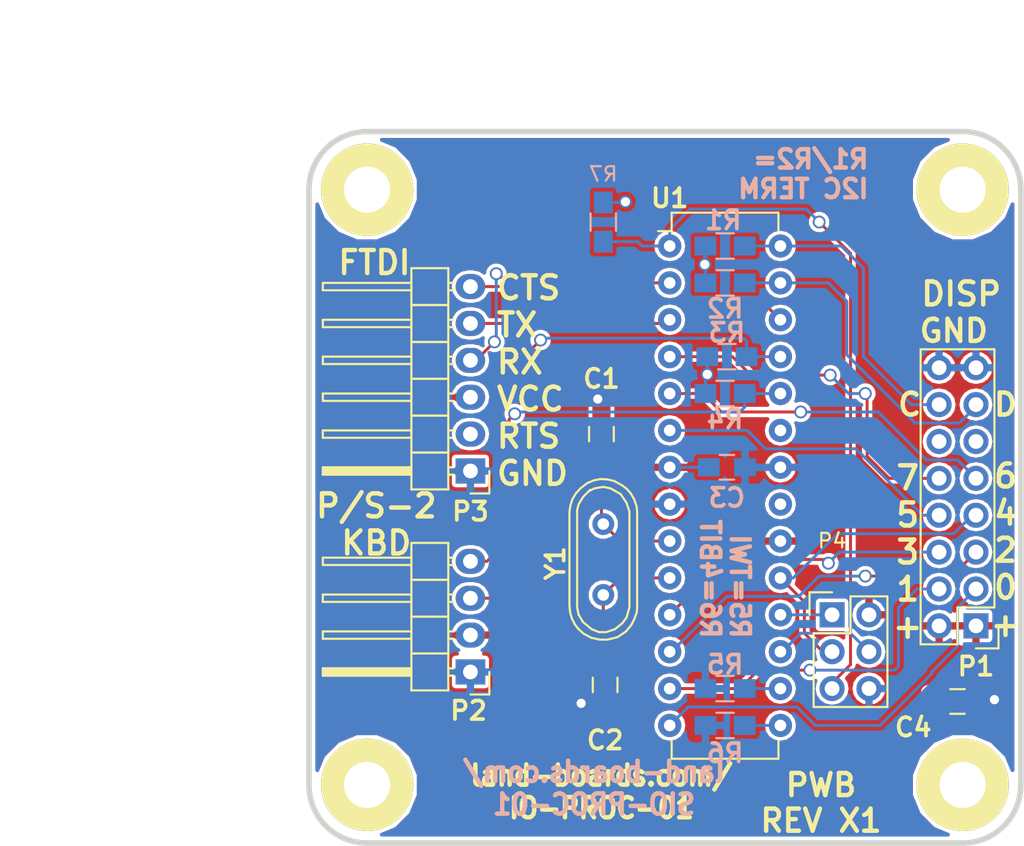
<source format=kicad_pcb>
(kicad_pcb (version 4) (host pcbnew "(after 2015-mar-04 BZR unknown)-product")

  (general
    (links 55)
    (no_connects 0)
    (area 133.617999 71.494801 206.076334 129.222501)
    (thickness 1.6002)
    (drawings 28)
    (tracks 170)
    (zones 0)
    (modules 21)
    (nets 25)
  )

  (page A)
  (title_block
    (title LED-TEST-2)
    (date "Thursday, October 06, 2016")
    (rev X1)
  )

  (layers
    (0 Front signal)
    (31 Back signal)
    (36 B.SilkS user)
    (37 F.SilkS user)
    (38 B.Mask user)
    (39 F.Mask user)
    (40 Dwgs.User user)
    (41 Cmts.User user)
    (44 Edge.Cuts user)
  )

  (setup
    (last_trace_width 0.2032)
    (user_trace_width 0.635)
    (trace_clearance 0.254)
    (zone_clearance 0.254)
    (zone_45_only no)
    (trace_min 0.2032)
    (segment_width 0.381)
    (edge_width 0.381)
    (via_size 0.889)
    (via_drill 0.635)
    (via_min_size 0.889)
    (via_min_drill 0.508)
    (uvia_size 0.508)
    (uvia_drill 0.127)
    (uvias_allowed no)
    (uvia_min_size 0.508)
    (uvia_min_drill 0.127)
    (pcb_text_width 0.3048)
    (pcb_text_size 1.524 2.032)
    (mod_edge_width 0.381)
    (mod_text_size 1.27 1.27)
    (mod_text_width 0.254)
    (pad_size 1.6764 1.6764)
    (pad_drill 0.8128)
    (pad_to_mask_clearance 0.254)
    (aux_axis_origin 0 0)
    (visible_elements 7FFFFF6F)
    (pcbplotparams
      (layerselection 0x010f0_80000001)
      (usegerberextensions true)
      (excludeedgelayer true)
      (linewidth 0.150000)
      (plotframeref false)
      (viasonmask false)
      (mode 1)
      (useauxorigin false)
      (hpglpennumber 1)
      (hpglpenspeed 20)
      (hpglpendiameter 15)
      (hpglpenoverlay 0)
      (psnegative false)
      (psa4output false)
      (plotreference true)
      (plotvalue false)
      (plotinvisibletext false)
      (padsonsilk false)
      (subtractmaskfromsilk false)
      (outputformat 1)
      (mirror false)
      (drillshape 0)
      (scaleselection 1)
      (outputdirectory plots/))
  )

  (net 0 "")
  (net 1 "Net-(C1-Pad1)")
  (net 2 GND)
  (net 3 "Net-(C2-Pad1)")
  (net 4 VCC)
  (net 5 /ID0)
  (net 6 /ID1)
  (net 7 /ID2)
  (net 8 /ID3)
  (net 9 /ID4)
  (net 10 /ID5)
  (net 11 /ID6)
  (net 12 /ID7)
  (net 13 /ACKSDA)
  (net 14 /AVAILSCL)
  (net 15 /KBCLK)
  (net 16 /KBDAT)
  (net 17 /RX)
  (net 18 /TX)
  (net 19 /TWI)
  (net 20 /BIT4)
  (net 21 "Net-(P3-Pad6)")
  (net 22 /~RESET)
  (net 23 /MOSI)
  (net 24 /MISO)

  (net_class Default "This is the default net class."
    (clearance 0.254)
    (trace_width 0.2032)
    (via_dia 0.889)
    (via_drill 0.635)
    (uvia_dia 0.508)
    (uvia_drill 0.127)
    (add_net /ACKSDA)
    (add_net /AVAILSCL)
    (add_net /BIT4)
    (add_net /ID0)
    (add_net /ID1)
    (add_net /ID2)
    (add_net /ID3)
    (add_net /ID4)
    (add_net /ID5)
    (add_net /ID6)
    (add_net /ID7)
    (add_net /KBCLK)
    (add_net /KBDAT)
    (add_net /MISO)
    (add_net /MOSI)
    (add_net /RX)
    (add_net /TWI)
    (add_net /TX)
    (add_net /~RESET)
    (add_net GND)
    (add_net "Net-(C1-Pad1)")
    (add_net "Net-(C2-Pad1)")
    (add_net "Net-(P3-Pad6)")
    (add_net VCC)
  )

  (module MTG-4-40 (layer Front) (tedit 50F036E3) (tstamp 51B4F699)
    (at 200 125)
    (path /50D9D700)
    (fp_text reference MTG4 (at -6.858 -0.635) (layer F.SilkS) hide
      (effects (font (size 1.27 1.27) (thickness 0.254)))
    )
    (fp_text value CONN_1 (at 0 -5.08) (layer F.SilkS) hide
      (effects (font (thickness 0.3048)))
    )
    (pad 1 thru_hole circle (at 0 0) (size 6.35 6.35) (drill 3.175) (layers *.Cu *.Mask F.SilkS))
  )

  (module MTG-4-40 (layer Front) (tedit 50F036E3) (tstamp 51B4F69E)
    (at 159 125)
    (path /50D9D6F9)
    (fp_text reference MTG3 (at -6.858 -0.635) (layer F.SilkS) hide
      (effects (font (size 1.27 1.27) (thickness 0.254)))
    )
    (fp_text value CONN_1 (at 0 -5.08) (layer F.SilkS) hide
      (effects (font (thickness 0.3048)))
    )
    (pad 1 thru_hole circle (at 0 0) (size 6.35 6.35) (drill 3.175) (layers *.Cu *.Mask F.SilkS))
  )

  (module MTG-4-40 (layer Front) (tedit 50F036E3) (tstamp 51B4F6A3)
    (at 200 84)
    (path /50D9D6F4)
    (fp_text reference MTG2 (at -6.858 -0.635) (layer F.SilkS) hide
      (effects (font (size 1.27 1.27) (thickness 0.254)))
    )
    (fp_text value CONN_1 (at 0 -5.08) (layer F.SilkS) hide
      (effects (font (thickness 0.3048)))
    )
    (pad 1 thru_hole circle (at 0 0) (size 6.35 6.35) (drill 3.175) (layers *.Cu *.Mask F.SilkS))
  )

  (module MTG-4-40 (layer Front) (tedit 50F036E3) (tstamp 51B4F6A8)
    (at 159 84)
    (path /50D9D6EF)
    (fp_text reference MTG1 (at -6.858 -0.635) (layer F.SilkS) hide
      (effects (font (size 1.27 1.27) (thickness 0.254)))
    )
    (fp_text value CONN_1 (at 0 -5.08) (layer F.SilkS) hide
      (effects (font (thickness 0.3048)))
    )
    (pad 1 thru_hole circle (at 0 0) (size 6.35 6.35) (drill 3.175) (layers *.Cu *.Mask F.SilkS))
  )

  (module Capacitors_SMD:C_0805_HandSoldering (layer Front) (tedit 5820C573) (tstamp 5820C99C)
    (at 175.133 100.838 90)
    (descr "Capacitor SMD 0805, hand soldering")
    (tags "capacitor 0805")
    (path /5820BAF7)
    (attr smd)
    (fp_text reference C1 (at 3.81 0 180) (layer F.SilkS)
      (effects (font (size 1.27 1.27) (thickness 0.254)))
    )
    (fp_text value 22pF (at 0 2.1 90) (layer F.SilkS) hide
      (effects (font (size 1 1) (thickness 0.15)))
    )
    (fp_line (start -1 0.625) (end -1 -0.625) (layer F.Fab) (width 0.15))
    (fp_line (start 1 0.625) (end -1 0.625) (layer F.Fab) (width 0.15))
    (fp_line (start 1 -0.625) (end 1 0.625) (layer F.Fab) (width 0.15))
    (fp_line (start -1 -0.625) (end 1 -0.625) (layer F.Fab) (width 0.15))
    (fp_line (start -2.3 -1) (end 2.3 -1) (layer F.CrtYd) (width 0.05))
    (fp_line (start -2.3 1) (end 2.3 1) (layer F.CrtYd) (width 0.05))
    (fp_line (start -2.3 -1) (end -2.3 1) (layer F.CrtYd) (width 0.05))
    (fp_line (start 2.3 -1) (end 2.3 1) (layer F.CrtYd) (width 0.05))
    (fp_line (start 0.5 -0.85) (end -0.5 -0.85) (layer F.SilkS) (width 0.15))
    (fp_line (start -0.5 0.85) (end 0.5 0.85) (layer F.SilkS) (width 0.15))
    (pad 1 smd rect (at -1.25 0 90) (size 1.5 1.25) (layers Front F.Mask)
      (net 1 "Net-(C1-Pad1)"))
    (pad 2 smd rect (at 1.25 0 90) (size 1.5 1.25) (layers Front F.Mask)
      (net 2 GND))
    (model Capacitors_SMD.3dshapes/C_0805_HandSoldering.wrl
      (at (xyz 0 0 0))
      (scale (xyz 1 1 1))
      (rotate (xyz 0 0 0))
    )
  )

  (module Capacitors_SMD:C_0805_HandSoldering (layer Front) (tedit 5820C56D) (tstamp 5820C9AC)
    (at 175.387 118.11 270)
    (descr "Capacitor SMD 0805, hand soldering")
    (tags "capacitor 0805")
    (path /5820BB51)
    (attr smd)
    (fp_text reference C2 (at 3.81 0 360) (layer F.SilkS)
      (effects (font (size 1.27 1.27) (thickness 0.254)))
    )
    (fp_text value 22pF (at 0 2.1 270) (layer F.SilkS) hide
      (effects (font (size 1 1) (thickness 0.15)))
    )
    (fp_line (start -1 0.625) (end -1 -0.625) (layer F.Fab) (width 0.15))
    (fp_line (start 1 0.625) (end -1 0.625) (layer F.Fab) (width 0.15))
    (fp_line (start 1 -0.625) (end 1 0.625) (layer F.Fab) (width 0.15))
    (fp_line (start -1 -0.625) (end 1 -0.625) (layer F.Fab) (width 0.15))
    (fp_line (start -2.3 -1) (end 2.3 -1) (layer F.CrtYd) (width 0.05))
    (fp_line (start -2.3 1) (end 2.3 1) (layer F.CrtYd) (width 0.05))
    (fp_line (start -2.3 -1) (end -2.3 1) (layer F.CrtYd) (width 0.05))
    (fp_line (start 2.3 -1) (end 2.3 1) (layer F.CrtYd) (width 0.05))
    (fp_line (start 0.5 -0.85) (end -0.5 -0.85) (layer F.SilkS) (width 0.15))
    (fp_line (start -0.5 0.85) (end 0.5 0.85) (layer F.SilkS) (width 0.15))
    (pad 1 smd rect (at -1.25 0 270) (size 1.5 1.25) (layers Front F.Mask)
      (net 3 "Net-(C2-Pad1)"))
    (pad 2 smd rect (at 1.25 0 270) (size 1.5 1.25) (layers Front F.Mask)
      (net 2 GND))
    (model Capacitors_SMD.3dshapes/C_0805_HandSoldering.wrl
      (at (xyz 0 0 0))
      (scale (xyz 1 1 1))
      (rotate (xyz 0 0 0))
    )
  )

  (module Pin_Headers:Pin_Header_Straight_2x08 (layer Front) (tedit 5820C579) (tstamp 5820C9CC)
    (at 200.914 114.046 180)
    (descr "Through hole pin header")
    (tags "pin header")
    (path /5820CDBE)
    (fp_text reference P1 (at 0 -2.794 180) (layer F.SilkS)
      (effects (font (size 1.27 1.27) (thickness 0.254)))
    )
    (fp_text value CONN_02X08 (at 0 -3.1 180) (layer F.SilkS) hide
      (effects (font (size 1 1) (thickness 0.15)))
    )
    (fp_line (start -1.75 -1.75) (end -1.75 19.55) (layer F.CrtYd) (width 0.05))
    (fp_line (start 4.3 -1.75) (end 4.3 19.55) (layer F.CrtYd) (width 0.05))
    (fp_line (start -1.75 -1.75) (end 4.3 -1.75) (layer F.CrtYd) (width 0.05))
    (fp_line (start -1.75 19.55) (end 4.3 19.55) (layer F.CrtYd) (width 0.05))
    (fp_line (start 3.81 19.05) (end 3.81 -1.27) (layer F.SilkS) (width 0.15))
    (fp_line (start -1.27 1.27) (end -1.27 19.05) (layer F.SilkS) (width 0.15))
    (fp_line (start 3.81 19.05) (end -1.27 19.05) (layer F.SilkS) (width 0.15))
    (fp_line (start 3.81 -1.27) (end 1.27 -1.27) (layer F.SilkS) (width 0.15))
    (fp_line (start 0 -1.55) (end -1.55 -1.55) (layer F.SilkS) (width 0.15))
    (fp_line (start 1.27 -1.27) (end 1.27 1.27) (layer F.SilkS) (width 0.15))
    (fp_line (start 1.27 1.27) (end -1.27 1.27) (layer F.SilkS) (width 0.15))
    (fp_line (start -1.55 -1.55) (end -1.55 0) (layer F.SilkS) (width 0.15))
    (pad 1 thru_hole rect (at 0 0 180) (size 1.7272 1.7272) (drill 1.016) (layers *.Cu *.Mask)
      (net 4 VCC))
    (pad 2 thru_hole oval (at 2.54 0 180) (size 1.7272 1.7272) (drill 1.016) (layers *.Cu *.Mask)
      (net 4 VCC))
    (pad 3 thru_hole oval (at 0 2.54 180) (size 1.7272 1.7272) (drill 1.016) (layers *.Cu *.Mask)
      (net 5 /ID0))
    (pad 4 thru_hole oval (at 2.54 2.54 180) (size 1.7272 1.7272) (drill 1.016) (layers *.Cu *.Mask)
      (net 6 /ID1))
    (pad 5 thru_hole oval (at 0 5.08 180) (size 1.7272 1.7272) (drill 1.016) (layers *.Cu *.Mask)
      (net 7 /ID2))
    (pad 6 thru_hole oval (at 2.54 5.08 180) (size 1.7272 1.7272) (drill 1.016) (layers *.Cu *.Mask)
      (net 8 /ID3))
    (pad 7 thru_hole oval (at 0 7.62 180) (size 1.7272 1.7272) (drill 1.016) (layers *.Cu *.Mask)
      (net 9 /ID4))
    (pad 8 thru_hole oval (at 2.54 7.62 180) (size 1.7272 1.7272) (drill 1.016) (layers *.Cu *.Mask)
      (net 10 /ID5))
    (pad 9 thru_hole oval (at 0 10.16 180) (size 1.7272 1.7272) (drill 1.016) (layers *.Cu *.Mask)
      (net 11 /ID6))
    (pad 10 thru_hole oval (at 2.54 10.16 180) (size 1.7272 1.7272) (drill 1.016) (layers *.Cu *.Mask)
      (net 12 /ID7))
    (pad 11 thru_hole oval (at 0 12.7 180) (size 1.7272 1.7272) (drill 1.016) (layers *.Cu *.Mask))
    (pad 12 thru_hole oval (at 2.54 12.7 180) (size 1.7272 1.7272) (drill 1.016) (layers *.Cu *.Mask))
    (pad 13 thru_hole oval (at 0 15.24 180) (size 1.7272 1.7272) (drill 1.016) (layers *.Cu *.Mask)
      (net 13 /ACKSDA))
    (pad 14 thru_hole oval (at 2.54 15.24 180) (size 1.7272 1.7272) (drill 1.016) (layers *.Cu *.Mask)
      (net 14 /AVAILSCL))
    (pad 15 thru_hole oval (at 0 17.78 180) (size 1.7272 1.7272) (drill 1.016) (layers *.Cu *.Mask)
      (net 2 GND))
    (pad 16 thru_hole oval (at 2.54 17.78 180) (size 1.7272 1.7272) (drill 1.016) (layers *.Cu *.Mask)
      (net 2 GND))
    (model Pin_Headers.3dshapes/Pin_Header_Straight_2x08.wrl
      (at (xyz 0.05 -0.35 0))
      (scale (xyz 1 1 1))
      (rotate (xyz 0 0 90))
    )
  )

  (module Resistors_SMD:R_0805_HandSoldering (layer Back) (tedit 58237E49) (tstamp 5820C9D8)
    (at 183.642 98.044 180)
    (descr "Resistor SMD 0805, hand soldering")
    (tags "resistor 0805")
    (path /5820C889)
    (attr smd)
    (fp_text reference R4 (at 0 -1.778 180) (layer B.SilkS)
      (effects (font (size 1.27 1.27) (thickness 0.254)) (justify mirror))
    )
    (fp_text value 470 (at 0 -2.1 180) (layer B.SilkS) hide
      (effects (font (size 1 1) (thickness 0.15)) (justify mirror))
    )
    (fp_line (start -2.4 1) (end 2.4 1) (layer B.CrtYd) (width 0.05))
    (fp_line (start -2.4 -1) (end 2.4 -1) (layer B.CrtYd) (width 0.05))
    (fp_line (start -2.4 1) (end -2.4 -1) (layer B.CrtYd) (width 0.05))
    (fp_line (start 2.4 1) (end 2.4 -1) (layer B.CrtYd) (width 0.05))
    (fp_line (start 0.6 -0.875) (end -0.6 -0.875) (layer B.SilkS) (width 0.15))
    (fp_line (start -0.6 0.875) (end 0.6 0.875) (layer B.SilkS) (width 0.15))
    (pad 1 smd rect (at -1.35 0 180) (size 1.5 1.3) (layers Back B.Mask)
      (net 15 /KBCLK))
    (pad 2 smd rect (at 1.35 0 180) (size 1.5 1.3) (layers Back B.Mask)
      (net 4 VCC))
    (model Resistors_SMD.3dshapes/R_0805_HandSoldering.wrl
      (at (xyz 0 0 0))
      (scale (xyz 1 1 1))
      (rotate (xyz 0 0 0))
    )
  )

  (module Resistors_SMD:R_0805_HandSoldering (layer Back) (tedit 58237E42) (tstamp 5820C9E4)
    (at 183.769 95.504 180)
    (descr "Resistor SMD 0805, hand soldering")
    (tags "resistor 0805")
    (path /582399F6)
    (attr smd)
    (fp_text reference R3 (at 0 1.651 180) (layer B.SilkS)
      (effects (font (size 1.27 1.27) (thickness 0.254)) (justify mirror))
    )
    (fp_text value 470 (at 0 -2.1 180) (layer B.SilkS) hide
      (effects (font (size 1 1) (thickness 0.15)) (justify mirror))
    )
    (fp_line (start -2.4 1) (end 2.4 1) (layer B.CrtYd) (width 0.05))
    (fp_line (start -2.4 -1) (end 2.4 -1) (layer B.CrtYd) (width 0.05))
    (fp_line (start -2.4 1) (end -2.4 -1) (layer B.CrtYd) (width 0.05))
    (fp_line (start 2.4 1) (end 2.4 -1) (layer B.CrtYd) (width 0.05))
    (fp_line (start 0.6 -0.875) (end -0.6 -0.875) (layer B.SilkS) (width 0.15))
    (fp_line (start -0.6 0.875) (end 0.6 0.875) (layer B.SilkS) (width 0.15))
    (pad 1 smd rect (at -1.35 0 180) (size 1.5 1.3) (layers Back B.Mask)
      (net 16 /KBDAT))
    (pad 2 smd rect (at 1.35 0 180) (size 1.5 1.3) (layers Back B.Mask)
      (net 4 VCC))
    (model Resistors_SMD.3dshapes/R_0805_HandSoldering.wrl
      (at (xyz 0 0 0))
      (scale (xyz 1 1 1))
      (rotate (xyz 0 0 0))
    )
  )

  (module Housings_DIP:DIP-28_W7.62mm (layer Front) (tedit 5820B9BB) (tstamp 5820CA0F)
    (at 179.832 87.884)
    (descr "28-lead dip package, row spacing 7.62 mm (300 mils)")
    (tags "dil dip 2.54 300")
    (path /5820B4C2)
    (fp_text reference U1 (at 0 -3.302) (layer F.SilkS)
      (effects (font (size 1.27 1.27) (thickness 0.254)))
    )
    (fp_text value ATMEGA328-PU (at 0 -3.72) (layer F.SilkS) hide
      (effects (font (size 1 1) (thickness 0.15)))
    )
    (fp_line (start -1.05 -2.45) (end -1.05 35.5) (layer F.CrtYd) (width 0.05))
    (fp_line (start 8.65 -2.45) (end 8.65 35.5) (layer F.CrtYd) (width 0.05))
    (fp_line (start -1.05 -2.45) (end 8.65 -2.45) (layer F.CrtYd) (width 0.05))
    (fp_line (start -1.05 35.5) (end 8.65 35.5) (layer F.CrtYd) (width 0.05))
    (fp_line (start 0.135 -2.295) (end 0.135 -1.025) (layer F.SilkS) (width 0.15))
    (fp_line (start 7.485 -2.295) (end 7.485 -1.025) (layer F.SilkS) (width 0.15))
    (fp_line (start 7.485 35.315) (end 7.485 34.045) (layer F.SilkS) (width 0.15))
    (fp_line (start 0.135 35.315) (end 0.135 34.045) (layer F.SilkS) (width 0.15))
    (fp_line (start 0.135 -2.295) (end 7.485 -2.295) (layer F.SilkS) (width 0.15))
    (fp_line (start 0.135 35.315) (end 7.485 35.315) (layer F.SilkS) (width 0.15))
    (fp_line (start 0.135 -1.025) (end -0.8 -1.025) (layer F.SilkS) (width 0.15))
    (pad 1 thru_hole oval (at 0 0) (size 1.6 1.6) (drill 0.8) (layers *.Cu *.Mask)
      (net 22 /~RESET))
    (pad 2 thru_hole oval (at 0 2.54) (size 1.6 1.6) (drill 0.8) (layers *.Cu *.Mask)
      (net 17 /RX))
    (pad 3 thru_hole oval (at 0 5.08) (size 1.6 1.6) (drill 0.8) (layers *.Cu *.Mask)
      (net 18 /TX))
    (pad 4 thru_hole oval (at 0 7.62) (size 1.6 1.6) (drill 0.8) (layers *.Cu *.Mask)
      (net 12 /ID7))
    (pad 5 thru_hole oval (at 0 10.16) (size 1.6 1.6) (drill 0.8) (layers *.Cu *.Mask)
      (net 11 /ID6))
    (pad 6 thru_hole oval (at 0 12.7) (size 1.6 1.6) (drill 0.8) (layers *.Cu *.Mask)
      (net 10 /ID5))
    (pad 7 thru_hole oval (at 0 15.24) (size 1.6 1.6) (drill 0.8) (layers *.Cu *.Mask)
      (net 4 VCC))
    (pad 8 thru_hole oval (at 0 17.78) (size 1.6 1.6) (drill 0.8) (layers *.Cu *.Mask)
      (net 2 GND))
    (pad 9 thru_hole oval (at 0 20.32) (size 1.6 1.6) (drill 0.8) (layers *.Cu *.Mask)
      (net 1 "Net-(C1-Pad1)"))
    (pad 10 thru_hole oval (at 0 22.86) (size 1.6 1.6) (drill 0.8) (layers *.Cu *.Mask)
      (net 3 "Net-(C2-Pad1)"))
    (pad 11 thru_hole oval (at 0 25.4) (size 1.6 1.6) (drill 0.8) (layers *.Cu *.Mask)
      (net 8 /ID3))
    (pad 12 thru_hole oval (at 0 27.94) (size 1.6 1.6) (drill 0.8) (layers *.Cu *.Mask)
      (net 7 /ID2))
    (pad 13 thru_hole oval (at 0 30.48) (size 1.6 1.6) (drill 0.8) (layers *.Cu *.Mask)
      (net 6 /ID1))
    (pad 14 thru_hole oval (at 0 33.02) (size 1.6 1.6) (drill 0.8) (layers *.Cu *.Mask)
      (net 5 /ID0))
    (pad 15 thru_hole oval (at 7.62 33.02) (size 1.6 1.6) (drill 0.8) (layers *.Cu *.Mask)
      (net 20 /BIT4))
    (pad 16 thru_hole oval (at 7.62 30.48) (size 1.6 1.6) (drill 0.8) (layers *.Cu *.Mask)
      (net 19 /TWI))
    (pad 17 thru_hole oval (at 7.62 27.94) (size 1.6 1.6) (drill 0.8) (layers *.Cu *.Mask)
      (net 23 /MOSI))
    (pad 18 thru_hole oval (at 7.62 25.4) (size 1.6 1.6) (drill 0.8) (layers *.Cu *.Mask)
      (net 24 /MISO))
    (pad 19 thru_hole oval (at 7.62 22.86) (size 1.6 1.6) (drill 0.8) (layers *.Cu *.Mask)
      (net 9 /ID4))
    (pad 20 thru_hole oval (at 7.62 20.32) (size 1.6 1.6) (drill 0.8) (layers *.Cu *.Mask)
      (net 4 VCC))
    (pad 21 thru_hole oval (at 7.62 17.78) (size 1.6 1.6) (drill 0.8) (layers *.Cu *.Mask))
    (pad 22 thru_hole oval (at 7.62 15.24) (size 1.6 1.6) (drill 0.8) (layers *.Cu *.Mask)
      (net 2 GND))
    (pad 23 thru_hole oval (at 7.62 12.7) (size 1.6 1.6) (drill 0.8) (layers *.Cu *.Mask))
    (pad 24 thru_hole oval (at 7.62 10.16) (size 1.6 1.6) (drill 0.8) (layers *.Cu *.Mask)
      (net 15 /KBCLK))
    (pad 25 thru_hole oval (at 7.62 7.62) (size 1.6 1.6) (drill 0.8) (layers *.Cu *.Mask)
      (net 16 /KBDAT))
    (pad 26 thru_hole oval (at 7.62 5.08) (size 1.6 1.6) (drill 0.8) (layers *.Cu *.Mask)
      (net 21 "Net-(P3-Pad6)"))
    (pad 27 thru_hole oval (at 7.62 2.54) (size 1.6 1.6) (drill 0.8) (layers *.Cu *.Mask)
      (net 13 /ACKSDA))
    (pad 28 thru_hole oval (at 7.62 0) (size 1.6 1.6) (drill 0.8) (layers *.Cu *.Mask)
      (net 14 /AVAILSCL))
    (model Housings_DIP.3dshapes/DIP-28_W7.62mm.wrl
      (at (xyz 0 0 0))
      (scale (xyz 1 1 1))
      (rotate (xyz 0 0 0))
    )
  )

  (module Crystals:Crystal_HC49-U_Vertical (layer Front) (tedit 58235A7B) (tstamp 5820CA67)
    (at 175.26 109.474 90)
    (descr "Crystal Quarz HC49/U vertical stehend")
    (tags "Crystal Quarz HC49/U vertical stehend")
    (path /5820BAAA)
    (fp_text reference Y1 (at -0.254 -3.302 90) (layer F.SilkS)
      (effects (font (size 1.27 1.27) (thickness 0.254)))
    )
    (fp_text value 11.0592MHz (at 0 3.81 90) (layer F.SilkS) hide
      (effects (font (size 1 1) (thickness 0.15)))
    )
    (fp_line (start 4.699 -1.00076) (end 4.89966 -0.59944) (layer F.SilkS) (width 0.15))
    (fp_line (start 4.89966 -0.59944) (end 5.00126 0) (layer F.SilkS) (width 0.15))
    (fp_line (start 5.00126 0) (end 4.89966 0.50038) (layer F.SilkS) (width 0.15))
    (fp_line (start 4.89966 0.50038) (end 4.50088 1.19888) (layer F.SilkS) (width 0.15))
    (fp_line (start 4.50088 1.19888) (end 3.8989 1.6002) (layer F.SilkS) (width 0.15))
    (fp_line (start 3.8989 1.6002) (end 3.29946 1.80086) (layer F.SilkS) (width 0.15))
    (fp_line (start 3.29946 1.80086) (end -3.29946 1.80086) (layer F.SilkS) (width 0.15))
    (fp_line (start -3.29946 1.80086) (end -4.0005 1.6002) (layer F.SilkS) (width 0.15))
    (fp_line (start -4.0005 1.6002) (end -4.39928 1.30048) (layer F.SilkS) (width 0.15))
    (fp_line (start -4.39928 1.30048) (end -4.8006 0.8001) (layer F.SilkS) (width 0.15))
    (fp_line (start -4.8006 0.8001) (end -5.00126 0.20066) (layer F.SilkS) (width 0.15))
    (fp_line (start -5.00126 0.20066) (end -5.00126 -0.29972) (layer F.SilkS) (width 0.15))
    (fp_line (start -5.00126 -0.29972) (end -4.8006 -0.8001) (layer F.SilkS) (width 0.15))
    (fp_line (start -4.8006 -0.8001) (end -4.30022 -1.39954) (layer F.SilkS) (width 0.15))
    (fp_line (start -4.30022 -1.39954) (end -3.79984 -1.69926) (layer F.SilkS) (width 0.15))
    (fp_line (start -3.79984 -1.69926) (end -3.29946 -1.80086) (layer F.SilkS) (width 0.15))
    (fp_line (start -3.2004 -1.80086) (end 3.40106 -1.80086) (layer F.SilkS) (width 0.15))
    (fp_line (start 3.40106 -1.80086) (end 3.79984 -1.69926) (layer F.SilkS) (width 0.15))
    (fp_line (start 3.79984 -1.69926) (end 4.30022 -1.39954) (layer F.SilkS) (width 0.15))
    (fp_line (start 4.30022 -1.39954) (end 4.8006 -0.89916) (layer F.SilkS) (width 0.15))
    (fp_line (start -3.19024 -2.32918) (end -3.64998 -2.28092) (layer F.SilkS) (width 0.15))
    (fp_line (start -3.64998 -2.28092) (end -4.04876 -2.16916) (layer F.SilkS) (width 0.15))
    (fp_line (start -4.04876 -2.16916) (end -4.48056 -1.95072) (layer F.SilkS) (width 0.15))
    (fp_line (start -4.48056 -1.95072) (end -4.77012 -1.71958) (layer F.SilkS) (width 0.15))
    (fp_line (start -4.77012 -1.71958) (end -5.10032 -1.36906) (layer F.SilkS) (width 0.15))
    (fp_line (start -5.10032 -1.36906) (end -5.38988 -0.83058) (layer F.SilkS) (width 0.15))
    (fp_line (start -5.38988 -0.83058) (end -5.51942 -0.23114) (layer F.SilkS) (width 0.15))
    (fp_line (start -5.51942 -0.23114) (end -5.51942 0.2794) (layer F.SilkS) (width 0.15))
    (fp_line (start -5.51942 0.2794) (end -5.34924 0.98044) (layer F.SilkS) (width 0.15))
    (fp_line (start -5.34924 0.98044) (end -4.95046 1.56972) (layer F.SilkS) (width 0.15))
    (fp_line (start -4.95046 1.56972) (end -4.49072 1.94056) (layer F.SilkS) (width 0.15))
    (fp_line (start -4.49072 1.94056) (end -4.06908 2.14884) (layer F.SilkS) (width 0.15))
    (fp_line (start -4.06908 2.14884) (end -3.6195 2.30886) (layer F.SilkS) (width 0.15))
    (fp_line (start -3.6195 2.30886) (end -3.18008 2.33934) (layer F.SilkS) (width 0.15))
    (fp_line (start 4.16052 2.1209) (end 4.53898 1.89992) (layer F.SilkS) (width 0.15))
    (fp_line (start 4.53898 1.89992) (end 4.85902 1.62052) (layer F.SilkS) (width 0.15))
    (fp_line (start 4.85902 1.62052) (end 5.11048 1.29032) (layer F.SilkS) (width 0.15))
    (fp_line (start 5.11048 1.29032) (end 5.4102 0.73914) (layer F.SilkS) (width 0.15))
    (fp_line (start 5.4102 0.73914) (end 5.51942 0.26924) (layer F.SilkS) (width 0.15))
    (fp_line (start 5.51942 0.26924) (end 5.53974 -0.1905) (layer F.SilkS) (width 0.15))
    (fp_line (start 5.53974 -0.1905) (end 5.45084 -0.65024) (layer F.SilkS) (width 0.15))
    (fp_line (start 5.45084 -0.65024) (end 5.26034 -1.09982) (layer F.SilkS) (width 0.15))
    (fp_line (start 5.26034 -1.09982) (end 4.89966 -1.56972) (layer F.SilkS) (width 0.15))
    (fp_line (start 4.89966 -1.56972) (end 4.54914 -1.88976) (layer F.SilkS) (width 0.15))
    (fp_line (start 4.54914 -1.88976) (end 4.16052 -2.1209) (layer F.SilkS) (width 0.15))
    (fp_line (start 4.16052 -2.1209) (end 3.73126 -2.2606) (layer F.SilkS) (width 0.15))
    (fp_line (start 3.73126 -2.2606) (end 3.2893 -2.32918) (layer F.SilkS) (width 0.15))
    (fp_line (start -3.2004 2.32918) (end 3.2512 2.32918) (layer F.SilkS) (width 0.15))
    (fp_line (start 3.2512 2.32918) (end 3.6703 2.29108) (layer F.SilkS) (width 0.15))
    (fp_line (start 3.6703 2.29108) (end 4.16052 2.1209) (layer F.SilkS) (width 0.15))
    (fp_line (start -3.2004 -2.32918) (end 3.2512 -2.32918) (layer F.SilkS) (width 0.15))
    (pad 1 thru_hole circle (at -2.44094 0 90) (size 1.50114 1.50114) (drill 0.8001) (layers *.Cu *.Mask)
      (net 3 "Net-(C2-Pad1)"))
    (pad 2 thru_hole circle (at 2.44094 0 90) (size 1.50114 1.50114) (drill 0.8001) (layers *.Cu *.Mask)
      (net 1 "Net-(C1-Pad1)"))
  )

  (module Resistors_SMD:R_0805_HandSoldering (layer Back) (tedit 58237E54) (tstamp 5820D29E)
    (at 183.642 118.364)
    (descr "Resistor SMD 0805, hand soldering")
    (tags "resistor 0805")
    (path /5820C2E4)
    (attr smd)
    (fp_text reference R5 (at 0 -1.651) (layer B.SilkS)
      (effects (font (size 1.27 1.27) (thickness 0.254)) (justify mirror))
    )
    (fp_text value NONE (at 0 -2.1) (layer F.SilkS) hide
      (effects (font (size 1 1) (thickness 0.15)))
    )
    (fp_line (start -2.4 1) (end 2.4 1) (layer B.CrtYd) (width 0.05))
    (fp_line (start -2.4 -1) (end 2.4 -1) (layer B.CrtYd) (width 0.05))
    (fp_line (start -2.4 1) (end -2.4 -1) (layer B.CrtYd) (width 0.05))
    (fp_line (start 2.4 1) (end 2.4 -1) (layer B.CrtYd) (width 0.05))
    (fp_line (start 0.6 -0.875) (end -0.6 -0.875) (layer B.SilkS) (width 0.15))
    (fp_line (start -0.6 0.875) (end 0.6 0.875) (layer B.SilkS) (width 0.15))
    (pad 1 smd rect (at -1.35 0) (size 1.5 1.3) (layers Back B.Mask)
      (net 2 GND))
    (pad 2 smd rect (at 1.35 0) (size 1.5 1.3) (layers Back B.Mask)
      (net 19 /TWI))
    (model Resistors_SMD.3dshapes/R_0805_HandSoldering.wrl
      (at (xyz 0 0 0))
      (scale (xyz 1 1 1))
      (rotate (xyz 0 0 0))
    )
  )

  (module Resistors_SMD:R_0805_HandSoldering (layer Back) (tedit 58237E50) (tstamp 5820D2AA)
    (at 183.642 120.904)
    (descr "Resistor SMD 0805, hand soldering")
    (tags "resistor 0805")
    (path /5820C43C)
    (attr smd)
    (fp_text reference R6 (at 0 1.905 180) (layer B.SilkS)
      (effects (font (size 1.27 1.27) (thickness 0.254)) (justify mirror))
    )
    (fp_text value NONE (at 0 -2.1) (layer F.SilkS) hide
      (effects (font (size 1 1) (thickness 0.15)))
    )
    (fp_line (start -2.4 1) (end 2.4 1) (layer B.CrtYd) (width 0.05))
    (fp_line (start -2.4 -1) (end 2.4 -1) (layer B.CrtYd) (width 0.05))
    (fp_line (start -2.4 1) (end -2.4 -1) (layer B.CrtYd) (width 0.05))
    (fp_line (start 2.4 1) (end 2.4 -1) (layer B.CrtYd) (width 0.05))
    (fp_line (start 0.6 -0.875) (end -0.6 -0.875) (layer B.SilkS) (width 0.15))
    (fp_line (start -0.6 0.875) (end 0.6 0.875) (layer B.SilkS) (width 0.15))
    (pad 1 smd rect (at -1.35 0) (size 1.5 1.3) (layers Back B.Mask)
      (net 2 GND))
    (pad 2 smd rect (at 1.35 0) (size 1.5 1.3) (layers Back B.Mask)
      (net 20 /BIT4))
    (model Resistors_SMD.3dshapes/R_0805_HandSoldering.wrl
      (at (xyz 0 0 0))
      (scale (xyz 1 1 1))
      (rotate (xyz 0 0 0))
    )
  )

  (module Resistors_SMD:R_0805_HandSoldering (layer Back) (tedit 58237E3C) (tstamp 58235945)
    (at 183.642 90.424 180)
    (descr "Resistor SMD 0805, hand soldering")
    (tags "resistor 0805")
    (path /58235E49)
    (attr smd)
    (fp_text reference R2 (at 0 -1.778 180) (layer B.SilkS)
      (effects (font (size 1.27 1.27) (thickness 0.254)) (justify mirror))
    )
    (fp_text value OPEN (at 0 -2.1 180) (layer F.SilkS) hide
      (effects (font (size 1 1) (thickness 0.15)))
    )
    (fp_line (start -2.4 1) (end 2.4 1) (layer B.CrtYd) (width 0.05))
    (fp_line (start -2.4 -1) (end 2.4 -1) (layer B.CrtYd) (width 0.05))
    (fp_line (start -2.4 1) (end -2.4 -1) (layer B.CrtYd) (width 0.05))
    (fp_line (start 2.4 1) (end 2.4 -1) (layer B.CrtYd) (width 0.05))
    (fp_line (start 0.6 -0.875) (end -0.6 -0.875) (layer B.SilkS) (width 0.15))
    (fp_line (start -0.6 0.875) (end 0.6 0.875) (layer B.SilkS) (width 0.15))
    (pad 1 smd rect (at -1.35 0 180) (size 1.5 1.3) (layers Back B.Mask)
      (net 13 /ACKSDA))
    (pad 2 smd rect (at 1.35 0 180) (size 1.5 1.3) (layers Back B.Mask)
      (net 4 VCC))
    (model Resistors_SMD.3dshapes/R_0805_HandSoldering.wrl
      (at (xyz 0 0 0))
      (scale (xyz 1 1 1))
      (rotate (xyz 0 0 0))
    )
  )

  (module Resistors_SMD:R_0805_HandSoldering (layer Back) (tedit 58237E35) (tstamp 58235951)
    (at 183.642 87.884)
    (descr "Resistor SMD 0805, hand soldering")
    (tags "resistor 0805")
    (path /58235DB4)
    (attr smd)
    (fp_text reference R1 (at -0.127 -1.778) (layer B.SilkS)
      (effects (font (size 1.27 1.27) (thickness 0.254)) (justify mirror))
    )
    (fp_text value OPEN (at 0 -2.1) (layer B.SilkS) hide
      (effects (font (size 1 1) (thickness 0.15)) (justify mirror))
    )
    (fp_line (start -2.4 1) (end 2.4 1) (layer B.CrtYd) (width 0.05))
    (fp_line (start -2.4 -1) (end 2.4 -1) (layer B.CrtYd) (width 0.05))
    (fp_line (start -2.4 1) (end -2.4 -1) (layer B.CrtYd) (width 0.05))
    (fp_line (start 2.4 1) (end 2.4 -1) (layer B.CrtYd) (width 0.05))
    (fp_line (start 0.6 -0.875) (end -0.6 -0.875) (layer B.SilkS) (width 0.15))
    (fp_line (start -0.6 0.875) (end 0.6 0.875) (layer B.SilkS) (width 0.15))
    (pad 1 smd rect (at -1.35 0) (size 1.5 1.3) (layers Back B.Mask)
      (net 4 VCC))
    (pad 2 smd rect (at 1.35 0) (size 1.5 1.3) (layers Back B.Mask)
      (net 14 /AVAILSCL))
    (model Resistors_SMD.3dshapes/R_0805_HandSoldering.wrl
      (at (xyz 0 0 0))
      (scale (xyz 1 1 1))
      (rotate (xyz 0 0 0))
    )
  )

  (module Capacitors_SMD:C_0805_HandSoldering (layer Back) (tedit 582366EC) (tstamp 58236787)
    (at 183.769 103.124)
    (descr "Capacitor SMD 0805, hand soldering")
    (tags "capacitor 0805")
    (path /5823A529)
    (attr smd)
    (fp_text reference C3 (at 0 2.1) (layer B.SilkS)
      (effects (font (size 1.27 1.27) (thickness 0.254)) (justify mirror))
    )
    (fp_text value 0.1uF (at 0 -2.1) (layer B.SilkS) hide
      (effects (font (size 1 1) (thickness 0.15)) (justify mirror))
    )
    (fp_line (start -1 -0.625) (end -1 0.625) (layer B.Fab) (width 0.15))
    (fp_line (start 1 -0.625) (end -1 -0.625) (layer B.Fab) (width 0.15))
    (fp_line (start 1 0.625) (end 1 -0.625) (layer B.Fab) (width 0.15))
    (fp_line (start -1 0.625) (end 1 0.625) (layer B.Fab) (width 0.15))
    (fp_line (start -2.3 1) (end 2.3 1) (layer B.CrtYd) (width 0.05))
    (fp_line (start -2.3 -1) (end 2.3 -1) (layer B.CrtYd) (width 0.05))
    (fp_line (start -2.3 1) (end -2.3 -1) (layer B.CrtYd) (width 0.05))
    (fp_line (start 2.3 1) (end 2.3 -1) (layer B.CrtYd) (width 0.05))
    (fp_line (start 0.5 0.85) (end -0.5 0.85) (layer B.SilkS) (width 0.15))
    (fp_line (start -0.5 -0.85) (end 0.5 -0.85) (layer B.SilkS) (width 0.15))
    (pad 1 smd rect (at -1.25 0) (size 1.5 1.25) (layers Back B.Mask)
      (net 4 VCC))
    (pad 2 smd rect (at 1.25 0) (size 1.5 1.25) (layers Back B.Mask)
      (net 2 GND))
    (model Capacitors_SMD.3dshapes/C_0805_HandSoldering.wrl
      (at (xyz 0 0 0))
      (scale (xyz 1 1 1))
      (rotate (xyz 0 0 0))
    )
  )

  (module Capacitors_SMD:C_0805_HandSoldering (layer Front) (tedit 58237E6D) (tstamp 58236797)
    (at 199.644 119.253)
    (descr "Capacitor SMD 0805, hand soldering")
    (tags "capacitor 0805")
    (path /5823A248)
    (attr smd)
    (fp_text reference C4 (at -3.048 1.778) (layer F.SilkS)
      (effects (font (size 1.27 1.27) (thickness 0.254)))
    )
    (fp_text value 0.1uF (at 0 2.1) (layer F.SilkS) hide
      (effects (font (size 1 1) (thickness 0.15)))
    )
    (fp_line (start -1 0.625) (end -1 -0.625) (layer F.Fab) (width 0.15))
    (fp_line (start 1 0.625) (end -1 0.625) (layer F.Fab) (width 0.15))
    (fp_line (start 1 -0.625) (end 1 0.625) (layer F.Fab) (width 0.15))
    (fp_line (start -1 -0.625) (end 1 -0.625) (layer F.Fab) (width 0.15))
    (fp_line (start -2.3 -1) (end 2.3 -1) (layer F.CrtYd) (width 0.05))
    (fp_line (start -2.3 1) (end 2.3 1) (layer F.CrtYd) (width 0.05))
    (fp_line (start -2.3 -1) (end -2.3 1) (layer F.CrtYd) (width 0.05))
    (fp_line (start 2.3 -1) (end 2.3 1) (layer F.CrtYd) (width 0.05))
    (fp_line (start 0.5 -0.85) (end -0.5 -0.85) (layer F.SilkS) (width 0.15))
    (fp_line (start -0.5 0.85) (end 0.5 0.85) (layer F.SilkS) (width 0.15))
    (pad 1 smd rect (at -1.25 0) (size 1.5 1.25) (layers Front F.Mask)
      (net 4 VCC))
    (pad 2 smd rect (at 1.25 0) (size 1.5 1.25) (layers Front F.Mask)
      (net 2 GND))
    (model Capacitors_SMD.3dshapes/C_0805_HandSoldering.wrl
      (at (xyz 0 0 0))
      (scale (xyz 1 1 1))
      (rotate (xyz 0 0 0))
    )
  )

  (module Pin_Headers:Pin_Header_Angled_1x04 (layer Front) (tedit 582389E6) (tstamp 58237E4D)
    (at 166.116 117.221 180)
    (descr "Through hole pin header")
    (tags "pin header")
    (path /58238F2C)
    (fp_text reference P2 (at 0.127 -2.667 180) (layer F.SilkS)
      (effects (font (size 1.27 1.27) (thickness 0.254)))
    )
    (fp_text value CONN_01X04 (at 0 -3.1 180) (layer F.SilkS) hide
      (effects (font (size 1 1) (thickness 0.15)))
    )
    (fp_line (start -1.5 -1.75) (end -1.5 9.4) (layer F.CrtYd) (width 0.05))
    (fp_line (start 10.65 -1.75) (end 10.65 9.4) (layer F.CrtYd) (width 0.05))
    (fp_line (start -1.5 -1.75) (end 10.65 -1.75) (layer F.CrtYd) (width 0.05))
    (fp_line (start -1.5 9.4) (end 10.65 9.4) (layer F.CrtYd) (width 0.05))
    (fp_line (start -1.3 -1.55) (end -1.3 0) (layer F.SilkS) (width 0.15))
    (fp_line (start 0 -1.55) (end -1.3 -1.55) (layer F.SilkS) (width 0.15))
    (fp_line (start 4.191 -0.127) (end 10.033 -0.127) (layer F.SilkS) (width 0.15))
    (fp_line (start 10.033 -0.127) (end 10.033 0.127) (layer F.SilkS) (width 0.15))
    (fp_line (start 10.033 0.127) (end 4.191 0.127) (layer F.SilkS) (width 0.15))
    (fp_line (start 4.191 0.127) (end 4.191 0) (layer F.SilkS) (width 0.15))
    (fp_line (start 4.191 0) (end 10.033 0) (layer F.SilkS) (width 0.15))
    (fp_line (start 1.524 -0.254) (end 1.143 -0.254) (layer F.SilkS) (width 0.15))
    (fp_line (start 1.524 0.254) (end 1.143 0.254) (layer F.SilkS) (width 0.15))
    (fp_line (start 1.524 2.286) (end 1.143 2.286) (layer F.SilkS) (width 0.15))
    (fp_line (start 1.524 2.794) (end 1.143 2.794) (layer F.SilkS) (width 0.15))
    (fp_line (start 1.524 4.826) (end 1.143 4.826) (layer F.SilkS) (width 0.15))
    (fp_line (start 1.524 5.334) (end 1.143 5.334) (layer F.SilkS) (width 0.15))
    (fp_line (start 1.524 7.874) (end 1.143 7.874) (layer F.SilkS) (width 0.15))
    (fp_line (start 1.524 7.366) (end 1.143 7.366) (layer F.SilkS) (width 0.15))
    (fp_line (start 1.524 -1.27) (end 4.064 -1.27) (layer F.SilkS) (width 0.15))
    (fp_line (start 1.524 1.27) (end 4.064 1.27) (layer F.SilkS) (width 0.15))
    (fp_line (start 1.524 1.27) (end 1.524 3.81) (layer F.SilkS) (width 0.15))
    (fp_line (start 1.524 3.81) (end 4.064 3.81) (layer F.SilkS) (width 0.15))
    (fp_line (start 4.064 2.286) (end 10.16 2.286) (layer F.SilkS) (width 0.15))
    (fp_line (start 10.16 2.286) (end 10.16 2.794) (layer F.SilkS) (width 0.15))
    (fp_line (start 10.16 2.794) (end 4.064 2.794) (layer F.SilkS) (width 0.15))
    (fp_line (start 4.064 3.81) (end 4.064 1.27) (layer F.SilkS) (width 0.15))
    (fp_line (start 4.064 1.27) (end 4.064 -1.27) (layer F.SilkS) (width 0.15))
    (fp_line (start 10.16 0.254) (end 4.064 0.254) (layer F.SilkS) (width 0.15))
    (fp_line (start 10.16 -0.254) (end 10.16 0.254) (layer F.SilkS) (width 0.15))
    (fp_line (start 4.064 -0.254) (end 10.16 -0.254) (layer F.SilkS) (width 0.15))
    (fp_line (start 1.524 1.27) (end 4.064 1.27) (layer F.SilkS) (width 0.15))
    (fp_line (start 1.524 -1.27) (end 1.524 1.27) (layer F.SilkS) (width 0.15))
    (fp_line (start 1.524 6.35) (end 4.064 6.35) (layer F.SilkS) (width 0.15))
    (fp_line (start 1.524 6.35) (end 1.524 8.89) (layer F.SilkS) (width 0.15))
    (fp_line (start 1.524 8.89) (end 4.064 8.89) (layer F.SilkS) (width 0.15))
    (fp_line (start 4.064 7.366) (end 10.16 7.366) (layer F.SilkS) (width 0.15))
    (fp_line (start 10.16 7.366) (end 10.16 7.874) (layer F.SilkS) (width 0.15))
    (fp_line (start 10.16 7.874) (end 4.064 7.874) (layer F.SilkS) (width 0.15))
    (fp_line (start 4.064 8.89) (end 4.064 6.35) (layer F.SilkS) (width 0.15))
    (fp_line (start 4.064 6.35) (end 4.064 3.81) (layer F.SilkS) (width 0.15))
    (fp_line (start 10.16 5.334) (end 4.064 5.334) (layer F.SilkS) (width 0.15))
    (fp_line (start 10.16 4.826) (end 10.16 5.334) (layer F.SilkS) (width 0.15))
    (fp_line (start 4.064 4.826) (end 10.16 4.826) (layer F.SilkS) (width 0.15))
    (fp_line (start 1.524 6.35) (end 4.064 6.35) (layer F.SilkS) (width 0.15))
    (fp_line (start 1.524 3.81) (end 1.524 6.35) (layer F.SilkS) (width 0.15))
    (fp_line (start 1.524 3.81) (end 4.064 3.81) (layer F.SilkS) (width 0.15))
    (pad 1 thru_hole rect (at 0 0 180) (size 2.032 1.7272) (drill 1.016) (layers *.Cu *.Mask)
      (net 2 GND))
    (pad 2 thru_hole oval (at 0 2.54 180) (size 2.032 1.7272) (drill 1.016) (layers *.Cu *.Mask)
      (net 4 VCC))
    (pad 3 thru_hole oval (at 0 5.08 180) (size 2.032 1.7272) (drill 1.016) (layers *.Cu *.Mask)
      (net 15 /KBCLK))
    (pad 4 thru_hole oval (at 0 7.62 180) (size 2.032 1.7272) (drill 1.016) (layers *.Cu *.Mask)
      (net 16 /KBDAT))
    (model Pin_Headers.3dshapes/Pin_Header_Angled_1x04.wrl
      (at (xyz 0 -0.15 0))
      (scale (xyz 1 1 1))
      (rotate (xyz 0 0 90))
    )
  )

  (module Pin_Headers:Pin_Header_Angled_1x06 (layer Front) (tedit 58238EC6) (tstamp 5823909E)
    (at 166.116 103.378 180)
    (descr "Through hole pin header")
    (tags "pin header")
    (path /5823F265)
    (fp_text reference P3 (at 0 -2.794 180) (layer F.SilkS)
      (effects (font (size 1.27 1.27) (thickness 0.254)))
    )
    (fp_text value FTDI (at 0 -3.1 180) (layer F.SilkS) hide
      (effects (font (size 1 1) (thickness 0.15)))
    )
    (fp_line (start -1.5 -1.75) (end -1.5 14.45) (layer F.CrtYd) (width 0.05))
    (fp_line (start 10.65 -1.75) (end 10.65 14.45) (layer F.CrtYd) (width 0.05))
    (fp_line (start -1.5 -1.75) (end 10.65 -1.75) (layer F.CrtYd) (width 0.05))
    (fp_line (start -1.5 14.45) (end 10.65 14.45) (layer F.CrtYd) (width 0.05))
    (fp_line (start -1.3 -1.55) (end -1.3 0) (layer F.SilkS) (width 0.15))
    (fp_line (start 0 -1.55) (end -1.3 -1.55) (layer F.SilkS) (width 0.15))
    (fp_line (start 4.191 -0.127) (end 10.033 -0.127) (layer F.SilkS) (width 0.15))
    (fp_line (start 10.033 -0.127) (end 10.033 0.127) (layer F.SilkS) (width 0.15))
    (fp_line (start 10.033 0.127) (end 4.191 0.127) (layer F.SilkS) (width 0.15))
    (fp_line (start 4.191 0.127) (end 4.191 0) (layer F.SilkS) (width 0.15))
    (fp_line (start 4.191 0) (end 10.033 0) (layer F.SilkS) (width 0.15))
    (fp_line (start 1.524 -0.254) (end 1.143 -0.254) (layer F.SilkS) (width 0.15))
    (fp_line (start 1.524 0.254) (end 1.143 0.254) (layer F.SilkS) (width 0.15))
    (fp_line (start 1.524 2.286) (end 1.143 2.286) (layer F.SilkS) (width 0.15))
    (fp_line (start 1.524 2.794) (end 1.143 2.794) (layer F.SilkS) (width 0.15))
    (fp_line (start 1.524 4.826) (end 1.143 4.826) (layer F.SilkS) (width 0.15))
    (fp_line (start 1.524 5.334) (end 1.143 5.334) (layer F.SilkS) (width 0.15))
    (fp_line (start 1.524 12.954) (end 1.143 12.954) (layer F.SilkS) (width 0.15))
    (fp_line (start 1.524 12.446) (end 1.143 12.446) (layer F.SilkS) (width 0.15))
    (fp_line (start 1.524 10.414) (end 1.143 10.414) (layer F.SilkS) (width 0.15))
    (fp_line (start 1.524 9.906) (end 1.143 9.906) (layer F.SilkS) (width 0.15))
    (fp_line (start 1.524 7.874) (end 1.143 7.874) (layer F.SilkS) (width 0.15))
    (fp_line (start 1.524 7.366) (end 1.143 7.366) (layer F.SilkS) (width 0.15))
    (fp_line (start 1.524 -1.27) (end 4.064 -1.27) (layer F.SilkS) (width 0.15))
    (fp_line (start 1.524 1.27) (end 4.064 1.27) (layer F.SilkS) (width 0.15))
    (fp_line (start 1.524 1.27) (end 1.524 3.81) (layer F.SilkS) (width 0.15))
    (fp_line (start 1.524 3.81) (end 4.064 3.81) (layer F.SilkS) (width 0.15))
    (fp_line (start 4.064 2.286) (end 10.16 2.286) (layer F.SilkS) (width 0.15))
    (fp_line (start 10.16 2.286) (end 10.16 2.794) (layer F.SilkS) (width 0.15))
    (fp_line (start 10.16 2.794) (end 4.064 2.794) (layer F.SilkS) (width 0.15))
    (fp_line (start 4.064 3.81) (end 4.064 1.27) (layer F.SilkS) (width 0.15))
    (fp_line (start 4.064 1.27) (end 4.064 -1.27) (layer F.SilkS) (width 0.15))
    (fp_line (start 10.16 0.254) (end 4.064 0.254) (layer F.SilkS) (width 0.15))
    (fp_line (start 10.16 -0.254) (end 10.16 0.254) (layer F.SilkS) (width 0.15))
    (fp_line (start 4.064 -0.254) (end 10.16 -0.254) (layer F.SilkS) (width 0.15))
    (fp_line (start 1.524 1.27) (end 4.064 1.27) (layer F.SilkS) (width 0.15))
    (fp_line (start 1.524 -1.27) (end 1.524 1.27) (layer F.SilkS) (width 0.15))
    (fp_line (start 1.524 8.89) (end 4.064 8.89) (layer F.SilkS) (width 0.15))
    (fp_line (start 1.524 8.89) (end 1.524 11.43) (layer F.SilkS) (width 0.15))
    (fp_line (start 1.524 11.43) (end 4.064 11.43) (layer F.SilkS) (width 0.15))
    (fp_line (start 4.064 9.906) (end 10.16 9.906) (layer F.SilkS) (width 0.15))
    (fp_line (start 10.16 9.906) (end 10.16 10.414) (layer F.SilkS) (width 0.15))
    (fp_line (start 10.16 10.414) (end 4.064 10.414) (layer F.SilkS) (width 0.15))
    (fp_line (start 4.064 11.43) (end 4.064 8.89) (layer F.SilkS) (width 0.15))
    (fp_line (start 4.064 13.97) (end 4.064 11.43) (layer F.SilkS) (width 0.15))
    (fp_line (start 10.16 12.954) (end 4.064 12.954) (layer F.SilkS) (width 0.15))
    (fp_line (start 10.16 12.446) (end 10.16 12.954) (layer F.SilkS) (width 0.15))
    (fp_line (start 4.064 12.446) (end 10.16 12.446) (layer F.SilkS) (width 0.15))
    (fp_line (start 1.524 13.97) (end 4.064 13.97) (layer F.SilkS) (width 0.15))
    (fp_line (start 1.524 11.43) (end 1.524 13.97) (layer F.SilkS) (width 0.15))
    (fp_line (start 1.524 11.43) (end 4.064 11.43) (layer F.SilkS) (width 0.15))
    (fp_line (start 1.524 6.35) (end 4.064 6.35) (layer F.SilkS) (width 0.15))
    (fp_line (start 1.524 6.35) (end 1.524 8.89) (layer F.SilkS) (width 0.15))
    (fp_line (start 1.524 8.89) (end 4.064 8.89) (layer F.SilkS) (width 0.15))
    (fp_line (start 4.064 7.366) (end 10.16 7.366) (layer F.SilkS) (width 0.15))
    (fp_line (start 10.16 7.366) (end 10.16 7.874) (layer F.SilkS) (width 0.15))
    (fp_line (start 10.16 7.874) (end 4.064 7.874) (layer F.SilkS) (width 0.15))
    (fp_line (start 4.064 8.89) (end 4.064 6.35) (layer F.SilkS) (width 0.15))
    (fp_line (start 4.064 6.35) (end 4.064 3.81) (layer F.SilkS) (width 0.15))
    (fp_line (start 10.16 5.334) (end 4.064 5.334) (layer F.SilkS) (width 0.15))
    (fp_line (start 10.16 4.826) (end 10.16 5.334) (layer F.SilkS) (width 0.15))
    (fp_line (start 4.064 4.826) (end 10.16 4.826) (layer F.SilkS) (width 0.15))
    (fp_line (start 1.524 6.35) (end 4.064 6.35) (layer F.SilkS) (width 0.15))
    (fp_line (start 1.524 3.81) (end 1.524 6.35) (layer F.SilkS) (width 0.15))
    (fp_line (start 1.524 3.81) (end 4.064 3.81) (layer F.SilkS) (width 0.15))
    (pad 1 thru_hole rect (at 0 0 180) (size 2.032 1.7272) (drill 1.016) (layers *.Cu *.Mask)
      (net 2 GND))
    (pad 2 thru_hole oval (at 0 2.54 180) (size 2.032 1.7272) (drill 1.016) (layers *.Cu *.Mask))
    (pad 3 thru_hole oval (at 0 5.08 180) (size 2.032 1.7272) (drill 1.016) (layers *.Cu *.Mask)
      (net 4 VCC))
    (pad 4 thru_hole oval (at 0 7.62 180) (size 2.032 1.7272) (drill 1.016) (layers *.Cu *.Mask)
      (net 17 /RX))
    (pad 5 thru_hole oval (at 0 10.16 180) (size 2.032 1.7272) (drill 1.016) (layers *.Cu *.Mask)
      (net 18 /TX))
    (pad 6 thru_hole oval (at 0 12.7 180) (size 2.032 1.7272) (drill 1.016) (layers *.Cu *.Mask)
      (net 21 "Net-(P3-Pad6)"))
    (model Pin_Headers.3dshapes/Pin_Header_Angled_1x06.wrl
      (at (xyz 0 -0.25 0))
      (scale (xyz 1 1 1))
      (rotate (xyz 0 0 90))
    )
  )

  (module Resistors_SMD:R_0805_HandSoldering (layer Back) (tedit 5823918D) (tstamp 58239398)
    (at 175.26 86.233 90)
    (descr "Resistor SMD 0805, hand soldering")
    (tags "resistor 0805")
    (path /58240F33)
    (attr smd)
    (fp_text reference R7 (at 3.302 0 180) (layer B.SilkS)
      (effects (font (size 1 1) (thickness 0.15)) (justify mirror))
    )
    (fp_text value 470 (at 0 -2.1 90) (layer B.SilkS) hide
      (effects (font (size 1 1) (thickness 0.15)) (justify mirror))
    )
    (fp_line (start -2.4 1) (end 2.4 1) (layer B.CrtYd) (width 0.05))
    (fp_line (start -2.4 -1) (end 2.4 -1) (layer B.CrtYd) (width 0.05))
    (fp_line (start -2.4 1) (end -2.4 -1) (layer B.CrtYd) (width 0.05))
    (fp_line (start 2.4 1) (end 2.4 -1) (layer B.CrtYd) (width 0.05))
    (fp_line (start 0.6 -0.875) (end -0.6 -0.875) (layer B.SilkS) (width 0.15))
    (fp_line (start -0.6 0.875) (end 0.6 0.875) (layer B.SilkS) (width 0.15))
    (pad 1 smd rect (at -1.35 0 90) (size 1.5 1.3) (layers Back B.Mask)
      (net 22 /~RESET))
    (pad 2 smd rect (at 1.35 0 90) (size 1.5 1.3) (layers Back B.Mask)
      (net 4 VCC))
    (model Resistors_SMD.3dshapes/R_0805_HandSoldering.wrl
      (at (xyz 0 0 0))
      (scale (xyz 1 1 1))
      (rotate (xyz 0 0 0))
    )
  )

  (module Pin_Headers:Pin_Header_Straight_2x03 (layer Front) (tedit 582392F7) (tstamp 582397F6)
    (at 191.008 113.284)
    (descr "Through hole pin header")
    (tags "pin header")
    (path /58240145)
    (fp_text reference P4 (at 0 -5.1) (layer F.SilkS)
      (effects (font (size 1 1) (thickness 0.15)))
    )
    (fp_text value CONN_02X03 (at 0 -3.1) (layer F.SilkS) hide
      (effects (font (size 1 1) (thickness 0.15)))
    )
    (fp_line (start -1.27 1.27) (end -1.27 6.35) (layer F.SilkS) (width 0.15))
    (fp_line (start -1.55 -1.55) (end 0 -1.55) (layer F.SilkS) (width 0.15))
    (fp_line (start -1.75 -1.75) (end -1.75 6.85) (layer F.CrtYd) (width 0.05))
    (fp_line (start 4.3 -1.75) (end 4.3 6.85) (layer F.CrtYd) (width 0.05))
    (fp_line (start -1.75 -1.75) (end 4.3 -1.75) (layer F.CrtYd) (width 0.05))
    (fp_line (start -1.75 6.85) (end 4.3 6.85) (layer F.CrtYd) (width 0.05))
    (fp_line (start 1.27 -1.27) (end 1.27 1.27) (layer F.SilkS) (width 0.15))
    (fp_line (start 1.27 1.27) (end -1.27 1.27) (layer F.SilkS) (width 0.15))
    (fp_line (start -1.27 6.35) (end 3.81 6.35) (layer F.SilkS) (width 0.15))
    (fp_line (start 3.81 6.35) (end 3.81 1.27) (layer F.SilkS) (width 0.15))
    (fp_line (start -1.55 -1.55) (end -1.55 0) (layer F.SilkS) (width 0.15))
    (fp_line (start 3.81 -1.27) (end 1.27 -1.27) (layer F.SilkS) (width 0.15))
    (fp_line (start 3.81 1.27) (end 3.81 -1.27) (layer F.SilkS) (width 0.15))
    (pad 1 thru_hole rect (at 0 0) (size 1.7272 1.7272) (drill 1.016) (layers *.Cu *.Mask)
      (net 24 /MISO))
    (pad 2 thru_hole oval (at 2.54 0) (size 1.7272 1.7272) (drill 1.016) (layers *.Cu *.Mask)
      (net 4 VCC))
    (pad 3 thru_hole oval (at 0 2.54) (size 1.7272 1.7272) (drill 1.016) (layers *.Cu *.Mask)
      (net 9 /ID4))
    (pad 4 thru_hole oval (at 2.54 2.54) (size 1.7272 1.7272) (drill 1.016) (layers *.Cu *.Mask)
      (net 23 /MOSI))
    (pad 5 thru_hole oval (at 0 5.08) (size 1.7272 1.7272) (drill 1.016) (layers *.Cu *.Mask)
      (net 22 /~RESET))
    (pad 6 thru_hole oval (at 2.54 5.08) (size 1.7272 1.7272) (drill 1.016) (layers *.Cu *.Mask)
      (net 2 GND))
    (model Pin_Headers.3dshapes/Pin_Header_Straight_2x03.wrl
      (at (xyz 0.05 -0.1 0))
      (scale (xyz 1 1 1))
      (rotate (xyz 0 0 90))
    )
  )

  (gr_text DISP (at 196.977 91.186) (layer F.SilkS)
    (effects (font (size 1.5875 1.5875) (thickness 0.3048)) (justify left))
  )
  (gr_text "P/S-2\nKBD" (at 159.639 107.061) (layer F.SilkS)
    (effects (font (size 1.5875 1.5875) (thickness 0.3048)))
  )
  (gr_text FTDI (at 156.845 89.027) (layer F.SilkS)
    (effects (font (size 1.5875 1.5875) (thickness 0.3048)) (justify left))
  )
  (gr_text "CTS\nTX\nRX\nVCC\nRTS\nGND" (at 167.767 97.155) (layer F.SilkS)
    (effects (font (size 1.5875 1.5875) (thickness 0.3048)) (justify left))
  )
  (gr_text "R1/R2=\nI2C TERM" (at 193.675 82.931) (layer B.SilkS)
    (effects (font (size 1.27 1.27) (thickness 0.3048)) (justify left mirror))
  )
  (gr_text "R5=TWI\nR6=4BIT" (at 183.642 115.062 270) (layer B.SilkS)
    (effects (font (size 1.27 1.27) (thickness 0.3048)) (justify left mirror))
  )
  (gr_text D (at 202.946 98.806) (layer F.SilkS)
    (effects (font (thickness 0.3048)))
  )
  (gr_text "7\n5\n3\n1\n+" (at 196.215 108.966) (layer F.SilkS)
    (effects (font (size 1.5875 1.5875) (thickness 0.3048)))
  )
  (gr_text "6\n4\n2\n0\n+" (at 202.946 108.839) (layer F.SilkS)
    (effects (font (size 1.5875 1.5875) (thickness 0.3048)))
  )
  (gr_text C (at 196.342 98.806) (layer F.SilkS)
    (effects (font (thickness 0.3048)))
  )
  (gr_text GND (at 199.39 93.726) (layer F.SilkS)
    (effects (font (thickness 0.3048)))
  )
  (gr_text "land-boards.com/\nIO-PROC-01" (at 175.133 125.476) (layer F.SilkS)
    (effects (font (size 1.397 1.27) (thickness 0.3048)))
  )
  (gr_line (start 184.912 129.032) (end 190.5 129.032) (angle 90) (layer Dwgs.User) (width 0.381))
  (dimension 41 (width 0.3048) (layer Dwgs.User)
    (gr_text "41.000 mm" (at 140.3744 104.5 90) (layer Dwgs.User)
      (effects (font (size 2.032 1.524) (thickness 0.3048)))
    )
    (feature1 (pts (xy 159 84) (xy 138.7488 84)))
    (feature2 (pts (xy 159 125) (xy 138.7488 125)))
    (crossbar (pts (xy 142 125) (xy 142 84)))
    (arrow1a (pts (xy 142 84) (xy 142.58642 85.126503)))
    (arrow1b (pts (xy 142 84) (xy 141.41358 85.126503)))
    (arrow2a (pts (xy 142 125) (xy 142.58642 123.873497)))
    (arrow2b (pts (xy 142 125) (xy 141.41358 123.873497)))
  )
  (dimension 4 (width 0.3048) (layer Dwgs.User)
    (gr_text "4.000 mm" (at 157 73.374401) (layer Dwgs.User)
      (effects (font (size 2.032 1.524) (thickness 0.3048)))
    )
    (feature1 (pts (xy 155 84) (xy 155 71.748801)))
    (feature2 (pts (xy 159 84) (xy 159 71.748801)))
    (crossbar (pts (xy 159 75.000001) (xy 155 75.000001)))
    (arrow1a (pts (xy 155 75.000001) (xy 156.126503 74.413581)))
    (arrow1b (pts (xy 155 75.000001) (xy 156.126503 75.586421)))
    (arrow2a (pts (xy 159 75.000001) (xy 157.873497 74.413581)))
    (arrow2b (pts (xy 159 75.000001) (xy 157.873497 75.586421)))
  )
  (dimension 4 (width 0.3048) (layer Dwgs.User)
    (gr_text "4.000 mm" (at 148.3744 82 90) (layer Dwgs.User)
      (effects (font (size 2.032 1.524) (thickness 0.3048)))
    )
    (feature1 (pts (xy 159 80) (xy 146.7488 80)))
    (feature2 (pts (xy 159 84) (xy 146.7488 84)))
    (crossbar (pts (xy 150 84) (xy 150 80)))
    (arrow1a (pts (xy 150 80) (xy 150.58642 81.126503)))
    (arrow1b (pts (xy 150 80) (xy 149.41358 81.126503)))
    (arrow2a (pts (xy 150 84) (xy 150.58642 82.873497)))
    (arrow2b (pts (xy 150 84) (xy 149.41358 82.873497)))
  )
  (gr_text "land-boards.com/\nSIO-PROC-01" (at 174.625 125.222) (layer B.SilkS)
    (effects (font (size 1.397 1.27) (thickness 0.3048)) (justify mirror))
  )
  (gr_text "PWB\nREV X1" (at 190.246 126.238) (layer F.SilkS)
    (effects (font (thickness 0.3048)))
  )
  (gr_line (start 204 125) (end 204 84) (angle 90) (layer Edge.Cuts) (width 0.381))
  (gr_line (start 159 129) (end 200 129) (angle 90) (layer Edge.Cuts) (width 0.381))
  (gr_line (start 155 84) (end 155 125) (angle 90) (layer Edge.Cuts) (width 0.381))
  (gr_line (start 200 80) (end 159 80) (angle 90) (layer Edge.Cuts) (width 0.381))
  (gr_arc (start 159 125) (end 159 129) (angle 90) (layer Edge.Cuts) (width 0.381))
  (gr_arc (start 200 125) (end 204 125) (angle 90) (layer Edge.Cuts) (width 0.381))
  (gr_arc (start 200 84) (end 200 80) (angle 90) (layer Edge.Cuts) (width 0.381))
  (gr_arc (start 159 84) (end 155 84) (angle 90) (layer Edge.Cuts) (width 0.381))
  (dimension 49 (width 0.3048) (layer Dwgs.User)
    (gr_text "49.000 mm" (at 151.3744 104.5 90) (layer Dwgs.User)
      (effects (font (size 2.032 1.524) (thickness 0.3048)))
    )
    (feature1 (pts (xy 155 80) (xy 149.7488 80)))
    (feature2 (pts (xy 155 129) (xy 149.7488 129)))
    (crossbar (pts (xy 153 129) (xy 153 80)))
    (arrow1a (pts (xy 153 80) (xy 153.58642 81.126503)))
    (arrow1b (pts (xy 153 80) (xy 152.41358 81.126503)))
    (arrow2a (pts (xy 153 129) (xy 153.58642 127.873497)))
    (arrow2b (pts (xy 153 129) (xy 152.41358 127.873497)))
  )
  (dimension 49 (width 0.3048) (layer Dwgs.User)
    (gr_text "49.000 mm" (at 179.5 76.374401) (layer Dwgs.User)
      (effects (font (size 2.032 1.524) (thickness 0.3048)))
    )
    (feature1 (pts (xy 204 80) (xy 204 74.748801)))
    (feature2 (pts (xy 155 80) (xy 155 74.748801)))
    (crossbar (pts (xy 155 78.000001) (xy 204 78.000001)))
    (arrow1a (pts (xy 204 78.000001) (xy 202.873497 78.586421)))
    (arrow1b (pts (xy 204 78.000001) (xy 202.873497 77.413581)))
    (arrow2a (pts (xy 155 78.000001) (xy 156.126503 78.586421)))
    (arrow2b (pts (xy 155 78.000001) (xy 156.126503 77.413581)))
  )

  (segment (start 179.832 108.204) (end 176.43094 108.204) (width 0.2032) (layer Front) (net 1))
  (segment (start 176.43094 108.204) (end 175.26 107.03306) (width 0.2032) (layer Front) (net 1) (tstamp 58239B3C))
  (segment (start 175.133 102.088) (end 175.133 106.90606) (width 0.2032) (layer Front) (net 1))
  (segment (start 175.133 106.90606) (end 175.26 107.03306) (width 0.2032) (layer Front) (net 1) (tstamp 58239B39))
  (segment (start 200.894 119.253) (end 202.057 119.253) (width 0.2032) (layer Front) (net 2))
  (via (at 202.184 119.126) (size 0.889) (layers Front Back) (net 2))
  (segment (start 202.057 119.253) (end 202.184 119.126) (width 0.2032) (layer Front) (net 2) (tstamp 58239BE2))
  (segment (start 175.133 99.588) (end 175.133 98.679) (width 0.2032) (layer Front) (net 2))
  (via (at 174.879 98.425) (size 0.889) (layers Front Back) (net 2))
  (segment (start 175.133 98.679) (end 174.879 98.425) (width 0.2032) (layer Front) (net 2) (tstamp 58239B5D))
  (segment (start 175.387 119.36) (end 173.756 119.36) (width 0.2032) (layer Front) (net 2))
  (via (at 173.736 119.38) (size 0.889) (layers Front Back) (net 2))
  (segment (start 173.756 119.36) (end 173.736 119.38) (width 0.2032) (layer Front) (net 2) (tstamp 58239B32))
  (segment (start 179.832 110.744) (end 176.43094 110.744) (width 0.2032) (layer Front) (net 3))
  (segment (start 176.43094 110.744) (end 175.26 111.91494) (width 0.2032) (layer Front) (net 3) (tstamp 58239B40))
  (segment (start 175.26 111.91494) (end 175.26 116.733) (width 0.2032) (layer Front) (net 3))
  (segment (start 175.26 116.733) (end 175.387 116.86) (width 0.2032) (layer Front) (net 3) (tstamp 58239B36))
  (segment (start 182.519 103.124) (end 179.832 103.124) (width 0.2032) (layer Back) (net 4))
  (segment (start 182.292 98.044) (end 182.292 96.854) (width 0.2032) (layer Back) (net 4))
  (segment (start 182.292 96.854) (end 182.419 96.727) (width 0.2032) (layer Back) (net 4) (tstamp 58239AFF))
  (via (at 182.419 96.727) (size 0.889) (layers Front Back) (net 4))
  (segment (start 182.419 96.727) (end 182.372 96.774) (width 0.2032) (layer Front) (net 4) (tstamp 58239B01))
  (segment (start 182.419 95.504) (end 182.419 96.727) (width 0.2032) (layer Back) (net 4))
  (segment (start 182.419 96.727) (end 182.292 96.854) (width 0.2032) (layer Back) (net 4) (tstamp 58239AFB))
  (segment (start 182.292 90.424) (end 182.292 87.884) (width 0.2032) (layer Back) (net 4))
  (segment (start 182.292 87.884) (end 182.245 87.931) (width 0.2032) (layer Back) (net 4) (tstamp 58239AEE))
  (segment (start 182.245 87.931) (end 182.245 89.154) (width 0.2032) (layer Back) (net 4) (tstamp 58239AEF))
  (via (at 182.245 89.154) (size 0.889) (layers Front Back) (net 4))
  (segment (start 175.26 84.883) (end 176.737 84.883) (width 0.2032) (layer Back) (net 4))
  (via (at 176.784 84.836) (size 0.889) (layers Front Back) (net 4))
  (segment (start 176.737 84.883) (end 176.784 84.836) (width 0.2032) (layer Back) (net 4) (tstamp 58239AEA))
  (segment (start 200.914 111.506) (end 199.644 112.776) (width 0.2032) (layer Back) (net 5))
  (segment (start 181.102 119.634) (end 179.832 120.904) (width 0.2032) (layer Back) (net 5) (tstamp 58239C18))
  (segment (start 188.595 119.634) (end 181.102 119.634) (width 0.2032) (layer Back) (net 5) (tstamp 58239C16))
  (segment (start 189.865 120.904) (end 188.595 119.634) (width 0.2032) (layer Back) (net 5) (tstamp 58239C14))
  (segment (start 194.31 120.904) (end 189.865 120.904) (width 0.2032) (layer Back) (net 5) (tstamp 58239C12))
  (segment (start 197.866 117.348) (end 194.31 120.904) (width 0.2032) (layer Back) (net 5) (tstamp 58239C11))
  (segment (start 197.866 117.221) (end 197.866 117.348) (width 0.2032) (layer Back) (net 5) (tstamp 58239C10))
  (segment (start 199.644 115.443) (end 197.866 117.221) (width 0.2032) (layer Back) (net 5) (tstamp 58239C0F))
  (segment (start 199.644 112.776) (end 199.644 115.443) (width 0.2032) (layer Back) (net 5) (tstamp 58239C0E))
  (segment (start 179.832 118.364) (end 184.658 118.364) (width 0.2032) (layer Front) (net 6))
  (segment (start 196.85 111.506) (end 198.374 111.506) (width 0.2032) (layer Back) (net 6) (tstamp 58239C0A))
  (segment (start 195.58 112.776) (end 196.85 111.506) (width 0.2032) (layer Back) (net 6) (tstamp 58239C08))
  (segment (start 195.58 116.84) (end 195.58 112.776) (width 0.2032) (layer Back) (net 6) (tstamp 58239C07))
  (segment (start 195.326 117.094) (end 195.58 116.84) (width 0.2032) (layer Back) (net 6) (tstamp 58239C06))
  (segment (start 189.484 117.094) (end 195.326 117.094) (width 0.2032) (layer Back) (net 6) (tstamp 58239C05))
  (via (at 189.484 117.094) (size 0.889) (layers Front Back) (net 6))
  (segment (start 185.928 117.094) (end 189.484 117.094) (width 0.2032) (layer Front) (net 6) (tstamp 58239C01))
  (segment (start 184.658 118.364) (end 185.928 117.094) (width 0.2032) (layer Front) (net 6) (tstamp 58239BFF))
  (segment (start 179.832 115.824) (end 179.959 115.824) (width 0.2032) (layer Back) (net 7))
  (segment (start 179.959 115.824) (end 183.769 112.014) (width 0.2032) (layer Back) (net 7) (tstamp 58239BEE))
  (segment (start 190.119 110.617) (end 193.294 110.617) (width 0.2032) (layer Back) (net 7) (tstamp 58239BF3))
  (segment (start 188.722 112.014) (end 190.119 110.617) (width 0.2032) (layer Back) (net 7) (tstamp 58239BF1))
  (segment (start 183.769 112.014) (end 188.722 112.014) (width 0.2032) (layer Back) (net 7) (tstamp 58239BEF))
  (segment (start 200.914 108.966) (end 199.644 110.236) (width 0.2032) (layer Front) (net 7))
  (via (at 193.294 110.617) (size 0.889) (layers Front Back) (net 7))
  (segment (start 195.199 110.617) (end 193.294 110.617) (width 0.2032) (layer Front) (net 7) (tstamp 58239BA5))
  (segment (start 195.58 110.236) (end 195.199 110.617) (width 0.2032) (layer Front) (net 7) (tstamp 58239BA4))
  (segment (start 199.644 110.236) (end 195.58 110.236) (width 0.2032) (layer Front) (net 7) (tstamp 58239BA3))
  (segment (start 198.374 108.966) (end 191.516 108.966) (width 0.2032) (layer Back) (net 8))
  (segment (start 183.642 109.474) (end 179.832 113.284) (width 0.2032) (layer Front) (net 8) (tstamp 58239B9F))
  (segment (start 190.5 109.474) (end 183.642 109.474) (width 0.2032) (layer Front) (net 8) (tstamp 58239B9E))
  (segment (start 190.754 109.728) (end 190.5 109.474) (width 0.2032) (layer Front) (net 8) (tstamp 58239B9D))
  (via (at 190.754 109.728) (size 0.889) (layers Front Back) (net 8))
  (segment (start 191.516 108.966) (end 190.754 109.728) (width 0.2032) (layer Back) (net 8) (tstamp 58239B9B))
  (segment (start 191.008 115.824) (end 190.373 115.824) (width 0.2032) (layer Front) (net 9))
  (segment (start 190.373 115.824) (end 189.103 114.554) (width 0.2032) (layer Front) (net 9) (tstamp 58239BF8))
  (segment (start 189.103 114.554) (end 189.103 112.395) (width 0.2032) (layer Front) (net 9) (tstamp 58239BF9))
  (segment (start 189.103 112.395) (end 187.452 110.744) (width 0.2032) (layer Front) (net 9) (tstamp 58239BFB))
  (segment (start 200.914 106.426) (end 200.66 106.426) (width 0.2032) (layer Back) (net 9))
  (segment (start 200.66 106.426) (end 199.39 107.696) (width 0.2032) (layer Back) (net 9) (tstamp 58239B8E))
  (segment (start 199.39 107.696) (end 191.389 107.696) (width 0.2032) (layer Back) (net 9) (tstamp 58239B8F))
  (segment (start 191.389 107.696) (end 188.341 110.744) (width 0.2032) (layer Back) (net 9) (tstamp 58239B91))
  (segment (start 188.341 110.744) (end 187.452 110.744) (width 0.2032) (layer Back) (net 9) (tstamp 58239B93))
  (segment (start 198.374 106.426) (end 197.231 106.426) (width 0.2032) (layer Back) (net 10))
  (segment (start 185.166 100.584) (end 179.832 100.584) (width 0.2032) (layer Back) (net 10) (tstamp 58239B88))
  (segment (start 186.436 101.854) (end 185.166 100.584) (width 0.2032) (layer Back) (net 10) (tstamp 58239B87))
  (segment (start 192.659 101.854) (end 186.436 101.854) (width 0.2032) (layer Back) (net 10) (tstamp 58239B85))
  (segment (start 197.231 106.426) (end 192.659 101.854) (width 0.2032) (layer Back) (net 10) (tstamp 58239B83))
  (segment (start 200.914 103.886) (end 199.644 102.616) (width 0.2032) (layer Back) (net 11))
  (segment (start 182.118 98.044) (end 179.832 98.044) (width 0.2032) (layer Front) (net 11) (tstamp 58239B6F))
  (segment (start 183.388 99.314) (end 182.118 98.044) (width 0.2032) (layer Front) (net 11) (tstamp 58239B6E))
  (segment (start 188.849 99.314) (end 183.388 99.314) (width 0.2032) (layer Front) (net 11) (tstamp 58239B6D))
  (via (at 188.849 99.314) (size 0.889) (layers Front Back) (net 11))
  (segment (start 194.183 99.314) (end 188.849 99.314) (width 0.2032) (layer Back) (net 11) (tstamp 58239B6A))
  (segment (start 197.485 102.616) (end 194.183 99.314) (width 0.2032) (layer Back) (net 11) (tstamp 58239B69))
  (segment (start 199.644 102.616) (end 197.485 102.616) (width 0.2032) (layer Back) (net 11) (tstamp 58239B67))
  (segment (start 179.832 95.504) (end 184.15 95.504) (width 0.2032) (layer Front) (net 12))
  (segment (start 194.945 103.886) (end 198.374 103.886) (width 0.2032) (layer Front) (net 12) (tstamp 58239B7F))
  (segment (start 193.421 102.362) (end 194.945 103.886) (width 0.2032) (layer Front) (net 12) (tstamp 58239B7D))
  (segment (start 193.421 98.171) (end 193.421 102.362) (width 0.2032) (layer Front) (net 12) (tstamp 58239B7C))
  (segment (start 193.294 98.044) (end 193.421 98.171) (width 0.2032) (layer Front) (net 12) (tstamp 58239B7B))
  (via (at 193.294 98.044) (size 0.889) (layers Front Back) (net 12))
  (segment (start 192.151 98.044) (end 193.294 98.044) (width 0.2032) (layer Back) (net 12) (tstamp 58239B78))
  (segment (start 190.881 96.774) (end 192.151 98.044) (width 0.2032) (layer Back) (net 12) (tstamp 58239B77))
  (via (at 190.881 96.774) (size 0.889) (layers Front Back) (net 12))
  (segment (start 185.42 96.774) (end 190.881 96.774) (width 0.2032) (layer Front) (net 12) (tstamp 58239B74))
  (segment (start 184.15 95.504) (end 185.42 96.774) (width 0.2032) (layer Front) (net 12) (tstamp 58239B73))
  (segment (start 200.914 98.806) (end 200.914 98.933) (width 0.2032) (layer Back) (net 13))
  (segment (start 200.914 98.933) (end 199.771 100.076) (width 0.2032) (layer Back) (net 13) (tstamp 58239B0E))
  (segment (start 199.771 100.076) (end 196.723 100.076) (width 0.2032) (layer Back) (net 13) (tstamp 58239B0F))
  (segment (start 196.723 100.076) (end 192.024 95.377) (width 0.2032) (layer Back) (net 13) (tstamp 58239B11))
  (segment (start 192.024 95.377) (end 192.024 91.694) (width 0.2032) (layer Back) (net 13) (tstamp 58239B13))
  (segment (start 192.024 91.694) (end 190.754 90.424) (width 0.2032) (layer Back) (net 13) (tstamp 58239B15))
  (segment (start 190.754 90.424) (end 187.452 90.424) (width 0.2032) (layer Back) (net 13) (tstamp 58239B17))
  (segment (start 184.992 90.424) (end 187.452 90.424) (width 0.2032) (layer Back) (net 13))
  (segment (start 198.374 98.806) (end 196.469 98.806) (width 0.2032) (layer Back) (net 14))
  (segment (start 191.643 87.884) (end 187.452 87.884) (width 0.2032) (layer Back) (net 14) (tstamp 58239B0A))
  (segment (start 193.167 89.408) (end 191.643 87.884) (width 0.2032) (layer Back) (net 14) (tstamp 58239B08))
  (segment (start 193.167 95.504) (end 193.167 89.408) (width 0.2032) (layer Back) (net 14) (tstamp 58239B06))
  (segment (start 196.469 98.806) (end 193.167 95.504) (width 0.2032) (layer Back) (net 14) (tstamp 58239B04))
  (segment (start 184.992 87.884) (end 187.452 87.884) (width 0.2032) (layer Back) (net 14))
  (segment (start 184.992 98.044) (end 184.992 98.98) (width 0.2032) (layer Back) (net 15))
  (segment (start 167.894 112.141) (end 166.116 112.141) (width 0.2032) (layer Front) (net 15) (tstamp 58239B2E))
  (segment (start 168.783 111.252) (end 167.894 112.141) (width 0.2032) (layer Front) (net 15) (tstamp 58239B2D))
  (segment (start 168.783 99.822) (end 168.783 111.252) (width 0.2032) (layer Front) (net 15) (tstamp 58239B2C))
  (segment (start 169.164 99.441) (end 168.783 99.822) (width 0.2032) (layer Front) (net 15) (tstamp 58239B2B))
  (via (at 169.164 99.441) (size 0.889) (layers Front Back) (net 15))
  (segment (start 169.291 99.314) (end 169.164 99.441) (width 0.2032) (layer Back) (net 15) (tstamp 58239B29))
  (segment (start 184.658 99.314) (end 169.291 99.314) (width 0.2032) (layer Back) (net 15) (tstamp 58239B27))
  (segment (start 184.992 98.98) (end 184.658 99.314) (width 0.2032) (layer Back) (net 15) (tstamp 58239B25))
  (segment (start 184.992 98.044) (end 187.452 98.044) (width 0.2032) (layer Back) (net 15))
  (segment (start 166.116 109.601) (end 167.259 109.601) (width 0.2032) (layer Front) (net 16))
  (segment (start 167.259 109.601) (end 168.021 108.839) (width 0.2032) (layer Front) (net 16) (tstamp 58239B61))
  (segment (start 185.119 95.504) (end 185.119 94.441) (width 0.2032) (layer Back) (net 16))
  (segment (start 168.021 108.839) (end 167.64 109.22) (width 0.2032) (layer Front) (net 16) (tstamp 58239B22))
  (segment (start 168.021 97.282) (end 168.021 108.839) (width 0.2032) (layer Front) (net 16) (tstamp 58239B20))
  (segment (start 170.942 94.361) (end 168.021 97.282) (width 0.2032) (layer Front) (net 16) (tstamp 58239B1F))
  (via (at 170.942 94.361) (size 0.889) (layers Front Back) (net 16))
  (segment (start 171.069 94.234) (end 170.942 94.361) (width 0.2032) (layer Back) (net 16) (tstamp 58239B1D))
  (segment (start 184.912 94.234) (end 171.069 94.234) (width 0.2032) (layer Back) (net 16) (tstamp 58239B1C))
  (segment (start 185.119 94.441) (end 184.912 94.234) (width 0.2032) (layer Back) (net 16) (tstamp 58239B1B))
  (segment (start 185.119 95.504) (end 187.452 95.504) (width 0.2032) (layer Back) (net 16))
  (segment (start 166.116 95.758) (end 166.497 95.758) (width 0.2032) (layer Front) (net 17))
  (segment (start 166.497 95.758) (end 167.767 94.488) (width 0.2032) (layer Front) (net 17) (tstamp 58239ADA))
  (via (at 167.767 94.488) (size 0.889) (layers Front Back) (net 17))
  (segment (start 167.767 94.488) (end 167.894 94.361) (width 0.2032) (layer Back) (net 17) (tstamp 58239ADC))
  (segment (start 167.894 94.361) (end 167.894 89.789) (width 0.2032) (layer Back) (net 17) (tstamp 58239ADD))
  (via (at 167.894 89.789) (size 0.889) (layers Front Back) (net 17))
  (segment (start 167.894 89.789) (end 168.148 90.043) (width 0.2032) (layer Front) (net 17) (tstamp 58239ADF))
  (segment (start 168.148 90.043) (end 176.276 90.043) (width 0.2032) (layer Front) (net 17) (tstamp 58239AE0))
  (segment (start 176.276 90.043) (end 176.657 90.424) (width 0.2032) (layer Front) (net 17) (tstamp 58239AE1))
  (segment (start 176.657 90.424) (end 179.832 90.424) (width 0.2032) (layer Front) (net 17) (tstamp 58239AE2))
  (segment (start 166.116 93.218) (end 179.578 93.218) (width 0.2032) (layer Front) (net 18))
  (segment (start 179.578 93.218) (end 179.832 92.964) (width 0.2032) (layer Front) (net 18) (tstamp 58239AD7))
  (segment (start 184.992 118.364) (end 187.452 118.364) (width 0.2032) (layer Back) (net 19))
  (segment (start 184.992 120.904) (end 187.452 120.904) (width 0.2032) (layer Back) (net 20))
  (segment (start 166.116 90.678) (end 171.704 90.678) (width 0.2032) (layer Front) (net 21))
  (segment (start 186.182 91.694) (end 187.452 92.964) (width 0.2032) (layer Front) (net 21) (tstamp 58239AD3))
  (segment (start 172.72 91.694) (end 186.182 91.694) (width 0.2032) (layer Front) (net 21) (tstamp 58239AD1))
  (segment (start 171.704 90.678) (end 172.72 91.694) (width 0.2032) (layer Front) (net 21) (tstamp 58239ACF))
  (segment (start 192.278 112.522) (end 192.278 88.392) (width 0.2032) (layer Front) (net 22))
  (segment (start 192.278 88.392) (end 190.119 86.233) (width 0.2032) (layer Front) (net 22) (tstamp 58239B57))
  (segment (start 179.832 87.884) (end 179.832 86.741) (width 0.2032) (layer Back) (net 22))
  (segment (start 192.278 116.713) (end 191.389 117.602) (width 0.2032) (layer Front) (net 22) (tstamp 58239B51))
  (segment (start 192.278 112.522) (end 192.278 116.713) (width 0.2032) (layer Front) (net 22) (tstamp 58239B55))
  (via (at 190.119 86.233) (size 0.889) (layers Front Back) (net 22))
  (segment (start 189.23 85.344) (end 190.119 86.233) (width 0.2032) (layer Back) (net 22) (tstamp 58239B49))
  (segment (start 181.229 85.344) (end 189.23 85.344) (width 0.2032) (layer Back) (net 22) (tstamp 58239B47))
  (segment (start 179.832 86.741) (end 181.229 85.344) (width 0.2032) (layer Back) (net 22) (tstamp 58239B45))
  (segment (start 191.389 117.602) (end 191.008 118.364) (width 0.2032) (layer Front) (net 22) (tstamp 58239B54))
  (segment (start 179.832 87.884) (end 177.927 87.884) (width 0.2032) (layer Back) (net 22))
  (segment (start 177.626 87.583) (end 175.26 87.583) (width 0.2032) (layer Back) (net 22) (tstamp 58239AE7))
  (segment (start 177.927 87.884) (end 177.626 87.583) (width 0.2032) (layer Back) (net 22) (tstamp 58239AE6))
  (segment (start 187.452 115.824) (end 187.579 115.824) (width 0.2032) (layer Back) (net 23))
  (segment (start 187.579 115.824) (end 188.849 114.554) (width 0.2032) (layer Back) (net 23) (tstamp 58239BDA))
  (segment (start 188.849 114.554) (end 192.278 114.554) (width 0.2032) (layer Back) (net 23) (tstamp 58239BDB))
  (segment (start 192.278 114.554) (end 193.548 115.824) (width 0.2032) (layer Back) (net 23) (tstamp 58239BDD))
  (segment (start 187.579 115.824) (end 188.849 114.554) (width 0.2032) (layer Back) (net 23) (tstamp 58239BB5))
  (segment (start 187.452 113.284) (end 191.008 113.284) (width 0.2032) (layer Back) (net 24))

  (zone (net 2) (net_name GND) (layer Back) (tstamp 5820BF80) (hatch edge 0.508)
    (connect_pads (clearance 0.254))
    (min_thickness 0.254)
    (fill yes (arc_segments 16) (thermal_gap 0.508) (thermal_bridge_width 0.508))
    (polygon
      (pts
        (xy 159 80) (xy 200 80) (xy 204 85) (xy 204 125) (xy 199 129)
        (xy 159 129) (xy 155 124) (xy 155 83)
      )
    )
    (filled_polygon
      (pts
        (xy 203.4285 123.985706) (xy 203.016388 122.988319) (xy 202.368958 122.339758) (xy 202.368958 96.625026) (xy 202.368958 95.906974)
        (xy 202.196688 95.491053) (xy 201.80249 95.059179) (xy 201.273027 94.811032) (xy 201.041 94.931531) (xy 201.041 96.139)
        (xy 202.247817 96.139) (xy 202.368958 95.906974) (xy 202.368958 96.625026) (xy 202.247817 96.393) (xy 201.041 96.393)
        (xy 201.041 96.413) (xy 200.787 96.413) (xy 200.787 96.393) (xy 200.787 96.139) (xy 200.787 94.931531)
        (xy 200.554973 94.811032) (xy 200.02551 95.059179) (xy 199.644 95.477152) (xy 199.26249 95.059179) (xy 198.733027 94.811032)
        (xy 198.501 94.931531) (xy 198.501 96.139) (xy 199.580183 96.139) (xy 199.707817 96.139) (xy 200.787 96.139)
        (xy 200.787 96.393) (xy 199.707817 96.393) (xy 199.580183 96.393) (xy 198.501 96.393) (xy 198.501 96.413)
        (xy 198.247 96.413) (xy 198.247 96.393) (xy 198.247 96.139) (xy 198.247 94.931531) (xy 198.014973 94.811032)
        (xy 197.48551 95.059179) (xy 197.091312 95.491053) (xy 196.919042 95.906974) (xy 197.040183 96.139) (xy 198.247 96.139)
        (xy 198.247 96.393) (xy 197.040183 96.393) (xy 196.919042 96.625026) (xy 197.091312 97.040947) (xy 197.48551 97.472821)
        (xy 197.875661 97.655676) (xy 197.873329 97.65614) (xy 197.469552 97.925935) (xy 197.203974 98.3234) (xy 196.6689 98.3234)
        (xy 193.6496 95.3041) (xy 193.6496 89.408) (xy 193.612864 89.223317) (xy 193.50825 89.06675) (xy 193.508246 89.066747)
        (xy 191.98425 87.54275) (xy 191.827683 87.438136) (xy 191.643 87.4014) (xy 190.944643 87.4014) (xy 190.944643 86.069518)
        (xy 190.819233 85.766002) (xy 190.587219 85.533583) (xy 190.283923 85.407643) (xy 189.975874 85.407374) (xy 189.57125 85.00275)
        (xy 189.414683 84.898136) (xy 189.23 84.8614) (xy 181.229 84.8614) (xy 181.044317 84.898136) (xy 180.88775 85.00275)
        (xy 180.887747 85.002753) (xy 179.49075 86.39975) (xy 179.386136 86.556317) (xy 179.3494 86.741) (xy 179.3494 86.797918)
        (xy 178.97377 87.048907) (xy 178.738241 87.4014) (xy 178.1269 87.4014) (xy 177.96725 87.24175) (xy 177.810683 87.137136)
        (xy 177.626 87.1004) (xy 177.609643 87.1004) (xy 177.609643 84.672518) (xy 177.484233 84.369002) (xy 177.252219 84.136583)
        (xy 176.948923 84.010643) (xy 176.620518 84.010357) (xy 176.317002 84.135767) (xy 176.298464 84.154272) (xy 176.298464 84.133)
        (xy 176.270278 83.987726) (xy 176.186404 83.860044) (xy 176.059784 83.774574) (xy 175.91 83.744536) (xy 174.61 83.744536)
        (xy 174.464726 83.772722) (xy 174.337044 83.856596) (xy 174.251574 83.983216) (xy 174.221536 84.133) (xy 174.221536 85.633)
        (xy 174.249722 85.778274) (xy 174.333596 85.905956) (xy 174.460216 85.991426) (xy 174.61 86.021464) (xy 175.91 86.021464)
        (xy 176.055274 85.993278) (xy 176.182956 85.909404) (xy 176.268426 85.782784) (xy 176.298464 85.633) (xy 176.298464 85.518069)
        (xy 176.315781 85.535417) (xy 176.619077 85.661357) (xy 176.947482 85.661643) (xy 177.250998 85.536233) (xy 177.483417 85.304219)
        (xy 177.609357 85.000923) (xy 177.609643 84.672518) (xy 177.609643 87.1004) (xy 176.298464 87.1004) (xy 176.298464 86.833)
        (xy 176.270278 86.687726) (xy 176.186404 86.560044) (xy 176.059784 86.474574) (xy 175.91 86.444536) (xy 174.61 86.444536)
        (xy 174.464726 86.472722) (xy 174.337044 86.556596) (xy 174.251574 86.683216) (xy 174.221536 86.833) (xy 174.221536 88.333)
        (xy 174.249722 88.478274) (xy 174.333596 88.605956) (xy 174.460216 88.691426) (xy 174.61 88.721464) (xy 175.91 88.721464)
        (xy 176.055274 88.693278) (xy 176.182956 88.609404) (xy 176.268426 88.482784) (xy 176.298464 88.333) (xy 176.298464 88.0656)
        (xy 177.4261 88.0656) (xy 177.58575 88.22525) (xy 177.742317 88.329864) (xy 177.927 88.3666) (xy 178.738241 88.3666)
        (xy 178.97377 88.719093) (xy 179.356914 88.975102) (xy 179.808863 89.065) (xy 179.855137 89.065) (xy 180.307086 88.975102)
        (xy 180.69023 88.719093) (xy 180.946239 88.335949) (xy 181.036137 87.884) (xy 180.946239 87.432051) (xy 180.69023 87.048907)
        (xy 180.40031 86.855188) (xy 181.428899 85.8266) (xy 189.0301 85.8266) (xy 189.293623 86.090123) (xy 189.293357 86.396482)
        (xy 189.418767 86.699998) (xy 189.650781 86.932417) (xy 189.954077 87.058357) (xy 190.282482 87.058643) (xy 190.585998 86.933233)
        (xy 190.818417 86.701219) (xy 190.944357 86.397923) (xy 190.944643 86.069518) (xy 190.944643 87.4014) (xy 188.545758 87.4014)
        (xy 188.31023 87.048907) (xy 187.927086 86.792898) (xy 187.475137 86.703) (xy 187.428863 86.703) (xy 186.976914 86.792898)
        (xy 186.59377 87.048907) (xy 186.358241 87.4014) (xy 186.130464 87.4014) (xy 186.130464 87.234) (xy 186.102278 87.088726)
        (xy 186.018404 86.961044) (xy 185.891784 86.875574) (xy 185.742 86.845536) (xy 184.242 86.845536) (xy 184.096726 86.873722)
        (xy 183.969044 86.957596) (xy 183.883574 87.084216) (xy 183.853536 87.234) (xy 183.853536 88.534) (xy 183.881722 88.679274)
        (xy 183.965596 88.806956) (xy 184.092216 88.892426) (xy 184.242 88.922464) (xy 185.742 88.922464) (xy 185.887274 88.894278)
        (xy 186.014956 88.810404) (xy 186.100426 88.683784) (xy 186.130464 88.534) (xy 186.130464 88.3666) (xy 186.358241 88.3666)
        (xy 186.59377 88.719093) (xy 186.976914 88.975102) (xy 187.428863 89.065) (xy 187.475137 89.065) (xy 187.927086 88.975102)
        (xy 188.31023 88.719093) (xy 188.545758 88.3666) (xy 191.4431 88.3666) (xy 192.6844 89.607899) (xy 192.6844 95.3549)
        (xy 192.5066 95.1771) (xy 192.5066 91.694) (xy 192.469864 91.509317) (xy 192.36525 91.35275) (xy 191.09525 90.08275)
        (xy 190.938683 89.978136) (xy 190.754 89.9414) (xy 188.545758 89.9414) (xy 188.31023 89.588907) (xy 187.927086 89.332898)
        (xy 187.475137 89.243) (xy 187.428863 89.243) (xy 186.976914 89.332898) (xy 186.59377 89.588907) (xy 186.358241 89.9414)
        (xy 186.130464 89.9414) (xy 186.130464 89.774) (xy 186.102278 89.628726) (xy 186.018404 89.501044) (xy 185.891784 89.415574)
        (xy 185.742 89.385536) (xy 184.242 89.385536) (xy 184.096726 89.413722) (xy 183.969044 89.497596) (xy 183.883574 89.624216)
        (xy 183.853536 89.774) (xy 183.853536 91.074) (xy 183.881722 91.219274) (xy 183.965596 91.346956) (xy 184.092216 91.432426)
        (xy 184.242 91.462464) (xy 185.742 91.462464) (xy 185.887274 91.434278) (xy 186.014956 91.350404) (xy 186.100426 91.223784)
        (xy 186.130464 91.074) (xy 186.130464 90.9066) (xy 186.358241 90.9066) (xy 186.59377 91.259093) (xy 186.976914 91.515102)
        (xy 187.428863 91.605) (xy 187.475137 91.605) (xy 187.927086 91.515102) (xy 188.31023 91.259093) (xy 188.545758 90.9066)
        (xy 190.5541 90.9066) (xy 191.5414 91.8939) (xy 191.5414 95.377) (xy 191.578136 95.561683) (xy 191.68275 95.71825)
        (xy 193.182902 97.218402) (xy 193.130518 97.218357) (xy 192.827002 97.343767) (xy 192.608989 97.5614) (xy 192.3509 97.5614)
        (xy 191.706376 96.916876) (xy 191.706643 96.610518) (xy 191.581233 96.307002) (xy 191.349219 96.074583) (xy 191.045923 95.948643)
        (xy 190.717518 95.948357) (xy 190.414002 96.073767) (xy 190.181583 96.305781) (xy 190.055643 96.609077) (xy 190.055357 96.937482)
        (xy 190.180767 97.240998) (xy 190.412781 97.473417) (xy 190.716077 97.599357) (xy 191.024125 97.599625) (xy 191.80975 98.38525)
        (xy 191.966317 98.489864) (xy 192.151 98.5266) (xy 192.609341 98.5266) (xy 192.825781 98.743417) (xy 193.037666 98.8314)
        (xy 189.533658 98.8314) (xy 189.317219 98.614583) (xy 189.013923 98.488643) (xy 188.685518 98.488357) (xy 188.527756 98.553542)
        (xy 188.566239 98.495949) (xy 188.656137 98.044) (xy 188.566239 97.592051) (xy 188.31023 97.208907) (xy 187.927086 96.952898)
        (xy 187.475137 96.863) (xy 187.428863 96.863) (xy 186.976914 96.952898) (xy 186.59377 97.208907) (xy 186.358241 97.5614)
        (xy 186.130464 97.5614) (xy 186.130464 97.394) (xy 186.102278 97.248726) (xy 186.018404 97.121044) (xy 185.891784 97.035574)
        (xy 185.742 97.005536) (xy 184.242 97.005536) (xy 184.096726 97.033722) (xy 183.969044 97.117596) (xy 183.883574 97.244216)
        (xy 183.853536 97.394) (xy 183.853536 98.694) (xy 183.880194 98.8314) (xy 183.402909 98.8314) (xy 183.430464 98.694)
        (xy 183.430464 97.394) (xy 183.402278 97.248726) (xy 183.318404 97.121044) (xy 183.191784 97.035574) (xy 183.185251 97.034263)
        (xy 183.244357 96.891923) (xy 183.244643 96.563518) (xy 183.230975 96.530439) (xy 183.314274 96.514278) (xy 183.441956 96.430404)
        (xy 183.527426 96.303784) (xy 183.557464 96.154) (xy 183.557464 94.854) (xy 183.530805 94.7166) (xy 184.00809 94.7166)
        (xy 183.980536 94.854) (xy 183.980536 96.154) (xy 184.008722 96.299274) (xy 184.092596 96.426956) (xy 184.219216 96.512426)
        (xy 184.369 96.542464) (xy 185.869 96.542464) (xy 186.014274 96.514278) (xy 186.141956 96.430404) (xy 186.227426 96.303784)
        (xy 186.257464 96.154) (xy 186.257464 95.9866) (xy 186.358241 95.9866) (xy 186.59377 96.339093) (xy 186.976914 96.595102)
        (xy 187.428863 96.685) (xy 187.475137 96.685) (xy 187.927086 96.595102) (xy 188.31023 96.339093) (xy 188.566239 95.955949)
        (xy 188.656137 95.504) (xy 188.656137 92.964) (xy 188.566239 92.512051) (xy 188.31023 92.128907) (xy 187.927086 91.872898)
        (xy 187.475137 91.783) (xy 187.428863 91.783) (xy 186.976914 91.872898) (xy 186.59377 92.128907) (xy 186.337761 92.512051)
        (xy 186.247863 92.964) (xy 186.337761 93.415949) (xy 186.59377 93.799093) (xy 186.976914 94.055102) (xy 187.428863 94.145)
        (xy 187.475137 94.145) (xy 187.927086 94.055102) (xy 188.31023 93.799093) (xy 188.566239 93.415949) (xy 188.656137 92.964)
        (xy 188.656137 95.504) (xy 188.566239 95.052051) (xy 188.31023 94.668907) (xy 187.927086 94.412898) (xy 187.475137 94.323)
        (xy 187.428863 94.323) (xy 186.976914 94.412898) (xy 186.59377 94.668907) (xy 186.358241 95.0214) (xy 186.257464 95.0214)
        (xy 186.257464 94.854) (xy 186.229278 94.708726) (xy 186.145404 94.581044) (xy 186.018784 94.495574) (xy 185.869 94.465536)
        (xy 185.6016 94.465536) (xy 185.6016 94.441) (xy 185.564864 94.256317) (xy 185.46025 94.09975) (xy 185.25325 93.89275)
        (xy 185.096683 93.788136) (xy 184.912 93.7514) (xy 183.430464 93.7514) (xy 183.430464 91.074) (xy 183.430464 89.774)
        (xy 183.402278 89.628726) (xy 183.318404 89.501044) (xy 183.191784 89.415574) (xy 183.042643 89.385664) (xy 183.070357 89.318923)
        (xy 183.070643 88.990518) (xy 183.042484 88.922369) (xy 183.187274 88.894278) (xy 183.314956 88.810404) (xy 183.400426 88.683784)
        (xy 183.430464 88.534) (xy 183.430464 87.234) (xy 183.402278 87.088726) (xy 183.318404 86.961044) (xy 183.191784 86.875574)
        (xy 183.042 86.845536) (xy 181.542 86.845536) (xy 181.396726 86.873722) (xy 181.269044 86.957596) (xy 181.183574 87.084216)
        (xy 181.153536 87.234) (xy 181.153536 88.534) (xy 181.181722 88.679274) (xy 181.265596 88.806956) (xy 181.392216 88.892426)
        (xy 181.454582 88.904933) (xy 181.419643 88.989077) (xy 181.419357 89.317482) (xy 181.454491 89.402514) (xy 181.396726 89.413722)
        (xy 181.269044 89.497596) (xy 181.183574 89.624216) (xy 181.153536 89.774) (xy 181.153536 91.074) (xy 181.181722 91.219274)
        (xy 181.265596 91.346956) (xy 181.392216 91.432426) (xy 181.542 91.462464) (xy 183.042 91.462464) (xy 183.187274 91.434278)
        (xy 183.314956 91.350404) (xy 183.400426 91.223784) (xy 183.430464 91.074) (xy 183.430464 93.7514) (xy 180.722097 93.7514)
        (xy 180.946239 93.415949) (xy 181.036137 92.964) (xy 181.036137 90.424) (xy 180.946239 89.972051) (xy 180.69023 89.588907)
        (xy 180.307086 89.332898) (xy 179.855137 89.243) (xy 179.808863 89.243) (xy 179.356914 89.332898) (xy 178.97377 89.588907)
        (xy 178.717761 89.972051) (xy 178.627863 90.424) (xy 178.717761 90.875949) (xy 178.97377 91.259093) (xy 179.356914 91.515102)
        (xy 179.808863 91.605) (xy 179.855137 91.605) (xy 180.307086 91.515102) (xy 180.69023 91.259093) (xy 180.946239 90.875949)
        (xy 181.036137 90.424) (xy 181.036137 92.964) (xy 180.946239 92.512051) (xy 180.69023 92.128907) (xy 180.307086 91.872898)
        (xy 179.855137 91.783) (xy 179.808863 91.783) (xy 179.356914 91.872898) (xy 178.97377 92.128907) (xy 178.717761 92.512051)
        (xy 178.627863 92.964) (xy 178.717761 93.415949) (xy 178.941902 93.7514) (xy 171.499879 93.7514) (xy 171.410219 93.661583)
        (xy 171.106923 93.535643) (xy 170.778518 93.535357) (xy 170.475002 93.660767) (xy 170.242583 93.892781) (xy 170.116643 94.196077)
        (xy 170.116357 94.524482) (xy 170.241767 94.827998) (xy 170.473781 95.060417) (xy 170.777077 95.186357) (xy 171.105482 95.186643)
        (xy 171.408998 95.061233) (xy 171.641417 94.829219) (xy 171.68818 94.7166) (xy 178.941902 94.7166) (xy 178.717761 95.052051)
        (xy 178.627863 95.504) (xy 178.717761 95.955949) (xy 178.97377 96.339093) (xy 179.356914 96.595102) (xy 179.808863 96.685)
        (xy 179.855137 96.685) (xy 180.307086 96.595102) (xy 180.69023 96.339093) (xy 180.946239 95.955949) (xy 181.036137 95.504)
        (xy 180.946239 95.052051) (xy 180.722097 94.7166) (xy 181.30809 94.7166) (xy 181.280536 94.854) (xy 181.280536 96.154)
        (xy 181.308722 96.299274) (xy 181.392596 96.426956) (xy 181.519216 96.512426) (xy 181.606953 96.530021) (xy 181.593643 96.562077)
        (xy 181.593357 96.890482) (xy 181.640896 97.005536) (xy 181.542 97.005536) (xy 181.396726 97.033722) (xy 181.269044 97.117596)
        (xy 181.183574 97.244216) (xy 181.153536 97.394) (xy 181.153536 98.694) (xy 181.180194 98.8314) (xy 180.722097 98.8314)
        (xy 180.946239 98.495949) (xy 181.036137 98.044) (xy 180.946239 97.592051) (xy 180.69023 97.208907) (xy 180.307086 96.952898)
        (xy 179.855137 96.863) (xy 179.808863 96.863) (xy 179.356914 96.952898) (xy 178.97377 97.208907) (xy 178.717761 97.592051)
        (xy 178.627863 98.044) (xy 178.717761 98.495949) (xy 178.941902 98.8314) (xy 169.721879 98.8314) (xy 169.632219 98.741583)
        (xy 169.328923 98.615643) (xy 169.000518 98.615357) (xy 168.719643 98.731411) (xy 168.719643 89.625518) (xy 168.594233 89.322002)
        (xy 168.362219 89.089583) (xy 168.058923 88.963643) (xy 167.730518 88.963357) (xy 167.427002 89.088767) (xy 167.194583 89.320781)
        (xy 167.068643 89.624077) (xy 167.068554 89.726252) (xy 166.772057 89.52814) (xy 166.295769 89.4334) (xy 165.936231 89.4334)
        (xy 165.459943 89.52814) (xy 165.056166 89.797935) (xy 164.786371 90.201712) (xy 164.691631 90.678) (xy 164.786371 91.154288)
        (xy 165.056166 91.558065) (xy 165.459943 91.82786) (xy 165.936231 91.9226) (xy 166.295769 91.9226) (xy 166.772057 91.82786)
        (xy 167.175834 91.558065) (xy 167.4114 91.205515) (xy 167.4114 92.690484) (xy 167.175834 92.337935) (xy 166.772057 92.06814)
        (xy 166.295769 91.9734) (xy 165.936231 91.9734) (xy 165.459943 92.06814) (xy 165.056166 92.337935) (xy 164.786371 92.741712)
        (xy 164.691631 93.218) (xy 164.786371 93.694288) (xy 165.056166 94.098065) (xy 165.459943 94.36786) (xy 165.936231 94.4626)
        (xy 166.295769 94.4626) (xy 166.772057 94.36786) (xy 166.981026 94.228231) (xy 166.941643 94.323077) (xy 166.941357 94.651482)
        (xy 166.981185 94.747875) (xy 166.772057 94.60814) (xy 166.295769 94.5134) (xy 165.936231 94.5134) (xy 165.459943 94.60814)
        (xy 165.056166 94.877935) (xy 164.786371 95.281712) (xy 164.691631 95.758) (xy 164.786371 96.234288) (xy 165.056166 96.638065)
        (xy 165.459943 96.90786) (xy 165.936231 97.0026) (xy 166.295769 97.0026) (xy 166.772057 96.90786) (xy 167.175834 96.638065)
        (xy 167.445629 96.234288) (xy 167.540369 95.758) (xy 167.445629 95.281712) (xy 167.414817 95.235599) (xy 167.602077 95.313357)
        (xy 167.930482 95.313643) (xy 168.233998 95.188233) (xy 168.466417 94.956219) (xy 168.592357 94.652923) (xy 168.592643 94.324518)
        (xy 168.467233 94.021002) (xy 168.3766 93.93021) (xy 168.3766 90.473658) (xy 168.593417 90.257219) (xy 168.719357 89.953923)
        (xy 168.719643 89.625518) (xy 168.719643 98.731411) (xy 168.697002 98.740767) (xy 168.464583 98.972781) (xy 168.338643 99.276077)
        (xy 168.338357 99.604482) (xy 168.463767 99.907998) (xy 168.695781 100.140417) (xy 168.999077 100.266357) (xy 169.327482 100.266643)
        (xy 169.630998 100.141233) (xy 169.863417 99.909219) (xy 169.91018 99.7966) (xy 178.941902 99.7966) (xy 178.717761 100.132051)
        (xy 178.627863 100.584) (xy 178.717761 101.035949) (xy 178.97377 101.419093) (xy 179.356914 101.675102) (xy 179.808863 101.765)
        (xy 179.855137 101.765) (xy 180.307086 101.675102) (xy 180.69023 101.419093) (xy 180.925758 101.0666) (xy 184.9661 101.0666)
        (xy 185.7635 101.864) (xy 185.30475 101.864) (xy 185.146 102.02275) (xy 185.146 102.997) (xy 186.182085 102.997)
        (xy 186.24525 102.997) (xy 187.325 102.997) (xy 187.325 102.977) (xy 187.579 102.977) (xy 187.579 102.997)
        (xy 188.721915 102.997) (xy 188.843904 102.774961) (xy 188.683041 102.386577) (xy 188.637768 102.3366) (xy 192.4591 102.3366)
        (xy 196.889747 106.767246) (xy 196.88975 106.76725) (xy 197.046317 106.871864) (xy 197.199832 106.9024) (xy 197.407635 107.2134)
        (xy 191.389 107.2134) (xy 191.204317 107.250136) (xy 191.04775 107.35475) (xy 188.843904 109.558595) (xy 188.843904 103.473039)
        (xy 188.721915 103.251) (xy 187.579 103.251) (xy 187.579 103.271) (xy 187.325 103.271) (xy 187.325 103.251)
        (xy 186.24525 103.251) (xy 186.182085 103.251) (xy 185.146 103.251) (xy 185.146 104.22525) (xy 185.30475 104.384)
        (xy 185.895309 104.384) (xy 186.128698 104.287327) (xy 186.307327 104.108699) (xy 186.350513 104.004438) (xy 186.596866 104.276389)
        (xy 187.102959 104.515914) (xy 187.324998 104.39463) (xy 187.324998 104.503659) (xy 186.976914 104.572898) (xy 186.59377 104.828907)
        (xy 186.337761 105.212051) (xy 186.247863 105.664) (xy 186.337761 106.115949) (xy 186.59377 106.499093) (xy 186.976914 106.755102)
        (xy 187.428863 106.845) (xy 187.475137 106.845) (xy 187.927086 106.755102) (xy 188.31023 106.499093) (xy 188.566239 106.115949)
        (xy 188.656137 105.664) (xy 188.566239 105.212051) (xy 188.31023 104.828907) (xy 187.927086 104.572898) (xy 187.579002 104.503659)
        (xy 187.579002 104.39463) (xy 187.801041 104.515914) (xy 188.307134 104.276389) (xy 188.683041 103.861423) (xy 188.843904 103.473039)
        (xy 188.843904 109.558595) (xy 188.656137 109.746362) (xy 188.656137 108.204) (xy 188.566239 107.752051) (xy 188.31023 107.368907)
        (xy 187.927086 107.112898) (xy 187.475137 107.023) (xy 187.428863 107.023) (xy 186.976914 107.112898) (xy 186.59377 107.368907)
        (xy 186.337761 107.752051) (xy 186.247863 108.204) (xy 186.337761 108.655949) (xy 186.59377 109.039093) (xy 186.976914 109.295102)
        (xy 187.428863 109.385) (xy 187.475137 109.385) (xy 187.927086 109.295102) (xy 188.31023 109.039093) (xy 188.566239 108.655949)
        (xy 188.656137 108.204) (xy 188.656137 109.746362) (xy 188.383674 110.018825) (xy 188.31023 109.908907) (xy 187.927086 109.652898)
        (xy 187.475137 109.563) (xy 187.428863 109.563) (xy 186.976914 109.652898) (xy 186.59377 109.908907) (xy 186.337761 110.292051)
        (xy 186.247863 110.744) (xy 186.337761 111.195949) (xy 186.561902 111.5314) (xy 184.892 111.5314) (xy 184.892 104.22525)
        (xy 184.892 103.251) (xy 184.872 103.251) (xy 184.872 102.997) (xy 184.892 102.997) (xy 184.892 102.02275)
        (xy 184.73325 101.864) (xy 184.142691 101.864) (xy 183.909302 101.960673) (xy 183.730673 102.139301) (xy 183.634 102.37269)
        (xy 183.634 102.378063) (xy 183.629278 102.353726) (xy 183.545404 102.226044) (xy 183.418784 102.140574) (xy 183.269 102.110536)
        (xy 181.769 102.110536) (xy 181.623726 102.138722) (xy 181.496044 102.222596) (xy 181.410574 102.349216) (xy 181.380536 102.499)
        (xy 181.380536 102.6414) (xy 180.925758 102.6414) (xy 180.69023 102.288907) (xy 180.307086 102.032898) (xy 179.855137 101.943)
        (xy 179.808863 101.943) (xy 179.356914 102.032898) (xy 178.97377 102.288907) (xy 178.717761 102.672051) (xy 178.627863 103.124)
        (xy 178.717761 103.575949) (xy 178.97377 103.959093) (xy 179.356914 104.215102) (xy 179.704998 104.28434) (xy 179.704998 104.393369)
        (xy 179.482959 104.272086) (xy 178.976866 104.511611) (xy 178.600959 104.926577) (xy 178.440096 105.314961) (xy 178.562085 105.537)
        (xy 179.705 105.537) (xy 179.705 105.517) (xy 179.959 105.517) (xy 179.959 105.537) (xy 181.101915 105.537)
        (xy 181.223904 105.314961) (xy 181.063041 104.926577) (xy 180.687134 104.511611) (xy 180.181041 104.272086) (xy 179.959002 104.393369)
        (xy 179.959002 104.28434) (xy 180.307086 104.215102) (xy 180.69023 103.959093) (xy 180.925758 103.6066) (xy 181.380536 103.6066)
        (xy 181.380536 103.749) (xy 181.408722 103.894274) (xy 181.492596 104.021956) (xy 181.619216 104.107426) (xy 181.769 104.137464)
        (xy 183.269 104.137464) (xy 183.414274 104.109278) (xy 183.541956 104.025404) (xy 183.627426 103.898784) (xy 183.634 103.866002)
        (xy 183.634 103.87531) (xy 183.730673 104.108699) (xy 183.909302 104.287327) (xy 184.142691 104.384) (xy 184.73325 104.384)
        (xy 184.892 104.22525) (xy 184.892 111.5314) (xy 183.769005 111.5314) (xy 183.769 111.531399) (xy 183.584317 111.568136)
        (xy 183.42775 111.67275) (xy 181.223904 113.876595) (xy 181.223904 106.013039) (xy 181.101915 105.791) (xy 179.959 105.791)
        (xy 179.959 105.811) (xy 179.705 105.811) (xy 179.705 105.791) (xy 178.562085 105.791) (xy 178.440096 106.013039)
        (xy 178.600959 106.401423) (xy 178.976866 106.816389) (xy 179.482959 107.055914) (xy 179.704998 106.93463) (xy 179.704998 107.043659)
        (xy 179.356914 107.112898) (xy 178.97377 107.368907) (xy 178.717761 107.752051) (xy 178.627863 108.204) (xy 178.717761 108.655949)
        (xy 178.97377 109.039093) (xy 179.356914 109.295102) (xy 179.808863 109.385) (xy 179.855137 109.385) (xy 180.307086 109.295102)
        (xy 180.69023 109.039093) (xy 180.946239 108.655949) (xy 181.036137 108.204) (xy 180.946239 107.752051) (xy 180.69023 107.368907)
        (xy 180.307086 107.112898) (xy 179.959002 107.043659) (xy 179.959002 106.93463) (xy 180.181041 107.055914) (xy 180.687134 106.816389)
        (xy 181.063041 106.401423) (xy 181.223904 106.013039) (xy 181.223904 113.876595) (xy 181.036137 114.064362) (xy 181.036137 113.284)
        (xy 181.036137 110.744) (xy 180.946239 110.292051) (xy 180.69023 109.908907) (xy 180.307086 109.652898) (xy 179.855137 109.563)
        (xy 179.808863 109.563) (xy 179.356914 109.652898) (xy 178.97377 109.908907) (xy 178.717761 110.292051) (xy 178.627863 110.744)
        (xy 178.717761 111.195949) (xy 178.97377 111.579093) (xy 179.356914 111.835102) (xy 179.808863 111.925) (xy 179.855137 111.925)
        (xy 180.307086 111.835102) (xy 180.69023 111.579093) (xy 180.946239 111.195949) (xy 181.036137 110.744) (xy 181.036137 113.284)
        (xy 180.946239 112.832051) (xy 180.69023 112.448907) (xy 180.307086 112.192898) (xy 179.855137 112.103) (xy 179.808863 112.103)
        (xy 179.356914 112.192898) (xy 178.97377 112.448907) (xy 178.717761 112.832051) (xy 178.627863 113.284) (xy 178.717761 113.735949)
        (xy 178.97377 114.119093) (xy 179.356914 114.375102) (xy 179.808863 114.465) (xy 179.855137 114.465) (xy 180.307086 114.375102)
        (xy 180.69023 114.119093) (xy 180.946239 113.735949) (xy 181.036137 113.284) (xy 181.036137 114.064362) (xy 180.343362 114.757137)
        (xy 180.307086 114.732898) (xy 179.855137 114.643) (xy 179.808863 114.643) (xy 179.356914 114.732898) (xy 178.97377 114.988907)
        (xy 178.717761 115.372051) (xy 178.627863 115.824) (xy 178.717761 116.275949) (xy 178.97377 116.659093) (xy 179.356914 116.915102)
        (xy 179.808863 117.005) (xy 179.855137 117.005) (xy 180.307086 116.915102) (xy 180.69023 116.659093) (xy 180.946239 116.275949)
        (xy 181.036137 115.824) (xy 180.970662 115.494837) (xy 183.9689 112.4966) (xy 186.561902 112.4966) (xy 186.337761 112.832051)
        (xy 186.247863 113.284) (xy 186.337761 113.735949) (xy 186.59377 114.119093) (xy 186.976914 114.375102) (xy 187.428863 114.465)
        (xy 187.475137 114.465) (xy 187.927086 114.375102) (xy 188.31023 114.119093) (xy 188.545758 113.7666) (xy 189.755936 113.7666)
        (xy 189.755936 114.0714) (xy 188.849 114.0714) (xy 188.664317 114.108136) (xy 188.50775 114.21275) (xy 187.963362 114.757137)
        (xy 187.927086 114.732898) (xy 187.475137 114.643) (xy 187.428863 114.643) (xy 186.976914 114.732898) (xy 186.59377 114.988907)
        (xy 186.337761 115.372051) (xy 186.247863 115.824) (xy 186.337761 116.275949) (xy 186.59377 116.659093) (xy 186.976914 116.915102)
        (xy 187.428863 117.005) (xy 187.475137 117.005) (xy 187.927086 116.915102) (xy 188.31023 116.659093) (xy 188.566239 116.275949)
        (xy 188.656137 115.824) (xy 188.590662 115.494837) (xy 189.0489 115.0366) (xy 190.041635 115.0366) (xy 189.833757 115.347712)
        (xy 189.739017 115.824) (xy 189.833757 116.300288) (xy 189.875468 116.362713) (xy 189.648923 116.268643) (xy 189.320518 116.268357)
        (xy 189.017002 116.393767) (xy 188.784583 116.625781) (xy 188.658643 116.929077) (xy 188.658357 117.257482) (xy 188.783767 117.560998)
        (xy 189.015781 117.793417) (xy 189.319077 117.919357) (xy 189.647482 117.919643) (xy 189.875325 117.8255) (xy 189.833757 117.887712)
        (xy 189.739017 118.364) (xy 189.833757 118.840288) (xy 190.103552 119.244065) (xy 190.507329 119.51386) (xy 190.983617 119.6086)
        (xy 191.032383 119.6086) (xy 191.508671 119.51386) (xy 191.912448 119.244065) (xy 192.157159 118.877828) (xy 192.265312 119.138947)
        (xy 192.65951 119.570821) (xy 193.188973 119.818968) (xy 193.421 119.698469) (xy 193.421 118.491) (xy 193.401 118.491)
        (xy 193.401 118.237) (xy 193.421 118.237) (xy 193.421 118.217) (xy 193.675 118.217) (xy 193.675 118.237)
        (xy 194.881817 118.237) (xy 195.002958 118.004974) (xy 194.830688 117.589053) (xy 194.819321 117.5766) (xy 195.326 117.5766)
        (xy 195.510683 117.539864) (xy 195.66725 117.43525) (xy 195.92125 117.18125) (xy 196.025864 117.024683) (xy 196.0626 116.84)
        (xy 196.0626 112.9759) (xy 197.0499 111.9886) (xy 197.203974 111.9886) (xy 197.469552 112.386065) (xy 197.873329 112.65586)
        (xy 198.349617 112.7506) (xy 198.398383 112.7506) (xy 198.874671 112.65586) (xy 199.278448 112.386065) (xy 199.548243 111.982288)
        (xy 199.642983 111.506) (xy 199.548243 111.029712) (xy 199.278448 110.625935) (xy 198.874671 110.35614) (xy 198.398383 110.2614)
        (xy 198.349617 110.2614) (xy 197.873329 110.35614) (xy 197.469552 110.625935) (xy 197.203974 111.0234) (xy 196.85 111.0234)
        (xy 196.665317 111.060136) (xy 196.50875 111.16475) (xy 195.23875 112.43475) (xy 195.134136 112.591317) (xy 195.0974 112.776)
        (xy 195.0974 116.6114) (xy 194.514364 116.6114) (xy 194.722243 116.300288) (xy 194.816983 115.824) (xy 194.816983 113.284)
        (xy 194.722243 112.807712) (xy 194.452448 112.403935) (xy 194.048671 112.13414) (xy 193.572383 112.0394) (xy 193.523617 112.0394)
        (xy 193.047329 112.13414) (xy 192.643552 112.403935) (xy 192.373757 112.807712) (xy 192.279017 113.284) (xy 192.373757 113.760288)
        (xy 192.643552 114.164065) (xy 193.047329 114.43386) (xy 193.523617 114.5286) (xy 193.572383 114.5286) (xy 194.048671 114.43386)
        (xy 194.452448 114.164065) (xy 194.722243 113.760288) (xy 194.816983 113.284) (xy 194.816983 115.824) (xy 194.722243 115.347712)
        (xy 194.452448 114.943935) (xy 194.048671 114.67414) (xy 193.572383 114.5794) (xy 193.523617 114.5794) (xy 193.075113 114.668613)
        (xy 192.61925 114.21275) (xy 192.462683 114.108136) (xy 192.278 114.0714) (xy 192.260064 114.0714) (xy 192.260064 112.4204)
        (xy 192.231878 112.275126) (xy 192.148004 112.147444) (xy 192.021384 112.061974) (xy 191.8716 112.031936) (xy 190.1444 112.031936)
        (xy 189.999126 112.060122) (xy 189.871444 112.143996) (xy 189.785974 112.270616) (xy 189.755936 112.4204) (xy 189.755936 112.8014)
        (xy 188.545758 112.8014) (xy 188.342097 112.4966) (xy 188.722 112.4966) (xy 188.906683 112.459864) (xy 189.06325 112.35525)
        (xy 190.318899 111.0996) (xy 192.609341 111.0996) (xy 192.825781 111.316417) (xy 193.129077 111.442357) (xy 193.457482 111.442643)
        (xy 193.760998 111.317233) (xy 193.993417 111.085219) (xy 194.119357 110.781923) (xy 194.119643 110.453518) (xy 193.994233 110.150002)
        (xy 193.762219 109.917583) (xy 193.458923 109.791643) (xy 193.130518 109.791357) (xy 192.827002 109.916767) (xy 192.608989 110.1344)
        (xy 191.479086 110.1344) (xy 191.579357 109.892923) (xy 191.579625 109.584874) (xy 191.7159 109.4486) (xy 197.203974 109.4486)
        (xy 197.469552 109.846065) (xy 197.873329 110.11586) (xy 198.349617 110.2106) (xy 198.398383 110.2106) (xy 198.874671 110.11586)
        (xy 199.278448 109.846065) (xy 199.548243 109.442288) (xy 199.642983 108.966) (xy 199.548243 108.489712) (xy 199.340364 108.1786)
        (xy 199.39 108.1786) (xy 199.574683 108.141864) (xy 199.73125 108.03725) (xy 200.281035 107.487464) (xy 200.413329 107.57586)
        (xy 200.889617 107.6706) (xy 200.938383 107.6706) (xy 201.414671 107.57586) (xy 201.818448 107.306065) (xy 202.088243 106.902288)
        (xy 202.182983 106.426) (xy 202.088243 105.949712) (xy 201.818448 105.545935) (xy 201.414671 105.27614) (xy 200.938383 105.1814)
        (xy 200.889617 105.1814) (xy 200.413329 105.27614) (xy 200.009552 105.545935) (xy 199.739757 105.949712) (xy 199.645017 106.426)
        (xy 199.700179 106.70332) (xy 199.55992 106.843579) (xy 199.642983 106.426) (xy 199.548243 105.949712) (xy 199.278448 105.545935)
        (xy 198.874671 105.27614) (xy 198.398383 105.1814) (xy 198.349617 105.1814) (xy 197.873329 105.27614) (xy 197.469552 105.545935)
        (xy 197.294867 105.807368) (xy 193.00025 101.51275) (xy 192.843683 101.408136) (xy 192.659 101.3714) (xy 188.342097 101.3714)
        (xy 188.566239 101.035949) (xy 188.656137 100.584) (xy 188.566239 100.132051) (xy 188.527746 100.074442) (xy 188.684077 100.139357)
        (xy 189.012482 100.139643) (xy 189.315998 100.014233) (xy 189.53401 99.7966) (xy 193.9831 99.7966) (xy 197.14375 102.95725)
        (xy 197.300317 103.061864) (xy 197.416711 103.085016) (xy 197.199757 103.409712) (xy 197.105017 103.886) (xy 197.199757 104.362288)
        (xy 197.469552 104.766065) (xy 197.873329 105.03586) (xy 198.349617 105.1306) (xy 198.398383 105.1306) (xy 198.874671 105.03586)
        (xy 199.278448 104.766065) (xy 199.548243 104.362288) (xy 199.642983 103.886) (xy 199.548243 103.409712) (xy 199.340364 103.0986)
        (xy 199.4441 103.0986) (xy 199.745947 103.400447) (xy 199.739757 103.409712) (xy 199.645017 103.886) (xy 199.739757 104.362288)
        (xy 200.009552 104.766065) (xy 200.413329 105.03586) (xy 200.889617 105.1306) (xy 200.938383 105.1306) (xy 201.414671 105.03586)
        (xy 201.818448 104.766065) (xy 202.088243 104.362288) (xy 202.182983 103.886) (xy 202.088243 103.409712) (xy 201.818448 103.005935)
        (xy 201.414671 102.73614) (xy 200.938383 102.6414) (xy 200.889617 102.6414) (xy 200.441113 102.730613) (xy 199.98525 102.27475)
        (xy 199.828683 102.170136) (xy 199.644 102.1334) (xy 199.340364 102.1334) (xy 199.548243 101.822288) (xy 199.642983 101.346)
        (xy 199.548243 100.869712) (xy 199.340364 100.5586) (xy 199.771 100.5586) (xy 199.955683 100.521864) (xy 199.985488 100.501948)
        (xy 199.739757 100.869712) (xy 199.645017 101.346) (xy 199.739757 101.822288) (xy 200.009552 102.226065) (xy 200.413329 102.49586)
        (xy 200.889617 102.5906) (xy 200.938383 102.5906) (xy 201.414671 102.49586) (xy 201.818448 102.226065) (xy 202.088243 101.822288)
        (xy 202.182983 101.346) (xy 202.088243 100.869712) (xy 201.818448 100.465935) (xy 201.414671 100.19614) (xy 200.938383 100.1014)
        (xy 200.889617 100.1014) (xy 200.413329 100.19614) (xy 200.172329 100.35717) (xy 200.547042 99.982457) (xy 200.889617 100.0506)
        (xy 200.938383 100.0506) (xy 201.414671 99.95586) (xy 201.818448 99.686065) (xy 202.088243 99.282288) (xy 202.182983 98.806)
        (xy 202.088243 98.329712) (xy 201.818448 97.925935) (xy 201.414671 97.65614) (xy 201.412338 97.655676) (xy 201.80249 97.472821)
        (xy 202.196688 97.040947) (xy 202.368958 96.625026) (xy 202.368958 122.339758) (xy 202.182983 122.153458) (xy 202.182983 111.506)
        (xy 202.182983 108.966) (xy 202.088243 108.489712) (xy 201.818448 108.085935) (xy 201.414671 107.81614) (xy 200.938383 107.7214)
        (xy 200.889617 107.7214) (xy 200.413329 107.81614) (xy 200.009552 108.085935) (xy 199.739757 108.489712) (xy 199.645017 108.966)
        (xy 199.739757 109.442288) (xy 200.009552 109.846065) (xy 200.413329 110.11586) (xy 200.889617 110.2106) (xy 200.938383 110.2106)
        (xy 201.414671 110.11586) (xy 201.818448 109.846065) (xy 202.088243 109.442288) (xy 202.182983 108.966) (xy 202.182983 111.506)
        (xy 202.088243 111.029712) (xy 201.818448 110.625935) (xy 201.414671 110.35614) (xy 200.938383 110.2614) (xy 200.889617 110.2614)
        (xy 200.413329 110.35614) (xy 200.009552 110.625935) (xy 199.739757 111.029712) (xy 199.645017 111.506) (xy 199.739757 111.982288)
        (xy 199.745947 111.991552) (xy 199.30275 112.43475) (xy 199.198136 112.591317) (xy 199.1614 112.776) (xy 199.1614 113.087726)
        (xy 198.874671 112.89614) (xy 198.398383 112.8014) (xy 198.349617 112.8014) (xy 197.873329 112.89614) (xy 197.469552 113.165935)
        (xy 197.199757 113.569712) (xy 197.105017 114.046) (xy 197.199757 114.522288) (xy 197.469552 114.926065) (xy 197.873329 115.19586)
        (xy 198.349617 115.2906) (xy 198.398383 115.2906) (xy 198.874671 115.19586) (xy 199.1614 115.004273) (xy 199.1614 115.2431)
        (xy 197.52475 116.87975) (xy 197.420136 117.036317) (xy 197.401501 117.129999) (xy 195.002958 119.528542) (xy 195.002958 118.723026)
        (xy 194.881817 118.491) (xy 193.675 118.491) (xy 193.675 119.698469) (xy 193.907027 119.818968) (xy 194.43649 119.570821)
        (xy 194.830688 119.138947) (xy 195.002958 118.723026) (xy 195.002958 119.528542) (xy 194.1101 120.4214) (xy 190.0649 120.4214)
        (xy 188.93625 119.29275) (xy 188.779683 119.188136) (xy 188.595 119.1514) (xy 188.342097 119.1514) (xy 188.566239 118.815949)
        (xy 188.656137 118.364) (xy 188.566239 117.912051) (xy 188.31023 117.528907) (xy 187.927086 117.272898) (xy 187.475137 117.183)
        (xy 187.428863 117.183) (xy 186.976914 117.272898) (xy 186.59377 117.528907) (xy 186.358241 117.8814) (xy 186.130464 117.8814)
        (xy 186.130464 117.714) (xy 186.102278 117.568726) (xy 186.018404 117.441044) (xy 185.891784 117.355574) (xy 185.742 117.325536)
        (xy 184.242 117.325536) (xy 184.096726 117.353722) (xy 183.969044 117.437596) (xy 183.883574 117.564216) (xy 183.853536 117.714)
        (xy 183.853536 119.014) (xy 183.880194 119.1514) (xy 183.672406 119.1514) (xy 183.677 119.14031) (xy 183.677 118.887691)
        (xy 183.677 118.64975) (xy 183.677 118.07825) (xy 183.677 117.840309) (xy 183.677 117.58769) (xy 183.580327 117.354301)
        (xy 183.401698 117.175673) (xy 183.168309 117.079) (xy 182.57775 117.079) (xy 182.419 117.23775) (xy 182.419 118.237)
        (xy 183.51825 118.237) (xy 183.677 118.07825) (xy 183.677 118.64975) (xy 183.51825 118.491) (xy 182.419 118.491)
        (xy 182.419 118.511) (xy 182.165 118.511) (xy 182.165 118.491) (xy 182.145 118.491) (xy 182.145 118.237)
        (xy 182.165 118.237) (xy 182.165 117.23775) (xy 182.00625 117.079) (xy 181.415691 117.079) (xy 181.182302 117.175673)
        (xy 181.003673 117.354301) (xy 180.907 117.58769) (xy 180.907 117.840309) (xy 180.907 117.853325) (xy 180.69023 117.528907)
        (xy 180.307086 117.272898) (xy 179.855137 117.183) (xy 179.808863 117.183) (xy 179.356914 117.272898) (xy 178.97377 117.528907)
        (xy 178.717761 117.912051) (xy 178.627863 118.364) (xy 178.717761 118.815949) (xy 178.97377 119.199093) (xy 179.356914 119.455102)
        (xy 179.808863 119.545) (xy 179.855137 119.545) (xy 180.307086 119.455102) (xy 180.69023 119.199093) (xy 180.907 118.874674)
        (xy 180.907 118.887691) (xy 180.907 119.14031) (xy 180.926087 119.186391) (xy 180.917317 119.188136) (xy 180.76075 119.29275)
        (xy 180.251632 119.801867) (xy 179.855137 119.723) (xy 179.808863 119.723) (xy 179.356914 119.812898) (xy 178.97377 120.068907)
        (xy 178.717761 120.452051) (xy 178.627863 120.904) (xy 178.717761 121.355949) (xy 178.97377 121.739093) (xy 179.356914 121.995102)
        (xy 179.808863 122.085) (xy 179.855137 122.085) (xy 180.307086 121.995102) (xy 180.69023 121.739093) (xy 180.907 121.414674)
        (xy 180.907 121.427691) (xy 180.907 121.68031) (xy 181.003673 121.913699) (xy 181.182302 122.092327) (xy 181.415691 122.189)
        (xy 182.00625 122.189) (xy 182.165 122.03025) (xy 182.165 121.031) (xy 182.145 121.031) (xy 182.145 120.777)
        (xy 182.165 120.777) (xy 182.165 120.757) (xy 182.419 120.757) (xy 182.419 120.777) (xy 183.51825 120.777)
        (xy 183.677 120.61825) (xy 183.677 120.380309) (xy 183.677 120.12769) (xy 183.672406 120.1166) (xy 183.88109 120.1166)
        (xy 183.853536 120.254) (xy 183.853536 121.554) (xy 183.881722 121.699274) (xy 183.965596 121.826956) (xy 184.092216 121.912426)
        (xy 184.242 121.942464) (xy 185.742 121.942464) (xy 185.887274 121.914278) (xy 186.014956 121.830404) (xy 186.100426 121.703784)
        (xy 186.130464 121.554) (xy 186.130464 121.3866) (xy 186.358241 121.3866) (xy 186.59377 121.739093) (xy 186.976914 121.995102)
        (xy 187.428863 122.085) (xy 187.475137 122.085) (xy 187.927086 121.995102) (xy 188.31023 121.739093) (xy 188.566239 121.355949)
        (xy 188.656137 120.904) (xy 188.566239 120.452051) (xy 188.342097 120.1166) (xy 188.3951 120.1166) (xy 189.52375 121.24525)
        (xy 189.680317 121.349864) (xy 189.865 121.3866) (xy 194.31 121.3866) (xy 194.494683 121.349864) (xy 194.65125 121.24525)
        (xy 198.207246 117.689252) (xy 198.207249 117.68925) (xy 198.20725 117.68925) (xy 198.311864 117.532683) (xy 198.330498 117.439001)
        (xy 199.98525 115.78425) (xy 200.089864 115.627683) (xy 200.1266 115.443) (xy 200.126601 115.443) (xy 200.1266 115.442994)
        (xy 200.1266 115.298064) (xy 201.7776 115.298064) (xy 201.922874 115.269878) (xy 202.050556 115.186004) (xy 202.136026 115.059384)
        (xy 202.166064 114.9096) (xy 202.166064 113.1824) (xy 202.137878 113.037126) (xy 202.054004 112.909444) (xy 201.927384 112.823974)
        (xy 201.7776 112.793936) (xy 200.308564 112.793936) (xy 200.441113 112.661386) (xy 200.889617 112.7506) (xy 200.938383 112.7506)
        (xy 201.414671 112.65586) (xy 201.818448 112.386065) (xy 202.088243 111.982288) (xy 202.182983 111.506) (xy 202.182983 122.153458)
        (xy 202.016942 121.987128) (xy 200.710435 121.444619) (xy 199.295771 121.443384) (xy 197.988319 121.983612) (xy 196.987128 122.983058)
        (xy 196.444619 124.289565) (xy 196.443384 125.704229) (xy 196.983612 127.011681) (xy 197.983058 128.012872) (xy 198.984001 128.4285)
        (xy 183.677 128.4285) (xy 183.677 121.68031) (xy 183.677 121.427691) (xy 183.677 121.18975) (xy 183.51825 121.031)
        (xy 182.419 121.031) (xy 182.419 122.03025) (xy 182.57775 122.189) (xy 183.168309 122.189) (xy 183.401698 122.092327)
        (xy 183.580327 121.913699) (xy 183.677 121.68031) (xy 183.677 128.4285) (xy 176.391766 128.4285) (xy 176.391766 111.690844)
        (xy 176.391766 106.808964) (xy 176.219858 106.392914) (xy 175.90182 106.074321) (xy 175.486071 105.901687) (xy 175.035904 105.901294)
        (xy 174.619854 106.073202) (xy 174.301261 106.39124) (xy 174.128627 106.806989) (xy 174.128234 107.257156) (xy 174.300142 107.673206)
        (xy 174.61818 107.991799) (xy 175.033929 108.164433) (xy 175.484096 108.164826) (xy 175.900146 107.992918) (xy 176.218739 107.67488)
        (xy 176.391373 107.259131) (xy 176.391766 106.808964) (xy 176.391766 111.690844) (xy 176.219858 111.274794) (xy 175.90182 110.956201)
        (xy 175.486071 110.783567) (xy 175.035904 110.783174) (xy 174.619854 110.955082) (xy 174.301261 111.27312) (xy 174.128627 111.688869)
        (xy 174.128234 112.139036) (xy 174.300142 112.555086) (xy 174.61818 112.873679) (xy 175.033929 113.046313) (xy 175.484096 113.046706)
        (xy 175.900146 112.874798) (xy 176.218739 112.55676) (xy 176.391373 112.141011) (xy 176.391766 111.690844) (xy 176.391766 128.4285)
        (xy 167.767 128.4285) (xy 167.767 118.21091) (xy 167.767 117.958291) (xy 167.767 117.50675) (xy 167.767 116.93525)
        (xy 167.767 116.483709) (xy 167.767 116.23109) (xy 167.767 104.36791) (xy 167.767 104.115291) (xy 167.767 103.66375)
        (xy 167.767 103.09225) (xy 167.767 102.640709) (xy 167.767 102.38809) (xy 167.670327 102.154701) (xy 167.491698 101.976073)
        (xy 167.258309 101.8794) (xy 166.934378 101.8794) (xy 167.175834 101.718065) (xy 167.445629 101.314288) (xy 167.540369 100.838)
        (xy 167.540369 98.298) (xy 167.445629 97.821712) (xy 167.175834 97.417935) (xy 166.772057 97.14814) (xy 166.295769 97.0534)
        (xy 165.936231 97.0534) (xy 165.459943 97.14814) (xy 165.056166 97.417935) (xy 164.786371 97.821712) (xy 164.691631 98.298)
        (xy 164.786371 98.774288) (xy 165.056166 99.178065) (xy 165.459943 99.44786) (xy 165.936231 99.5426) (xy 166.295769 99.5426)
        (xy 166.772057 99.44786) (xy 167.175834 99.178065) (xy 167.445629 98.774288) (xy 167.540369 98.298) (xy 167.540369 100.838)
        (xy 167.445629 100.361712) (xy 167.175834 99.957935) (xy 166.772057 99.68814) (xy 166.295769 99.5934) (xy 165.936231 99.5934)
        (xy 165.459943 99.68814) (xy 165.056166 99.957935) (xy 164.786371 100.361712) (xy 164.691631 100.838) (xy 164.786371 101.314288)
        (xy 165.056166 101.718065) (xy 165.297621 101.8794) (xy 164.973691 101.8794) (xy 164.740302 101.976073) (xy 164.561673 102.154701)
        (xy 164.465 102.38809) (xy 164.465 102.640709) (xy 164.465 103.09225) (xy 164.62375 103.251) (xy 165.989 103.251)
        (xy 165.989 103.231) (xy 166.243 103.231) (xy 166.243 103.251) (xy 167.60825 103.251) (xy 167.767 103.09225)
        (xy 167.767 103.66375) (xy 167.60825 103.505) (xy 166.243 103.505) (xy 166.243 104.71785) (xy 166.40175 104.8766)
        (xy 167.258309 104.8766) (xy 167.491698 104.779927) (xy 167.670327 104.601299) (xy 167.767 104.36791) (xy 167.767 116.23109)
        (xy 167.670327 115.997701) (xy 167.491698 115.819073) (xy 167.258309 115.7224) (xy 166.934378 115.7224) (xy 167.175834 115.561065)
        (xy 167.445629 115.157288) (xy 167.540369 114.681) (xy 167.540369 112.141) (xy 167.540369 109.601) (xy 167.445629 109.124712)
        (xy 167.175834 108.720935) (xy 166.772057 108.45114) (xy 166.295769 108.3564) (xy 165.989 108.3564) (xy 165.989 104.71785)
        (xy 165.989 103.505) (xy 164.62375 103.505) (xy 164.465 103.66375) (xy 164.465 104.115291) (xy 164.465 104.36791)
        (xy 164.561673 104.601299) (xy 164.740302 104.779927) (xy 164.973691 104.8766) (xy 165.83025 104.8766) (xy 165.989 104.71785)
        (xy 165.989 108.3564) (xy 165.936231 108.3564) (xy 165.459943 108.45114) (xy 165.056166 108.720935) (xy 164.786371 109.124712)
        (xy 164.691631 109.601) (xy 164.786371 110.077288) (xy 165.056166 110.481065) (xy 165.459943 110.75086) (xy 165.936231 110.8456)
        (xy 166.295769 110.8456) (xy 166.772057 110.75086) (xy 167.175834 110.481065) (xy 167.445629 110.077288) (xy 167.540369 109.601)
        (xy 167.540369 112.141) (xy 167.445629 111.664712) (xy 167.175834 111.260935) (xy 166.772057 110.99114) (xy 166.295769 110.8964)
        (xy 165.936231 110.8964) (xy 165.459943 110.99114) (xy 165.056166 111.260935) (xy 164.786371 111.664712) (xy 164.691631 112.141)
        (xy 164.786371 112.617288) (xy 165.056166 113.021065) (xy 165.459943 113.29086) (xy 165.936231 113.3856) (xy 166.295769 113.3856)
        (xy 166.772057 113.29086) (xy 167.175834 113.021065) (xy 167.445629 112.617288) (xy 167.540369 112.141) (xy 167.540369 114.681)
        (xy 167.445629 114.204712) (xy 167.175834 113.800935) (xy 166.772057 113.53114) (xy 166.295769 113.4364) (xy 165.936231 113.4364)
        (xy 165.459943 113.53114) (xy 165.056166 113.800935) (xy 164.786371 114.204712) (xy 164.691631 114.681) (xy 164.786371 115.157288)
        (xy 165.056166 115.561065) (xy 165.297621 115.7224) (xy 164.973691 115.7224) (xy 164.740302 115.819073) (xy 164.561673 115.997701)
        (xy 164.465 116.23109) (xy 164.465 116.483709) (xy 164.465 116.93525) (xy 164.62375 117.094) (xy 165.989 117.094)
        (xy 165.989 117.074) (xy 166.243 117.074) (xy 166.243 117.094) (xy 167.60825 117.094) (xy 167.767 116.93525)
        (xy 167.767 117.50675) (xy 167.60825 117.348) (xy 166.243 117.348) (xy 166.243 118.56085) (xy 166.40175 118.7196)
        (xy 167.258309 118.7196) (xy 167.491698 118.622927) (xy 167.670327 118.444299) (xy 167.767 118.21091) (xy 167.767 128.4285)
        (xy 165.989 128.4285) (xy 165.989 118.56085) (xy 165.989 117.348) (xy 164.62375 117.348) (xy 164.465 117.50675)
        (xy 164.465 117.958291) (xy 164.465 118.21091) (xy 164.561673 118.444299) (xy 164.740302 118.622927) (xy 164.973691 118.7196)
        (xy 165.83025 118.7196) (xy 165.989 118.56085) (xy 165.989 128.4285) (xy 160.014293 128.4285) (xy 161.011681 128.016388)
        (xy 162.012872 127.016942) (xy 162.555381 125.710435) (xy 162.556616 124.295771) (xy 162.016388 122.988319) (xy 161.016942 121.987128)
        (xy 159.710435 121.444619) (xy 158.295771 121.443384) (xy 156.988319 121.983612) (xy 155.987128 122.983058) (xy 155.5715 123.984001)
        (xy 155.5715 85.014293) (xy 155.983612 86.011681) (xy 156.983058 87.012872) (xy 158.289565 87.555381) (xy 159.704229 87.556616)
        (xy 161.011681 87.016388) (xy 162.012872 86.016942) (xy 162.555381 84.710435) (xy 162.556616 83.295771) (xy 162.016388 81.988319)
        (xy 161.016942 80.987128) (xy 160.015998 80.5715) (xy 198.985706 80.5715) (xy 197.988319 80.983612) (xy 196.987128 81.983058)
        (xy 196.444619 83.289565) (xy 196.443384 84.704229) (xy 196.983612 86.011681) (xy 197.983058 87.012872) (xy 199.289565 87.555381)
        (xy 200.704229 87.556616) (xy 202.011681 87.016388) (xy 203.012872 86.016942) (xy 203.4285 85.015998) (xy 203.4285 123.985706)
      )
    )
  )
  (zone (net 4) (net_name VCC) (layer Front) (tstamp 5820BF82) (hatch edge 0.508)
    (connect_pads (clearance 0.254))
    (min_thickness 0.254)
    (fill yes (arc_segments 16) (thermal_gap 0.508) (thermal_bridge_width 0.508))
    (polygon
      (pts
        (xy 159 80) (xy 200 80) (xy 204 85) (xy 204 125) (xy 199 129)
        (xy 159 129) (xy 155 125) (xy 155 83)
      )
    )
    (filled_polygon
      (pts
        (xy 203.4285 123.985706) (xy 203.016388 122.988319) (xy 203.009643 122.981562) (xy 203.009643 118.962518) (xy 202.884233 118.659002)
        (xy 202.652219 118.426583) (xy 202.4126 118.327084) (xy 202.4126 115.03591) (xy 202.4126 114.783291) (xy 202.4126 114.33175)
        (xy 202.4126 113.76025) (xy 202.4126 113.308709) (xy 202.4126 113.05609) (xy 202.315927 112.822701) (xy 202.137298 112.644073)
        (xy 201.903909 112.5474) (xy 201.576992 112.5474) (xy 201.818448 112.386065) (xy 202.088243 111.982288) (xy 202.182983 111.506)
        (xy 202.088243 111.029712) (xy 201.818448 110.625935) (xy 201.414671 110.35614) (xy 200.938383 110.2614) (xy 200.889617 110.2614)
        (xy 200.413329 110.35614) (xy 200.009552 110.625935) (xy 199.739757 111.029712) (xy 199.645017 111.506) (xy 199.739757 111.982288)
        (xy 200.009552 112.386065) (xy 200.251007 112.5474) (xy 199.924091 112.5474) (xy 199.690702 112.644073) (xy 199.512073 112.822701)
        (xy 199.429471 113.022119) (xy 199.26249 112.839179) (xy 198.872338 112.656323) (xy 198.874671 112.65586) (xy 199.278448 112.386065)
        (xy 199.548243 111.982288) (xy 199.642983 111.506) (xy 199.548243 111.029712) (xy 199.340364 110.7186) (xy 199.644 110.7186)
        (xy 199.828683 110.681864) (xy 199.98525 110.57725) (xy 200.441113 110.121386) (xy 200.889617 110.2106) (xy 200.938383 110.2106)
        (xy 201.414671 110.11586) (xy 201.818448 109.846065) (xy 202.088243 109.442288) (xy 202.182983 108.966) (xy 202.182983 106.426)
        (xy 202.182983 103.886) (xy 202.182983 101.346) (xy 202.182983 98.806) (xy 202.182983 96.266) (xy 202.088243 95.789712)
        (xy 201.818448 95.385935) (xy 201.414671 95.11614) (xy 200.938383 95.0214) (xy 200.889617 95.0214) (xy 200.413329 95.11614)
        (xy 200.009552 95.385935) (xy 199.739757 95.789712) (xy 199.645017 96.266) (xy 199.739757 96.742288) (xy 200.009552 97.146065)
        (xy 200.413329 97.41586) (xy 200.889617 97.5106) (xy 200.938383 97.5106) (xy 201.414671 97.41586) (xy 201.818448 97.146065)
        (xy 202.088243 96.742288) (xy 202.182983 96.266) (xy 202.182983 98.806) (xy 202.088243 98.329712) (xy 201.818448 97.925935)
        (xy 201.414671 97.65614) (xy 200.938383 97.5614) (xy 200.889617 97.5614) (xy 200.413329 97.65614) (xy 200.009552 97.925935)
        (xy 199.739757 98.329712) (xy 199.645017 98.806) (xy 199.739757 99.282288) (xy 200.009552 99.686065) (xy 200.413329 99.95586)
        (xy 200.889617 100.0506) (xy 200.938383 100.0506) (xy 201.414671 99.95586) (xy 201.818448 99.686065) (xy 202.088243 99.282288)
        (xy 202.182983 98.806) (xy 202.182983 101.346) (xy 202.088243 100.869712) (xy 201.818448 100.465935) (xy 201.414671 100.19614)
        (xy 200.938383 100.1014) (xy 200.889617 100.1014) (xy 200.413329 100.19614) (xy 200.009552 100.465935) (xy 199.739757 100.869712)
        (xy 199.645017 101.346) (xy 199.739757 101.822288) (xy 200.009552 102.226065) (xy 200.413329 102.49586) (xy 200.889617 102.5906)
        (xy 200.938383 102.5906) (xy 201.414671 102.49586) (xy 201.818448 102.226065) (xy 202.088243 101.822288) (xy 202.182983 101.346)
        (xy 202.182983 103.886) (xy 202.088243 103.409712) (xy 201.818448 103.005935) (xy 201.414671 102.73614) (xy 200.938383 102.6414)
        (xy 200.889617 102.6414) (xy 200.413329 102.73614) (xy 200.009552 103.005935) (xy 199.739757 103.409712) (xy 199.645017 103.886)
        (xy 199.739757 104.362288) (xy 200.009552 104.766065) (xy 200.413329 105.03586) (xy 200.889617 105.1306) (xy 200.938383 105.1306)
        (xy 201.414671 105.03586) (xy 201.818448 104.766065) (xy 202.088243 104.362288) (xy 202.182983 103.886) (xy 202.182983 106.426)
        (xy 202.088243 105.949712) (xy 201.818448 105.545935) (xy 201.414671 105.27614) (xy 200.938383 105.1814) (xy 200.889617 105.1814)
        (xy 200.413329 105.27614) (xy 200.009552 105.545935) (xy 199.739757 105.949712) (xy 199.645017 106.426) (xy 199.739757 106.902288)
        (xy 200.009552 107.306065) (xy 200.413329 107.57586) (xy 200.889617 107.6706) (xy 200.938383 107.6706) (xy 201.414671 107.57586)
        (xy 201.818448 107.306065) (xy 202.088243 106.902288) (xy 202.182983 106.426) (xy 202.182983 108.966) (xy 202.088243 108.489712)
        (xy 201.818448 108.085935) (xy 201.414671 107.81614) (xy 200.938383 107.7214) (xy 200.889617 107.7214) (xy 200.413329 107.81614)
        (xy 200.009552 108.085935) (xy 199.739757 108.489712) (xy 199.645017 108.966) (xy 199.739757 109.442288) (xy 199.745947 109.451552)
        (xy 199.4441 109.7534) (xy 199.340364 109.7534) (xy 199.548243 109.442288) (xy 199.642983 108.966) (xy 199.642983 106.426)
        (xy 199.548243 105.949712) (xy 199.278448 105.545935) (xy 198.874671 105.27614) (xy 198.398383 105.1814) (xy 198.349617 105.1814)
        (xy 197.873329 105.27614) (xy 197.469552 105.545935) (xy 197.199757 105.949712) (xy 197.105017 106.426) (xy 197.199757 106.902288)
        (xy 197.469552 107.306065) (xy 197.873329 107.57586) (xy 198.349617 107.6706) (xy 198.398383 107.6706) (xy 198.874671 107.57586)
        (xy 199.278448 107.306065) (xy 199.548243 106.902288) (xy 199.642983 106.426) (xy 199.642983 108.966) (xy 199.548243 108.489712)
        (xy 199.278448 108.085935) (xy 198.874671 107.81614) (xy 198.398383 107.7214) (xy 198.349617 107.7214) (xy 197.873329 107.81614)
        (xy 197.469552 108.085935) (xy 197.199757 108.489712) (xy 197.105017 108.966) (xy 197.199757 109.442288) (xy 197.407635 109.7534)
        (xy 195.58 109.7534) (xy 195.395317 109.790136) (xy 195.23875 109.89475) (xy 195.238747 109.894753) (xy 194.9991 110.1344)
        (xy 193.978658 110.1344) (xy 193.762219 109.917583) (xy 193.458923 109.791643) (xy 193.130518 109.791357) (xy 192.827002 109.916767)
        (xy 192.7606 109.983053) (xy 192.7606 98.678122) (xy 192.825781 98.743417) (xy 192.9384 98.79018) (xy 192.9384 102.362)
        (xy 192.975136 102.546683) (xy 193.07975 102.70325) (xy 194.603747 104.227246) (xy 194.60375 104.22725) (xy 194.760317 104.331864)
        (xy 194.945 104.3686) (xy 197.203974 104.3686) (xy 197.469552 104.766065) (xy 197.873329 105.03586) (xy 198.349617 105.1306)
        (xy 198.398383 105.1306) (xy 198.874671 105.03586) (xy 199.278448 104.766065) (xy 199.548243 104.362288) (xy 199.642983 103.886)
        (xy 199.642983 101.346) (xy 199.642983 98.806) (xy 199.642983 96.266) (xy 199.548243 95.789712) (xy 199.278448 95.385935)
        (xy 198.874671 95.11614) (xy 198.398383 95.0214) (xy 198.349617 95.0214) (xy 197.873329 95.11614) (xy 197.469552 95.385935)
        (xy 197.199757 95.789712) (xy 197.105017 96.266) (xy 197.199757 96.742288) (xy 197.469552 97.146065) (xy 197.873329 97.41586)
        (xy 198.349617 97.5106) (xy 198.398383 97.5106) (xy 198.874671 97.41586) (xy 199.278448 97.146065) (xy 199.548243 96.742288)
        (xy 199.642983 96.266) (xy 199.642983 98.806) (xy 199.548243 98.329712) (xy 199.278448 97.925935) (xy 198.874671 97.65614)
        (xy 198.398383 97.5614) (xy 198.349617 97.5614) (xy 197.873329 97.65614) (xy 197.469552 97.925935) (xy 197.199757 98.329712)
        (xy 197.105017 98.806) (xy 197.199757 99.282288) (xy 197.469552 99.686065) (xy 197.873329 99.95586) (xy 198.349617 100.0506)
        (xy 198.398383 100.0506) (xy 198.874671 99.95586) (xy 199.278448 99.686065) (xy 199.548243 99.282288) (xy 199.642983 98.806)
        (xy 199.642983 101.346) (xy 199.548243 100.869712) (xy 199.278448 100.465935) (xy 198.874671 100.19614) (xy 198.398383 100.1014)
        (xy 198.349617 100.1014) (xy 197.873329 100.19614) (xy 197.469552 100.465935) (xy 197.199757 100.869712) (xy 197.105017 101.346)
        (xy 197.199757 101.822288) (xy 197.469552 102.226065) (xy 197.873329 102.49586) (xy 198.349617 102.5906) (xy 198.398383 102.5906)
        (xy 198.874671 102.49586) (xy 199.278448 102.226065) (xy 199.548243 101.822288) (xy 199.642983 101.346) (xy 199.642983 103.886)
        (xy 199.548243 103.409712) (xy 199.278448 103.005935) (xy 198.874671 102.73614) (xy 198.398383 102.6414) (xy 198.349617 102.6414)
        (xy 197.873329 102.73614) (xy 197.469552 103.005935) (xy 197.203974 103.4034) (xy 195.144899 103.4034) (xy 193.9036 102.1621)
        (xy 193.9036 98.601879) (xy 193.993417 98.512219) (xy 194.119357 98.208923) (xy 194.119643 97.880518) (xy 193.994233 97.577002)
        (xy 193.762219 97.344583) (xy 193.458923 97.218643) (xy 193.130518 97.218357) (xy 192.827002 97.343767) (xy 192.7606 97.410053)
        (xy 192.7606 88.392) (xy 192.723864 88.207317) (xy 192.61925 88.05075) (xy 190.944376 86.375876) (xy 190.944643 86.069518)
        (xy 190.819233 85.766002) (xy 190.587219 85.533583) (xy 190.283923 85.407643) (xy 189.955518 85.407357) (xy 189.652002 85.532767)
        (xy 189.419583 85.764781) (xy 189.293643 86.068077) (xy 189.293357 86.396482) (xy 189.418767 86.699998) (xy 189.650781 86.932417)
        (xy 189.954077 87.058357) (xy 190.262125 87.058625) (xy 191.7954 88.5919) (xy 191.7954 112.031936) (xy 191.706643 112.031936)
        (xy 191.706643 96.610518) (xy 191.581233 96.307002) (xy 191.349219 96.074583) (xy 191.045923 95.948643) (xy 190.717518 95.948357)
        (xy 190.414002 96.073767) (xy 190.195989 96.2914) (xy 188.342097 96.2914) (xy 188.566239 95.955949) (xy 188.656137 95.504)
        (xy 188.656137 92.964) (xy 188.656137 90.424) (xy 188.656137 87.884) (xy 188.566239 87.432051) (xy 188.31023 87.048907)
        (xy 187.927086 86.792898) (xy 187.475137 86.703) (xy 187.428863 86.703) (xy 186.976914 86.792898) (xy 186.59377 87.048907)
        (xy 186.337761 87.432051) (xy 186.247863 87.884) (xy 186.337761 88.335949) (xy 186.59377 88.719093) (xy 186.976914 88.975102)
        (xy 187.428863 89.065) (xy 187.475137 89.065) (xy 187.927086 88.975102) (xy 188.31023 88.719093) (xy 188.566239 88.335949)
        (xy 188.656137 87.884) (xy 188.656137 90.424) (xy 188.566239 89.972051) (xy 188.31023 89.588907) (xy 187.927086 89.332898)
        (xy 187.475137 89.243) (xy 187.428863 89.243) (xy 186.976914 89.332898) (xy 186.59377 89.588907) (xy 186.337761 89.972051)
        (xy 186.247863 90.424) (xy 186.337761 90.875949) (xy 186.59377 91.259093) (xy 186.976914 91.515102) (xy 187.428863 91.605)
        (xy 187.475137 91.605) (xy 187.927086 91.515102) (xy 188.31023 91.259093) (xy 188.566239 90.875949) (xy 188.656137 90.424)
        (xy 188.656137 92.964) (xy 188.566239 92.512051) (xy 188.31023 92.128907) (xy 187.927086 91.872898) (xy 187.475137 91.783)
        (xy 187.428863 91.783) (xy 187.032367 91.861867) (xy 186.52325 91.35275) (xy 186.366683 91.248136) (xy 186.182 91.2114)
        (xy 180.722097 91.2114) (xy 180.946239 90.875949) (xy 181.036137 90.424) (xy 181.036137 87.884) (xy 180.946239 87.432051)
        (xy 180.69023 87.048907) (xy 180.307086 86.792898) (xy 179.855137 86.703) (xy 179.808863 86.703) (xy 179.356914 86.792898)
        (xy 178.97377 87.048907) (xy 178.717761 87.432051) (xy 178.627863 87.884) (xy 178.717761 88.335949) (xy 178.97377 88.719093)
        (xy 179.356914 88.975102) (xy 179.808863 89.065) (xy 179.855137 89.065) (xy 180.307086 88.975102) (xy 180.69023 88.719093)
        (xy 180.946239 88.335949) (xy 181.036137 87.884) (xy 181.036137 90.424) (xy 180.946239 89.972051) (xy 180.69023 89.588907)
        (xy 180.307086 89.332898) (xy 179.855137 89.243) (xy 179.808863 89.243) (xy 179.356914 89.332898) (xy 178.97377 89.588907)
        (xy 178.738241 89.9414) (xy 176.856899 89.9414) (xy 176.61725 89.70175) (xy 176.460683 89.597136) (xy 176.276 89.5604)
        (xy 168.692736 89.5604) (xy 168.594233 89.322002) (xy 168.362219 89.089583) (xy 168.058923 88.963643) (xy 167.730518 88.963357)
        (xy 167.427002 89.088767) (xy 167.194583 89.320781) (xy 167.068643 89.624077) (xy 167.068554 89.726252) (xy 166.772057 89.52814)
        (xy 166.295769 89.4334) (xy 165.936231 89.4334) (xy 165.459943 89.52814) (xy 165.056166 89.797935) (xy 164.786371 90.201712)
        (xy 164.691631 90.678) (xy 164.786371 91.154288) (xy 165.056166 91.558065) (xy 165.459943 91.82786) (xy 165.936231 91.9226)
        (xy 166.295769 91.9226) (xy 166.772057 91.82786) (xy 167.175834 91.558065) (xy 167.441411 91.1606) (xy 171.5041 91.1606)
        (xy 172.37875 92.03525) (xy 172.535317 92.139864) (xy 172.72 92.1766) (xy 178.941902 92.1766) (xy 178.717761 92.512051)
        (xy 178.673334 92.7354) (xy 167.441411 92.7354) (xy 167.175834 92.337935) (xy 166.772057 92.06814) (xy 166.295769 91.9734)
        (xy 165.936231 91.9734) (xy 165.459943 92.06814) (xy 165.056166 92.337935) (xy 164.786371 92.741712) (xy 164.691631 93.218)
        (xy 164.786371 93.694288) (xy 165.056166 94.098065) (xy 165.459943 94.36786) (xy 165.936231 94.4626) (xy 166.295769 94.4626)
        (xy 166.772057 94.36786) (xy 166.981026 94.228231) (xy 166.941643 94.323077) (xy 166.941374 94.631125) (xy 166.887334 94.685165)
        (xy 166.772057 94.60814) (xy 166.295769 94.5134) (xy 165.936231 94.5134) (xy 165.459943 94.60814) (xy 165.056166 94.877935)
        (xy 164.786371 95.281712) (xy 164.691631 95.758) (xy 164.786371 96.234288) (xy 165.056166 96.638065) (xy 165.459943 96.90786)
        (xy 165.474242 96.910704) (xy 165.20168 97.006046) (xy 164.765268 97.395964) (xy 164.511291 97.923209) (xy 164.508642 97.938974)
        (xy 164.629783 98.171) (xy 165.989 98.171) (xy 165.989 98.151) (xy 166.243 98.151) (xy 166.243 98.171)
        (xy 166.263 98.171) (xy 166.263 98.425) (xy 166.243 98.425) (xy 166.243 98.445) (xy 165.989 98.445)
        (xy 165.989 98.425) (xy 164.629783 98.425) (xy 164.508642 98.657026) (xy 164.511291 98.672791) (xy 164.765268 99.200036)
        (xy 165.20168 99.589954) (xy 165.474242 99.685295) (xy 165.459943 99.68814) (xy 165.056166 99.957935) (xy 164.786371 100.361712)
        (xy 164.691631 100.838) (xy 164.786371 101.314288) (xy 165.056166 101.718065) (xy 165.459943 101.98786) (xy 165.936231 102.0826)
        (xy 166.295769 102.0826) (xy 166.772057 101.98786) (xy 167.175834 101.718065) (xy 167.445629 101.314288) (xy 167.5384 100.847898)
        (xy 167.5384 108.6391) (xy 167.520464 108.657036) (xy 167.520464 104.2416) (xy 167.520464 102.5144) (xy 167.492278 102.369126)
        (xy 167.408404 102.241444) (xy 167.281784 102.155974) (xy 167.132 102.125936) (xy 165.1 102.125936) (xy 164.954726 102.154122)
        (xy 164.827044 102.237996) (xy 164.741574 102.364616) (xy 164.711536 102.5144) (xy 164.711536 104.2416) (xy 164.739722 104.386874)
        (xy 164.823596 104.514556) (xy 164.950216 104.600026) (xy 165.1 104.630064) (xy 167.132 104.630064) (xy 167.277274 104.601878)
        (xy 167.404956 104.518004) (xy 167.490426 104.391384) (xy 167.520464 104.2416) (xy 167.520464 108.657036) (xy 167.29875 108.87875)
        (xy 167.288279 108.88922) (xy 167.175834 108.720935) (xy 166.772057 108.45114) (xy 166.295769 108.3564) (xy 165.936231 108.3564)
        (xy 165.459943 108.45114) (xy 165.056166 108.720935) (xy 164.786371 109.124712) (xy 164.691631 109.601) (xy 164.786371 110.077288)
        (xy 165.056166 110.481065) (xy 165.459943 110.75086) (xy 165.936231 110.8456) (xy 166.295769 110.8456) (xy 166.772057 110.75086)
        (xy 167.175834 110.481065) (xy 167.445629 110.077288) (xy 167.452906 110.040701) (xy 167.60025 109.94225) (xy 167.98125 109.56125)
        (xy 168.3004 109.2421) (xy 168.3004 111.0521) (xy 167.6941 111.6584) (xy 167.441411 111.6584) (xy 167.175834 111.260935)
        (xy 166.772057 110.99114) (xy 166.295769 110.8964) (xy 165.936231 110.8964) (xy 165.459943 110.99114) (xy 165.056166 111.260935)
        (xy 164.786371 111.664712) (xy 164.691631 112.141) (xy 164.786371 112.617288) (xy 165.056166 113.021065) (xy 165.459943 113.29086)
        (xy 165.474242 113.293704) (xy 165.20168 113.389046) (xy 164.765268 113.778964) (xy 164.511291 114.306209) (xy 164.508642 114.321974)
        (xy 164.629783 114.554) (xy 165.989 114.554) (xy 165.989 114.534) (xy 166.243 114.534) (xy 166.243 114.554)
        (xy 167.602217 114.554) (xy 167.723358 114.321974) (xy 167.720709 114.306209) (xy 167.466732 113.778964) (xy 167.03032 113.389046)
        (xy 166.757757 113.293704) (xy 166.772057 113.29086) (xy 167.175834 113.021065) (xy 167.441411 112.6236) (xy 167.894 112.6236)
        (xy 168.078683 112.586864) (xy 168.23525 112.48225) (xy 169.12425 111.59325) (xy 169.228864 111.436683) (xy 169.2656 111.252)
        (xy 169.2656 100.266589) (xy 169.327482 100.266643) (xy 169.630998 100.141233) (xy 169.863417 99.909219) (xy 169.989357 99.605923)
        (xy 169.989643 99.277518) (xy 169.864233 98.974002) (xy 169.632219 98.741583) (xy 169.328923 98.615643) (xy 169.000518 98.615357)
        (xy 168.697002 98.740767) (xy 168.5036 98.933831) (xy 168.5036 97.4819) (xy 170.799123 95.186376) (xy 171.105482 95.186643)
        (xy 171.408998 95.061233) (xy 171.641417 94.829219) (xy 171.767357 94.525923) (xy 171.767643 94.197518) (xy 171.642233 93.894002)
        (xy 171.449168 93.7006) (xy 178.907958 93.7006) (xy 178.97377 93.799093) (xy 179.356914 94.055102) (xy 179.808863 94.145)
        (xy 179.855137 94.145) (xy 180.307086 94.055102) (xy 180.69023 93.799093) (xy 180.946239 93.415949) (xy 181.036137 92.964)
        (xy 180.946239 92.512051) (xy 180.722097 92.1766) (xy 185.9821 92.1766) (xy 186.334407 92.528907) (xy 186.247863 92.964)
        (xy 186.337761 93.415949) (xy 186.59377 93.799093) (xy 186.976914 94.055102) (xy 187.428863 94.145) (xy 187.475137 94.145)
        (xy 187.927086 94.055102) (xy 188.31023 93.799093) (xy 188.566239 93.415949) (xy 188.656137 92.964) (xy 188.656137 95.504)
        (xy 188.566239 95.052051) (xy 188.31023 94.668907) (xy 187.927086 94.412898) (xy 187.475137 94.323) (xy 187.428863 94.323)
        (xy 186.976914 94.412898) (xy 186.59377 94.668907) (xy 186.337761 95.052051) (xy 186.247863 95.504) (xy 186.337761 95.955949)
        (xy 186.561902 96.2914) (xy 185.6199 96.2914) (xy 184.49125 95.16275) (xy 184.334683 95.058136) (xy 184.15 95.0214)
        (xy 180.925758 95.0214) (xy 180.69023 94.668907) (xy 180.307086 94.412898) (xy 179.855137 94.323) (xy 179.808863 94.323)
        (xy 179.356914 94.412898) (xy 178.97377 94.668907) (xy 178.717761 95.052051) (xy 178.627863 95.504) (xy 178.717761 95.955949)
        (xy 178.97377 96.339093) (xy 179.356914 96.595102) (xy 179.808863 96.685) (xy 179.855137 96.685) (xy 180.307086 96.595102)
        (xy 180.69023 96.339093) (xy 180.925758 95.9866) (xy 183.9501 95.9866) (xy 185.07875 97.11525) (xy 185.235317 97.219864)
        (xy 185.42 97.2566) (xy 186.561902 97.2566) (xy 186.337761 97.592051) (xy 186.247863 98.044) (xy 186.337761 98.495949)
        (xy 186.561902 98.8314) (xy 183.5879 98.8314) (xy 182.45925 97.70275) (xy 182.302683 97.598136) (xy 182.118 97.5614)
        (xy 180.925758 97.5614) (xy 180.69023 97.208907) (xy 180.307086 96.952898) (xy 179.855137 96.863) (xy 179.808863 96.863)
        (xy 179.356914 96.952898) (xy 178.97377 97.208907) (xy 178.717761 97.592051) (xy 178.627863 98.044) (xy 178.717761 98.495949)
        (xy 178.97377 98.879093) (xy 179.356914 99.135102) (xy 179.808863 99.225) (xy 179.855137 99.225) (xy 180.307086 99.135102)
        (xy 180.69023 98.879093) (xy 180.925758 98.5266) (xy 181.9181 98.5266) (xy 183.04675 99.65525) (xy 183.203317 99.759864)
        (xy 183.388 99.7966) (xy 186.561902 99.7966) (xy 186.337761 100.132051) (xy 186.247863 100.584) (xy 186.337761 101.035949)
        (xy 186.59377 101.419093) (xy 186.976914 101.675102) (xy 187.428863 101.765) (xy 187.475137 101.765) (xy 187.927086 101.675102)
        (xy 188.31023 101.419093) (xy 188.566239 101.035949) (xy 188.656137 100.584) (xy 188.566239 100.132051) (xy 188.527746 100.074442)
        (xy 188.684077 100.139357) (xy 189.012482 100.139643) (xy 189.315998 100.014233) (xy 189.548417 99.782219) (xy 189.674357 99.478923)
        (xy 189.674643 99.150518) (xy 189.549233 98.847002) (xy 189.317219 98.614583) (xy 189.013923 98.488643) (xy 188.685518 98.488357)
        (xy 188.527756 98.553542) (xy 188.566239 98.495949) (xy 188.656137 98.044) (xy 188.566239 97.592051) (xy 188.342097 97.2566)
        (xy 190.196341 97.2566) (xy 190.412781 97.473417) (xy 190.716077 97.599357) (xy 191.044482 97.599643) (xy 191.347998 97.474233)
        (xy 191.580417 97.242219) (xy 191.706357 96.938923) (xy 191.706643 96.610518) (xy 191.706643 112.031936) (xy 190.1444 112.031936)
        (xy 189.999126 112.060122) (xy 189.871444 112.143996) (xy 189.785974 112.270616) (xy 189.755936 112.4204) (xy 189.755936 114.1476)
        (xy 189.784122 114.292874) (xy 189.867996 114.420556) (xy 189.994616 114.506026) (xy 190.1444 114.536064) (xy 191.7954 114.536064)
        (xy 191.7954 114.865726) (xy 191.508671 114.67414) (xy 191.032383 114.5794) (xy 190.983617 114.5794) (xy 190.507329 114.67414)
        (xy 190.146642 114.915142) (xy 189.5856 114.3541) (xy 189.5856 112.395005) (xy 189.5856 112.395) (xy 189.585601 112.395)
        (xy 189.548864 112.210317) (xy 189.44425 112.053751) (xy 189.44425 112.05375) (xy 189.444246 112.053747) (xy 188.569591 111.179092)
        (xy 188.656137 110.744) (xy 188.566239 110.292051) (xy 188.342097 109.9566) (xy 189.955263 109.9566) (xy 190.053767 110.194998)
        (xy 190.285781 110.427417) (xy 190.589077 110.553357) (xy 190.917482 110.553643) (xy 191.220998 110.428233) (xy 191.453417 110.196219)
        (xy 191.579357 109.892923) (xy 191.579643 109.564518) (xy 191.454233 109.261002) (xy 191.222219 109.028583) (xy 190.918923 108.902643)
        (xy 190.590518 108.902357) (xy 190.375017 108.9914) (xy 188.637768 108.9914) (xy 188.683041 108.941423) (xy 188.843904 108.553039)
        (xy 188.843904 107.854961) (xy 188.683041 107.466577) (xy 188.656137 107.436877) (xy 188.307134 107.051611) (xy 187.801041 106.812086)
        (xy 187.579002 106.933369) (xy 187.579002 106.82434) (xy 187.927086 106.755102) (xy 188.31023 106.499093) (xy 188.566239 106.115949)
        (xy 188.656137 105.664) (xy 188.656137 103.124) (xy 188.566239 102.672051) (xy 188.31023 102.288907) (xy 187.927086 102.032898)
        (xy 187.475137 101.943) (xy 187.428863 101.943) (xy 186.976914 102.032898) (xy 186.59377 102.288907) (xy 186.337761 102.672051)
        (xy 186.247863 103.124) (xy 186.337761 103.575949) (xy 186.59377 103.959093) (xy 186.976914 104.215102) (xy 187.428863 104.305)
        (xy 187.475137 104.305) (xy 187.927086 104.215102) (xy 188.31023 103.959093) (xy 188.566239 103.575949) (xy 188.656137 103.124)
        (xy 188.656137 105.664) (xy 188.566239 105.212051) (xy 188.31023 104.828907) (xy 187.927086 104.572898) (xy 187.475137 104.483)
        (xy 187.428863 104.483) (xy 186.976914 104.572898) (xy 186.59377 104.828907) (xy 186.337761 105.212051) (xy 186.247863 105.664)
        (xy 186.337761 106.115949) (xy 186.59377 106.499093) (xy 186.976914 106.755102) (xy 187.324998 106.82434) (xy 187.324998 106.933369)
        (xy 187.102959 106.812086) (xy 186.596866 107.051611) (xy 186.220959 107.466577) (xy 186.060096 107.854961) (xy 186.182085 108.077)
        (xy 187.325 108.077) (xy 187.325 108.057) (xy 187.579 108.057) (xy 187.579 108.077) (xy 188.721915 108.077)
        (xy 188.843904 107.854961) (xy 188.843904 108.553039) (xy 188.721915 108.331) (xy 187.579 108.331) (xy 187.579 108.351)
        (xy 187.325 108.351) (xy 187.325 108.331) (xy 186.182085 108.331) (xy 186.060096 108.553039) (xy 186.220959 108.941423)
        (xy 186.266231 108.9914) (xy 183.642005 108.9914) (xy 183.642 108.991399) (xy 183.457317 109.028136) (xy 183.30075 109.13275)
        (xy 181.223904 111.209595) (xy 181.223904 103.473039) (xy 181.223904 102.774961) (xy 181.063041 102.386577) (xy 181.036137 102.356877)
        (xy 180.687134 101.971611) (xy 180.181041 101.732086) (xy 179.959002 101.853369) (xy 179.959002 101.74434) (xy 180.307086 101.675102)
        (xy 180.69023 101.419093) (xy 180.946239 101.035949) (xy 181.036137 100.584) (xy 180.946239 100.132051) (xy 180.69023 99.748907)
        (xy 180.307086 99.492898) (xy 179.855137 99.403) (xy 179.808863 99.403) (xy 179.356914 99.492898) (xy 178.97377 99.748907)
        (xy 178.717761 100.132051) (xy 178.627863 100.584) (xy 178.717761 101.035949) (xy 178.97377 101.419093) (xy 179.356914 101.675102)
        (xy 179.704998 101.74434) (xy 179.704998 101.853369) (xy 179.482959 101.732086) (xy 178.976866 101.971611) (xy 178.600959 102.386577)
        (xy 178.440096 102.774961) (xy 178.562085 102.997) (xy 179.705 102.997) (xy 179.705 102.977) (xy 179.959 102.977)
        (xy 179.959 102.997) (xy 181.101915 102.997) (xy 181.223904 102.774961) (xy 181.223904 103.473039) (xy 181.101915 103.251)
        (xy 179.959 103.251) (xy 179.959 103.271) (xy 179.705 103.271) (xy 179.705 103.251) (xy 178.562085 103.251)
        (xy 178.440096 103.473039) (xy 178.600959 103.861423) (xy 178.976866 104.276389) (xy 179.482959 104.515914) (xy 179.704998 104.39463)
        (xy 179.704998 104.503659) (xy 179.356914 104.572898) (xy 178.97377 104.828907) (xy 178.717761 105.212051) (xy 178.627863 105.664)
        (xy 178.717761 106.115949) (xy 178.97377 106.499093) (xy 179.356914 106.755102) (xy 179.808863 106.845) (xy 179.855137 106.845)
        (xy 180.307086 106.755102) (xy 180.69023 106.499093) (xy 180.946239 106.115949) (xy 181.036137 105.664) (xy 180.946239 105.212051)
        (xy 180.69023 104.828907) (xy 180.307086 104.572898) (xy 179.959002 104.503659) (xy 179.959002 104.39463) (xy 180.181041 104.515914)
        (xy 180.687134 104.276389) (xy 181.063041 103.861423) (xy 181.223904 103.473039) (xy 181.223904 111.209595) (xy 181.036137 111.397362)
        (xy 181.036137 110.744) (xy 181.036137 108.204) (xy 180.946239 107.752051) (xy 180.69023 107.368907) (xy 180.307086 107.112898)
        (xy 179.855137 107.023) (xy 179.808863 107.023) (xy 179.356914 107.112898) (xy 178.97377 107.368907) (xy 178.738241 107.7214)
        (xy 176.63084 107.7214) (xy 176.326001 107.416561) (xy 176.391373 107.259131) (xy 176.391766 106.808964) (xy 176.219858 106.392914)
        (xy 175.90182 106.074321) (xy 175.6156 105.955472) (xy 175.6156 103.226464) (xy 175.758 103.226464) (xy 175.903274 103.198278)
        (xy 176.030956 103.114404) (xy 176.116426 102.987784) (xy 176.146464 102.838) (xy 176.146464 101.338) (xy 176.146464 100.338)
        (xy 176.146464 98.838) (xy 176.118278 98.692726) (xy 176.034404 98.565044) (xy 175.907784 98.479574) (xy 175.758 98.449536)
        (xy 175.704479 98.449536) (xy 175.704643 98.261518) (xy 175.579233 97.958002) (xy 175.347219 97.725583) (xy 175.043923 97.599643)
        (xy 174.715518 97.599357) (xy 174.412002 97.724767) (xy 174.179583 97.956781) (xy 174.053643 98.260077) (xy 174.053357 98.588482)
        (xy 174.131599 98.777844) (xy 174.119536 98.838) (xy 174.119536 100.338) (xy 174.147722 100.483274) (xy 174.231596 100.610956)
        (xy 174.358216 100.696426) (xy 174.508 100.726464) (xy 175.758 100.726464) (xy 175.903274 100.698278) (xy 176.030956 100.614404)
        (xy 176.116426 100.487784) (xy 176.146464 100.338) (xy 176.146464 101.338) (xy 176.118278 101.192726) (xy 176.034404 101.065044)
        (xy 175.907784 100.979574) (xy 175.758 100.949536) (xy 174.508 100.949536) (xy 174.362726 100.977722) (xy 174.235044 101.061596)
        (xy 174.149574 101.188216) (xy 174.119536 101.338) (xy 174.119536 102.838) (xy 174.147722 102.983274) (xy 174.231596 103.110956)
        (xy 174.358216 103.196426) (xy 174.508 103.226464) (xy 174.6504 103.226464) (xy 174.6504 106.06058) (xy 174.619854 106.073202)
        (xy 174.301261 106.39124) (xy 174.128627 106.806989) (xy 174.128234 107.257156) (xy 174.300142 107.673206) (xy 174.61818 107.991799)
        (xy 175.033929 108.164433) (xy 175.484096 108.164826) (xy 175.64343 108.09899) (xy 176.08969 108.54525) (xy 176.246257 108.649864)
        (xy 176.43094 108.6866) (xy 178.738241 108.6866) (xy 178.97377 109.039093) (xy 179.356914 109.295102) (xy 179.808863 109.385)
        (xy 179.855137 109.385) (xy 180.307086 109.295102) (xy 180.69023 109.039093) (xy 180.946239 108.655949) (xy 181.036137 108.204)
        (xy 181.036137 110.744) (xy 180.946239 110.292051) (xy 180.69023 109.908907) (xy 180.307086 109.652898) (xy 179.855137 109.563)
        (xy 179.808863 109.563) (xy 179.356914 109.652898) (xy 178.97377 109.908907) (xy 178.738241 110.2614) (xy 176.43094 110.2614)
        (xy 176.246257 110.298136) (xy 176.08969 110.40275) (xy 175.643501 110.848938) (xy 175.486071 110.783567) (xy 175.035904 110.783174)
        (xy 174.619854 110.955082) (xy 174.301261 111.27312) (xy 174.128627 111.688869) (xy 174.128234 112.139036) (xy 174.300142 112.555086)
        (xy 174.61818 112.873679) (xy 174.7774 112.939792) (xy 174.7774 115.721536) (xy 174.762 115.721536) (xy 174.616726 115.749722)
        (xy 174.489044 115.833596) (xy 174.403574 115.960216) (xy 174.373536 116.11) (xy 174.373536 117.61) (xy 174.401722 117.755274)
        (xy 174.485596 117.882956) (xy 174.612216 117.968426) (xy 174.762 117.998464) (xy 176.012 117.998464) (xy 176.157274 117.970278)
        (xy 176.284956 117.886404) (xy 176.370426 117.759784) (xy 176.400464 117.61) (xy 176.400464 116.11) (xy 176.372278 115.964726)
        (xy 176.288404 115.837044) (xy 176.161784 115.751574) (xy 176.012 115.721536) (xy 175.7426 115.721536) (xy 175.7426 112.939894)
        (xy 175.900146 112.874798) (xy 176.218739 112.55676) (xy 176.391373 112.141011) (xy 176.391766 111.690844) (xy 176.32593 111.531509)
        (xy 176.63084 111.2266) (xy 178.738241 111.2266) (xy 178.97377 111.579093) (xy 179.356914 111.835102) (xy 179.808863 111.925)
        (xy 179.855137 111.925) (xy 180.307086 111.835102) (xy 180.69023 111.579093) (xy 180.946239 111.195949) (xy 181.036137 110.744)
        (xy 181.036137 111.397362) (xy 180.251632 112.181867) (xy 179.855137 112.103) (xy 179.808863 112.103) (xy 179.356914 112.192898)
        (xy 178.97377 112.448907) (xy 178.717761 112.832051) (xy 178.627863 113.284) (xy 178.717761 113.735949) (xy 178.97377 114.119093)
        (xy 179.356914 114.375102) (xy 179.808863 114.465) (xy 179.855137 114.465) (xy 180.307086 114.375102) (xy 180.69023 114.119093)
        (xy 180.946239 113.735949) (xy 181.036137 113.284) (xy 180.949592 112.848907) (xy 183.8419 109.9566) (xy 186.561902 109.9566)
        (xy 186.337761 110.292051) (xy 186.247863 110.744) (xy 186.337761 111.195949) (xy 186.59377 111.579093) (xy 186.976914 111.835102)
        (xy 187.428863 111.925) (xy 187.475137 111.925) (xy 187.871632 111.846132) (xy 188.6204 112.594899) (xy 188.6204 113.104337)
        (xy 188.566239 112.832051) (xy 188.31023 112.448907) (xy 187.927086 112.192898) (xy 187.475137 112.103) (xy 187.428863 112.103)
        (xy 186.976914 112.192898) (xy 186.59377 112.448907) (xy 186.337761 112.832051) (xy 186.247863 113.284) (xy 186.337761 113.735949)
        (xy 186.59377 114.119093) (xy 186.976914 114.375102) (xy 187.428863 114.465) (xy 187.475137 114.465) (xy 187.927086 114.375102)
        (xy 188.31023 114.119093) (xy 188.566239 113.735949) (xy 188.6204 113.463662) (xy 188.6204 114.554) (xy 188.657136 114.738683)
        (xy 188.76175 114.89525) (xy 189.751063 115.884563) (xy 189.833757 116.300288) (xy 189.875468 116.362713) (xy 189.648923 116.268643)
        (xy 189.320518 116.268357) (xy 189.017002 116.393767) (xy 188.798989 116.6114) (xy 188.342097 116.6114) (xy 188.566239 116.275949)
        (xy 188.656137 115.824) (xy 188.566239 115.372051) (xy 188.31023 114.988907) (xy 187.927086 114.732898) (xy 187.475137 114.643)
        (xy 187.428863 114.643) (xy 186.976914 114.732898) (xy 186.59377 114.988907) (xy 186.337761 115.372051) (xy 186.247863 115.824)
        (xy 186.337761 116.275949) (xy 186.561902 116.6114) (xy 185.928 116.6114) (xy 185.743317 116.648136) (xy 185.58675 116.75275)
        (xy 184.4581 117.8814) (xy 181.036137 117.8814) (xy 181.036137 115.824) (xy 180.946239 115.372051) (xy 180.69023 114.988907)
        (xy 180.307086 114.732898) (xy 179.855137 114.643) (xy 179.808863 114.643) (xy 179.356914 114.732898) (xy 178.97377 114.988907)
        (xy 178.717761 115.372051) (xy 178.627863 115.824) (xy 178.717761 116.275949) (xy 178.97377 116.659093) (xy 179.356914 116.915102)
        (xy 179.808863 117.005) (xy 179.855137 117.005) (xy 180.307086 116.915102) (xy 180.69023 116.659093) (xy 180.946239 116.275949)
        (xy 181.036137 115.824) (xy 181.036137 117.8814) (xy 180.925758 117.8814) (xy 180.69023 117.528907) (xy 180.307086 117.272898)
        (xy 179.855137 117.183) (xy 179.808863 117.183) (xy 179.356914 117.272898) (xy 178.97377 117.528907) (xy 178.717761 117.912051)
        (xy 178.627863 118.364) (xy 178.717761 118.815949) (xy 178.97377 119.199093) (xy 179.356914 119.455102) (xy 179.808863 119.545)
        (xy 179.855137 119.545) (xy 180.307086 119.455102) (xy 180.69023 119.199093) (xy 180.925758 118.8466) (xy 184.658 118.8466)
        (xy 184.842683 118.809864) (xy 184.99925 118.70525) (xy 186.1279 117.5766) (xy 186.561902 117.5766) (xy 186.337761 117.912051)
        (xy 186.247863 118.364) (xy 186.337761 118.815949) (xy 186.59377 119.199093) (xy 186.976914 119.455102) (xy 187.428863 119.545)
        (xy 187.475137 119.545) (xy 187.927086 119.455102) (xy 188.31023 119.199093) (xy 188.566239 118.815949) (xy 188.656137 118.364)
        (xy 188.566239 117.912051) (xy 188.342097 117.5766) (xy 188.799341 117.5766) (xy 189.015781 117.793417) (xy 189.319077 117.919357)
        (xy 189.647482 117.919643) (xy 189.875325 117.8255) (xy 189.833757 117.887712) (xy 189.739017 118.364) (xy 189.833757 118.840288)
        (xy 190.103552 119.244065) (xy 190.507329 119.51386) (xy 190.983617 119.6086) (xy 191.032383 119.6086) (xy 191.508671 119.51386)
        (xy 191.912448 119.244065) (xy 192.182243 118.840288) (xy 192.276983 118.364) (xy 192.182243 117.887712) (xy 192.023445 117.650054)
        (xy 192.61925 117.05425) (xy 192.723864 116.897683) (xy 192.748437 116.774146) (xy 193.047329 116.97386) (xy 193.523617 117.0686)
        (xy 193.572383 117.0686) (xy 194.048671 116.97386) (xy 194.452448 116.704065) (xy 194.722243 116.300288) (xy 194.816983 115.824)
        (xy 194.722243 115.347712) (xy 194.452448 114.943935) (xy 194.048671 114.67414) (xy 194.046338 114.673676) (xy 194.43649 114.490821)
        (xy 194.830688 114.058947) (xy 195.002958 113.643026) (xy 195.002958 112.924974) (xy 194.830688 112.509053) (xy 194.43649 112.077179)
        (xy 193.907027 111.829032) (xy 193.675 111.949531) (xy 193.675 113.157) (xy 194.881817 113.157) (xy 195.002958 112.924974)
        (xy 195.002958 113.643026) (xy 194.881817 113.411) (xy 193.675 113.411) (xy 193.675 113.431) (xy 193.421 113.431)
        (xy 193.421 113.411) (xy 193.401 113.411) (xy 193.401 113.157) (xy 193.421 113.157) (xy 193.421 111.949531)
        (xy 193.188973 111.829032) (xy 192.7606 112.0298) (xy 192.7606 111.251122) (xy 192.825781 111.316417) (xy 193.129077 111.442357)
        (xy 193.457482 111.442643) (xy 193.760998 111.317233) (xy 193.97901 111.0996) (xy 195.199 111.0996) (xy 195.383683 111.062864)
        (xy 195.54025 110.95825) (xy 195.779899 110.7186) (xy 197.407635 110.7186) (xy 197.199757 111.029712) (xy 197.105017 111.506)
        (xy 197.199757 111.982288) (xy 197.469552 112.386065) (xy 197.873329 112.65586) (xy 197.875661 112.656323) (xy 197.48551 112.839179)
        (xy 197.091312 113.271053) (xy 196.919042 113.686974) (xy 197.040183 113.919) (xy 198.247 113.919) (xy 198.247 113.899)
        (xy 198.501 113.899) (xy 198.501 113.919) (xy 199.57415 113.919) (xy 199.707817 113.919) (xy 200.787 113.919)
        (xy 200.787 113.899) (xy 201.041 113.899) (xy 201.041 113.919) (xy 202.25385 113.919) (xy 202.4126 113.76025)
        (xy 202.4126 114.33175) (xy 202.25385 114.173) (xy 201.041 114.173) (xy 201.041 115.38585) (xy 201.19975 115.5446)
        (xy 201.903909 115.5446) (xy 202.137298 115.447927) (xy 202.315927 115.269299) (xy 202.4126 115.03591) (xy 202.4126 118.327084)
        (xy 202.348923 118.300643) (xy 202.020518 118.300357) (xy 201.908162 118.346781) (xy 201.793784 118.269574) (xy 201.644 118.239536)
        (xy 200.787 118.239536) (xy 200.787 115.38585) (xy 200.787 114.173) (xy 199.707817 114.173) (xy 199.57415 114.173)
        (xy 198.501 114.173) (xy 198.501 115.380469) (xy 198.733027 115.500968) (xy 199.26249 115.252821) (xy 199.429471 115.06988)
        (xy 199.512073 115.269299) (xy 199.690702 115.447927) (xy 199.924091 115.5446) (xy 200.62825 115.5446) (xy 200.787 115.38585)
        (xy 200.787 118.239536) (xy 200.144 118.239536) (xy 199.998726 118.267722) (xy 199.871044 118.351596) (xy 199.785574 118.478216)
        (xy 199.779 118.510997) (xy 199.779 118.50169) (xy 199.682327 118.268301) (xy 199.503698 118.089673) (xy 199.270309 117.993)
        (xy 198.67975 117.993) (xy 198.521 118.15175) (xy 198.521 119.126) (xy 198.541 119.126) (xy 198.541 119.38)
        (xy 198.521 119.38) (xy 198.521 120.35425) (xy 198.67975 120.513) (xy 199.270309 120.513) (xy 199.503698 120.416327)
        (xy 199.682327 120.237699) (xy 199.779 120.00431) (xy 199.779 119.998936) (xy 199.783722 120.023274) (xy 199.867596 120.150956)
        (xy 199.994216 120.236426) (xy 200.144 120.266464) (xy 201.644 120.266464) (xy 201.789274 120.238278) (xy 201.916956 120.154404)
        (xy 202.002426 120.027784) (xy 202.017854 119.950849) (xy 202.019077 119.951357) (xy 202.347482 119.951643) (xy 202.650998 119.826233)
        (xy 202.883417 119.594219) (xy 203.009357 119.290923) (xy 203.009643 118.962518) (xy 203.009643 122.981562) (xy 202.016942 121.987128)
        (xy 200.710435 121.444619) (xy 199.295771 121.443384) (xy 198.267 121.868463) (xy 198.267 120.35425) (xy 198.267 119.38)
        (xy 198.267 119.126) (xy 198.267 118.15175) (xy 198.247 118.13175) (xy 198.247 115.380469) (xy 198.247 114.173)
        (xy 197.040183 114.173) (xy 196.919042 114.405026) (xy 197.091312 114.820947) (xy 197.48551 115.252821) (xy 198.014973 115.500968)
        (xy 198.247 115.380469) (xy 198.247 118.13175) (xy 198.10825 117.993) (xy 197.517691 117.993) (xy 197.284302 118.089673)
        (xy 197.105673 118.268301) (xy 197.009 118.50169) (xy 197.009 118.754309) (xy 197.009 118.96725) (xy 197.16775 119.126)
        (xy 198.267 119.126) (xy 198.267 119.38) (xy 197.16775 119.38) (xy 197.009 119.53875) (xy 197.009 119.751691)
        (xy 197.009 120.00431) (xy 197.105673 120.237699) (xy 197.284302 120.416327) (xy 197.517691 120.513) (xy 198.10825 120.513)
        (xy 198.267 120.35425) (xy 198.267 121.868463) (xy 197.988319 121.983612) (xy 196.987128 122.983058) (xy 196.444619 124.289565)
        (xy 196.443384 125.704229) (xy 196.983612 127.011681) (xy 197.983058 128.012872) (xy 198.984001 128.4285) (xy 194.816983 128.4285)
        (xy 194.816983 118.364) (xy 194.722243 117.887712) (xy 194.452448 117.483935) (xy 194.048671 117.21414) (xy 193.572383 117.1194)
        (xy 193.523617 117.1194) (xy 193.047329 117.21414) (xy 192.643552 117.483935) (xy 192.373757 117.887712) (xy 192.279017 118.364)
        (xy 192.373757 118.840288) (xy 192.643552 119.244065) (xy 193.047329 119.51386) (xy 193.523617 119.6086) (xy 193.572383 119.6086)
        (xy 194.048671 119.51386) (xy 194.452448 119.244065) (xy 194.722243 118.840288) (xy 194.816983 118.364) (xy 194.816983 128.4285)
        (xy 188.656137 128.4285) (xy 188.656137 120.904) (xy 188.566239 120.452051) (xy 188.31023 120.068907) (xy 187.927086 119.812898)
        (xy 187.475137 119.723) (xy 187.428863 119.723) (xy 186.976914 119.812898) (xy 186.59377 120.068907) (xy 186.337761 120.452051)
        (xy 186.247863 120.904) (xy 186.337761 121.355949) (xy 186.59377 121.739093) (xy 186.976914 121.995102) (xy 187.428863 122.085)
        (xy 187.475137 122.085) (xy 187.927086 121.995102) (xy 188.31023 121.739093) (xy 188.566239 121.355949) (xy 188.656137 120.904)
        (xy 188.656137 128.4285) (xy 181.036137 128.4285) (xy 181.036137 120.904) (xy 180.946239 120.452051) (xy 180.69023 120.068907)
        (xy 180.307086 119.812898) (xy 179.855137 119.723) (xy 179.808863 119.723) (xy 179.356914 119.812898) (xy 178.97377 120.068907)
        (xy 178.717761 120.452051) (xy 178.627863 120.904) (xy 178.717761 121.355949) (xy 178.97377 121.739093) (xy 179.356914 121.995102)
        (xy 179.808863 122.085) (xy 179.855137 122.085) (xy 180.307086 121.995102) (xy 180.69023 121.739093) (xy 180.946239 121.355949)
        (xy 181.036137 120.904) (xy 181.036137 128.4285) (xy 176.400464 128.4285) (xy 176.400464 120.11) (xy 176.400464 118.61)
        (xy 176.372278 118.464726) (xy 176.288404 118.337044) (xy 176.161784 118.251574) (xy 176.012 118.221536) (xy 174.762 118.221536)
        (xy 174.616726 118.249722) (xy 174.489044 118.333596) (xy 174.403574 118.460216) (xy 174.373536 118.61) (xy 174.373536 118.850195)
        (xy 174.204219 118.680583) (xy 173.900923 118.554643) (xy 173.572518 118.554357) (xy 173.269002 118.679767) (xy 173.036583 118.911781)
        (xy 172.910643 119.215077) (xy 172.910357 119.543482) (xy 173.035767 119.846998) (xy 173.267781 120.079417) (xy 173.571077 120.205357)
        (xy 173.899482 120.205643) (xy 174.202998 120.080233) (xy 174.373536 119.909992) (xy 174.373536 120.11) (xy 174.401722 120.255274)
        (xy 174.485596 120.382956) (xy 174.612216 120.468426) (xy 174.762 120.498464) (xy 176.012 120.498464) (xy 176.157274 120.470278)
        (xy 176.284956 120.386404) (xy 176.370426 120.259784) (xy 176.400464 120.11) (xy 176.400464 128.4285) (xy 167.723358 128.4285)
        (xy 167.723358 115.040026) (xy 167.602217 114.808) (xy 166.243 114.808) (xy 166.243 114.828) (xy 165.989 114.828)
        (xy 165.989 114.808) (xy 164.629783 114.808) (xy 164.508642 115.040026) (xy 164.511291 115.055791) (xy 164.765268 115.583036)
        (xy 165.197182 115.968936) (xy 165.1 115.968936) (xy 164.954726 115.997122) (xy 164.827044 116.080996) (xy 164.741574 116.207616)
        (xy 164.711536 116.3574) (xy 164.711536 118.0846) (xy 164.739722 118.229874) (xy 164.823596 118.357556) (xy 164.950216 118.443026)
        (xy 165.1 118.473064) (xy 167.132 118.473064) (xy 167.277274 118.444878) (xy 167.404956 118.361004) (xy 167.490426 118.234384)
        (xy 167.520464 118.0846) (xy 167.520464 116.3574) (xy 167.492278 116.212126) (xy 167.408404 116.084444) (xy 167.281784 115.998974)
        (xy 167.132 115.968936) (xy 167.034817 115.968936) (xy 167.466732 115.583036) (xy 167.720709 115.055791) (xy 167.723358 115.040026)
        (xy 167.723358 128.4285) (xy 160.014293 128.4285) (xy 161.011681 128.016388) (xy 162.012872 127.016942) (xy 162.555381 125.710435)
        (xy 162.556616 124.295771) (xy 162.016388 122.988319) (xy 161.016942 121.987128) (xy 159.710435 121.444619) (xy 158.295771 121.443384)
        (xy 156.988319 121.983612) (xy 155.987128 122.983058) (xy 155.5715 123.984001) (xy 155.5715 85.014293) (xy 155.983612 86.011681)
        (xy 156.983058 87.012872) (xy 158.289565 87.555381) (xy 159.704229 87.556616) (xy 161.011681 87.016388) (xy 162.012872 86.016942)
        (xy 162.555381 84.710435) (xy 162.556616 83.295771) (xy 162.016388 81.988319) (xy 161.016942 80.987128) (xy 160.015998 80.5715)
        (xy 198.985706 80.5715) (xy 197.988319 80.983612) (xy 196.987128 81.983058) (xy 196.444619 83.289565) (xy 196.443384 84.704229)
        (xy 196.983612 86.011681) (xy 197.983058 87.012872) (xy 199.289565 87.555381) (xy 200.704229 87.556616) (xy 202.011681 87.016388)
        (xy 203.012872 86.016942) (xy 203.4285 85.015998) (xy 203.4285 123.985706)
      )
    )
  )
)

</source>
